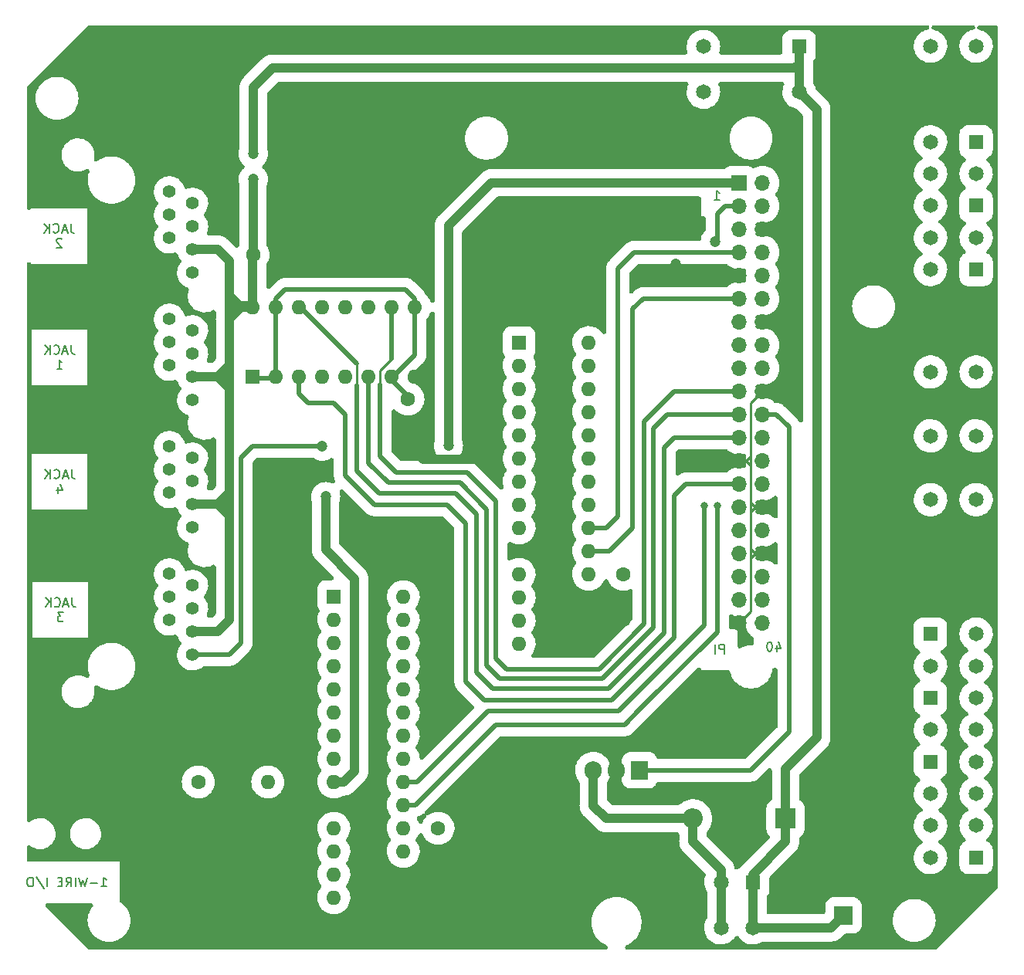
<source format=gbr>
%TF.GenerationSoftware,KiCad,Pcbnew,(6.0.0-0)*%
%TF.CreationDate,2023-04-18T12:24:45-04:00*%
%TF.ProjectId,SATS,53415453-2e6b-4696-9361-645f70636258,rev?*%
%TF.SameCoordinates,Original*%
%TF.FileFunction,Copper,L2,Bot*%
%TF.FilePolarity,Positive*%
%FSLAX46Y46*%
G04 Gerber Fmt 4.6, Leading zero omitted, Abs format (unit mm)*
G04 Created by KiCad (PCBNEW (6.0.0-0)) date 2023-04-18 12:24:45*
%MOMM*%
%LPD*%
G01*
G04 APERTURE LIST*
%ADD10C,0.200000*%
%TA.AperFunction,NonConductor*%
%ADD11C,0.200000*%
%TD*%
%TA.AperFunction,ComponentPad*%
%ADD12R,1.650000X1.650000*%
%TD*%
%TA.AperFunction,ComponentPad*%
%ADD13C,1.650000*%
%TD*%
%TA.AperFunction,ComponentPad*%
%ADD14R,1.600000X1.600000*%
%TD*%
%TA.AperFunction,ComponentPad*%
%ADD15O,1.600000X1.600000*%
%TD*%
%TA.AperFunction,ComponentPad*%
%ADD16C,1.397000*%
%TD*%
%TA.AperFunction,ComponentPad*%
%ADD17C,1.600000*%
%TD*%
%TA.AperFunction,ComponentPad*%
%ADD18R,2.000000X2.000000*%
%TD*%
%TA.AperFunction,ComponentPad*%
%ADD19C,2.000000*%
%TD*%
%TA.AperFunction,ComponentPad*%
%ADD20R,2.200000X2.200000*%
%TD*%
%TA.AperFunction,ComponentPad*%
%ADD21O,2.200000X2.200000*%
%TD*%
%TA.AperFunction,ComponentPad*%
%ADD22R,1.905000X2.000000*%
%TD*%
%TA.AperFunction,ComponentPad*%
%ADD23O,1.905000X2.000000*%
%TD*%
%TA.AperFunction,ComponentPad*%
%ADD24R,1.700000X1.700000*%
%TD*%
%TA.AperFunction,ComponentPad*%
%ADD25O,1.700000X1.700000*%
%TD*%
%TA.AperFunction,ViaPad*%
%ADD26C,1.200000*%
%TD*%
%TA.AperFunction,ViaPad*%
%ADD27C,0.800000*%
%TD*%
%TA.AperFunction,Conductor*%
%ADD28C,0.500000*%
%TD*%
%TA.AperFunction,Conductor*%
%ADD29C,1.000000*%
%TD*%
%TA.AperFunction,Conductor*%
%ADD30C,0.250000*%
%TD*%
G04 APERTURE END LIST*
D10*
D11*
X55540114Y-81044980D02*
X55540114Y-81759266D01*
X55587733Y-81902123D01*
X55682971Y-81997361D01*
X55825828Y-82044980D01*
X55921066Y-82044980D01*
X55111542Y-81759266D02*
X54635352Y-81759266D01*
X55206780Y-82044980D02*
X54873447Y-81044980D01*
X54540114Y-82044980D01*
X53635352Y-81949742D02*
X53682971Y-81997361D01*
X53825828Y-82044980D01*
X53921066Y-82044980D01*
X54063923Y-81997361D01*
X54159161Y-81902123D01*
X54206780Y-81806885D01*
X54254400Y-81616409D01*
X54254400Y-81473552D01*
X54206780Y-81283076D01*
X54159161Y-81187838D01*
X54063923Y-81092600D01*
X53921066Y-81044980D01*
X53825828Y-81044980D01*
X53682971Y-81092600D01*
X53635352Y-81140219D01*
X53206780Y-82044980D02*
X53206780Y-81044980D01*
X52635352Y-82044980D02*
X53063923Y-81473552D01*
X52635352Y-81044980D02*
X53206780Y-81616409D01*
X53968685Y-83654980D02*
X54540114Y-83654980D01*
X54254400Y-83654980D02*
X54254400Y-82654980D01*
X54349638Y-82797838D01*
X54444876Y-82893076D01*
X54540114Y-82940695D01*
D10*
D11*
X132873714Y-113958714D02*
X132873714Y-114625380D01*
X133111809Y-113577761D02*
X133349904Y-114292047D01*
X132730857Y-114292047D01*
X132159428Y-113625380D02*
X132064190Y-113625380D01*
X131968952Y-113673000D01*
X131921333Y-113720619D01*
X131873714Y-113815857D01*
X131826095Y-114006333D01*
X131826095Y-114244428D01*
X131873714Y-114434904D01*
X131921333Y-114530142D01*
X131968952Y-114577761D01*
X132064190Y-114625380D01*
X132159428Y-114625380D01*
X132254666Y-114577761D01*
X132302285Y-114530142D01*
X132349904Y-114434904D01*
X132397523Y-114244428D01*
X132397523Y-114006333D01*
X132349904Y-113815857D01*
X132302285Y-113720619D01*
X132254666Y-113673000D01*
X132159428Y-113625380D01*
D10*
D11*
X55616314Y-108756380D02*
X55616314Y-109470666D01*
X55663933Y-109613523D01*
X55759171Y-109708761D01*
X55902028Y-109756380D01*
X55997266Y-109756380D01*
X55187742Y-109470666D02*
X54711552Y-109470666D01*
X55282980Y-109756380D02*
X54949647Y-108756380D01*
X54616314Y-109756380D01*
X53711552Y-109661142D02*
X53759171Y-109708761D01*
X53902028Y-109756380D01*
X53997266Y-109756380D01*
X54140123Y-109708761D01*
X54235361Y-109613523D01*
X54282980Y-109518285D01*
X54330600Y-109327809D01*
X54330600Y-109184952D01*
X54282980Y-108994476D01*
X54235361Y-108899238D01*
X54140123Y-108804000D01*
X53997266Y-108756380D01*
X53902028Y-108756380D01*
X53759171Y-108804000D01*
X53711552Y-108851619D01*
X53282980Y-109756380D02*
X53282980Y-108756380D01*
X52711552Y-109756380D02*
X53140123Y-109184952D01*
X52711552Y-108756380D02*
X53282980Y-109327809D01*
X54663933Y-110366380D02*
X54044885Y-110366380D01*
X54378219Y-110747333D01*
X54235361Y-110747333D01*
X54140123Y-110794952D01*
X54092504Y-110842571D01*
X54044885Y-110937809D01*
X54044885Y-111175904D01*
X54092504Y-111271142D01*
X54140123Y-111318761D01*
X54235361Y-111366380D01*
X54521076Y-111366380D01*
X54616314Y-111318761D01*
X54663933Y-111271142D01*
D10*
D11*
X55565514Y-94684780D02*
X55565514Y-95399066D01*
X55613133Y-95541923D01*
X55708371Y-95637161D01*
X55851228Y-95684780D01*
X55946466Y-95684780D01*
X55136942Y-95399066D02*
X54660752Y-95399066D01*
X55232180Y-95684780D02*
X54898847Y-94684780D01*
X54565514Y-95684780D01*
X53660752Y-95589542D02*
X53708371Y-95637161D01*
X53851228Y-95684780D01*
X53946466Y-95684780D01*
X54089323Y-95637161D01*
X54184561Y-95541923D01*
X54232180Y-95446685D01*
X54279800Y-95256209D01*
X54279800Y-95113352D01*
X54232180Y-94922876D01*
X54184561Y-94827638D01*
X54089323Y-94732400D01*
X53946466Y-94684780D01*
X53851228Y-94684780D01*
X53708371Y-94732400D01*
X53660752Y-94780019D01*
X53232180Y-95684780D02*
X53232180Y-94684780D01*
X52660752Y-95684780D02*
X53089323Y-95113352D01*
X52660752Y-94684780D02*
X53232180Y-95256209D01*
X54089323Y-96628114D02*
X54089323Y-97294780D01*
X54327419Y-96247161D02*
X54565514Y-96961447D01*
X53946466Y-96961447D01*
D10*
D11*
X58829104Y-140431780D02*
X59400533Y-140431780D01*
X59114819Y-140431780D02*
X59114819Y-139431780D01*
X59210057Y-139574638D01*
X59305295Y-139669876D01*
X59400533Y-139717495D01*
X58400533Y-140050828D02*
X57638628Y-140050828D01*
X57257676Y-139431780D02*
X57019580Y-140431780D01*
X56829104Y-139717495D01*
X56638628Y-140431780D01*
X56400533Y-139431780D01*
X56019580Y-140431780D02*
X56019580Y-139431780D01*
X54971961Y-140431780D02*
X55305295Y-139955590D01*
X55543390Y-140431780D02*
X55543390Y-139431780D01*
X55162438Y-139431780D01*
X55067200Y-139479400D01*
X55019580Y-139527019D01*
X54971961Y-139622257D01*
X54971961Y-139765114D01*
X55019580Y-139860352D01*
X55067200Y-139907971D01*
X55162438Y-139955590D01*
X55543390Y-139955590D01*
X54543390Y-139907971D02*
X54210057Y-139907971D01*
X54067200Y-140431780D02*
X54543390Y-140431780D01*
X54543390Y-139431780D01*
X54067200Y-139431780D01*
X52876723Y-140431780D02*
X52876723Y-139431780D01*
X51686247Y-139384161D02*
X52543390Y-140669876D01*
X51162438Y-139431780D02*
X50971961Y-139431780D01*
X50876723Y-139479400D01*
X50781485Y-139574638D01*
X50733866Y-139765114D01*
X50733866Y-140098447D01*
X50781485Y-140288923D01*
X50876723Y-140384161D01*
X50971961Y-140431780D01*
X51162438Y-140431780D01*
X51257676Y-140384161D01*
X51352914Y-140288923D01*
X51400533Y-140098447D01*
X51400533Y-139765114D01*
X51352914Y-139574638D01*
X51257676Y-139479400D01*
X51162438Y-139431780D01*
D10*
D11*
X127119000Y-114879380D02*
X127119000Y-113879380D01*
X126738047Y-113879380D01*
X126642809Y-113927000D01*
X126595190Y-113974619D01*
X126547571Y-114069857D01*
X126547571Y-114212714D01*
X126595190Y-114307952D01*
X126642809Y-114355571D01*
X126738047Y-114403190D01*
X127119000Y-114403190D01*
X126119000Y-114879380D02*
X126119000Y-113879380D01*
D10*
D11*
X126053885Y-65095380D02*
X126625314Y-65095380D01*
X126339600Y-65095380D02*
X126339600Y-64095380D01*
X126434838Y-64238238D01*
X126530076Y-64333476D01*
X126625314Y-64381095D01*
D10*
D11*
X55489314Y-67735380D02*
X55489314Y-68449666D01*
X55536933Y-68592523D01*
X55632171Y-68687761D01*
X55775028Y-68735380D01*
X55870266Y-68735380D01*
X55060742Y-68449666D02*
X54584552Y-68449666D01*
X55155980Y-68735380D02*
X54822647Y-67735380D01*
X54489314Y-68735380D01*
X53584552Y-68640142D02*
X53632171Y-68687761D01*
X53775028Y-68735380D01*
X53870266Y-68735380D01*
X54013123Y-68687761D01*
X54108361Y-68592523D01*
X54155980Y-68497285D01*
X54203600Y-68306809D01*
X54203600Y-68163952D01*
X54155980Y-67973476D01*
X54108361Y-67878238D01*
X54013123Y-67783000D01*
X53870266Y-67735380D01*
X53775028Y-67735380D01*
X53632171Y-67783000D01*
X53584552Y-67830619D01*
X53155980Y-68735380D02*
X53155980Y-67735380D01*
X52584552Y-68735380D02*
X53013123Y-68163952D01*
X52584552Y-67735380D02*
X53155980Y-68306809D01*
X54489314Y-69440619D02*
X54441695Y-69393000D01*
X54346457Y-69345380D01*
X54108361Y-69345380D01*
X54013123Y-69393000D01*
X53965504Y-69440619D01*
X53917885Y-69535857D01*
X53917885Y-69631095D01*
X53965504Y-69773952D01*
X54536933Y-70345380D01*
X53917885Y-70345380D01*
D12*
%TO.P,SW2,1,1*%
%TO.N,Earth*%
X154750000Y-94500000D03*
D13*
%TO.P,SW2,2,1*%
X149750000Y-94500000D03*
%TO.P,SW2,3,2*%
%TO.N,Serv Door*%
X154750000Y-91000000D03*
%TO.P,SW2,4,2*%
X149750000Y-91000000D03*
%TD*%
D14*
%TO.P,U2,1,GPB0*%
%TO.N,PD_31*%
X84328000Y-108632000D03*
D15*
%TO.P,U2,2,GPB1*%
%TO.N,PD_32*%
X84328000Y-111172000D03*
%TO.P,U2,3,GPB2*%
%TO.N,PD_33*%
X84328000Y-113712000D03*
%TO.P,U2,4,GPB3*%
%TO.N,PD_34*%
X84328000Y-116252000D03*
%TO.P,U2,5,GPB4*%
%TO.N,PD_35*%
X84328000Y-118792000D03*
%TO.P,U2,6,GPB5*%
%TO.N,unconnected-(U2-Pad6)*%
X84328000Y-121332000D03*
%TO.P,U2,7,GPB6*%
%TO.N,unconnected-(U2-Pad7)*%
X84328000Y-123872000D03*
%TO.P,U2,8,GPB7*%
%TO.N,unconnected-(U2-Pad8)*%
X84328000Y-126412000D03*
%TO.P,U2,9,VDD*%
%TO.N,+3V3*%
X84328000Y-128952000D03*
%TO.P,U2,10,VSS*%
%TO.N,Earth*%
X84328000Y-131492000D03*
%TO.P,U2,11,NC*%
%TO.N,unconnected-(U2-Pad11)*%
X84328000Y-134032000D03*
%TO.P,U2,12,SCK*%
%TO.N,SCL*%
X84328000Y-136572000D03*
%TO.P,U2,13,SDA*%
%TO.N,SDA*%
X84328000Y-139112000D03*
%TO.P,U2,14,NC*%
%TO.N,unconnected-(U2-Pad14)*%
X84328000Y-141652000D03*
%TO.P,U2,15,A0*%
%TO.N,Earth*%
X91948000Y-141652000D03*
%TO.P,U2,16,A1*%
X91948000Y-139112000D03*
%TO.P,U2,17,A2*%
%TO.N,+3V3*%
X91948000Y-136572000D03*
%TO.P,U2,18,~{RESET}*%
X91948000Y-134032000D03*
%TO.P,U2,19,INTB*%
%TO.N,Int 2B*%
X91948000Y-131492000D03*
%TO.P,U2,20,INTA*%
%TO.N,Int 2A*%
X91948000Y-128952000D03*
%TO.P,U2,21,GPA0*%
%TO.N,PD_41*%
X91948000Y-126412000D03*
%TO.P,U2,22,GPA1*%
%TO.N,PD_42*%
X91948000Y-123872000D03*
%TO.P,U2,23,GPA2*%
%TO.N,PD_43*%
X91948000Y-121332000D03*
%TO.P,U2,24,GPA3*%
%TO.N,PD_44*%
X91948000Y-118792000D03*
%TO.P,U2,25,GPA4*%
%TO.N,PD_45*%
X91948000Y-116252000D03*
%TO.P,U2,26,GPA5*%
%TO.N,unconnected-(U2-Pad26)*%
X91948000Y-113712000D03*
%TO.P,U2,27,GPA6*%
%TO.N,unconnected-(U2-Pad27)*%
X91948000Y-111172000D03*
%TO.P,U2,28,GPA7*%
%TO.N,unconnected-(U2-Pad28)*%
X91948000Y-108632000D03*
%TD*%
D16*
%TO.P,J2,A1,A1*%
%TO.N,PD_21*%
X66310406Y-64220000D03*
%TO.P,J2,A2,A2*%
%TO.N,PD_22*%
X68850406Y-65490000D03*
%TO.P,J2,A3,A3*%
%TO.N,PD_23*%
X66310406Y-66760000D03*
%TO.P,J2,A4,A4*%
%TO.N,PD_24*%
X68850406Y-68030000D03*
%TO.P,J2,A5,A5*%
%TO.N,PD_25*%
X66310406Y-69300000D03*
%TO.P,J2,A6,A6*%
%TO.N,+5V*%
X68850406Y-70570000D03*
%TO.P,J2,A7,A7*%
%TO.N,Earth*%
X66310406Y-71840000D03*
%TO.P,J2,A8,A8*%
%TO.N,LED2 Out*%
X68850406Y-73110000D03*
%TO.P,J2,B1,B1*%
%TO.N,PD_11*%
X66310406Y-78190000D03*
%TO.P,J2,B2,B2*%
%TO.N,PD_12*%
X68850406Y-79460000D03*
%TO.P,J2,B3,B3*%
%TO.N,PD_13*%
X66310406Y-80730000D03*
%TO.P,J2,B4,B4*%
%TO.N,PD_14*%
X68850406Y-82000000D03*
%TO.P,J2,B5,B5*%
%TO.N,PD_15*%
X66310406Y-83270000D03*
%TO.P,J2,B6,B6*%
%TO.N,+5V*%
X68850406Y-84540000D03*
%TO.P,J2,B7,B7*%
%TO.N,Earth*%
X66310406Y-85810000D03*
%TO.P,J2,B8,B8*%
%TO.N,LED1 Out*%
X68850406Y-87080000D03*
%TO.P,J2,C1,C1*%
%TO.N,PD_41*%
X66310406Y-92160000D03*
%TO.P,J2,C2,C2*%
%TO.N,PD_42*%
X68850406Y-93430000D03*
%TO.P,J2,C3,C3*%
%TO.N,PD_43*%
X66310406Y-94700000D03*
%TO.P,J2,C4,C4*%
%TO.N,PD_44*%
X68850406Y-95970000D03*
%TO.P,J2,C5,C5*%
%TO.N,PD_45*%
X66310406Y-97240000D03*
%TO.P,J2,C6,C6*%
%TO.N,+5V*%
X68850406Y-98510000D03*
%TO.P,J2,C7,C7*%
%TO.N,Earth*%
X66310406Y-99780000D03*
%TO.P,J2,C8,C8*%
%TO.N,LED3 Out*%
X68850406Y-101050000D03*
%TO.P,J2,D1,D1*%
%TO.N,PD_31*%
X66310406Y-106130000D03*
%TO.P,J2,D2,D2*%
%TO.N,PD_32*%
X68850406Y-107400000D03*
%TO.P,J2,D3,D3*%
%TO.N,PD_33*%
X66310406Y-108670000D03*
%TO.P,J2,D4,D4*%
%TO.N,PD_34*%
X68850406Y-109940000D03*
%TO.P,J2,D5,D5*%
%TO.N,PD_35*%
X66310406Y-111210000D03*
%TO.P,J2,D6,D6*%
%TO.N,+5V*%
X68850406Y-112480000D03*
%TO.P,J2,D7,D7*%
%TO.N,Earth*%
X66310406Y-113750000D03*
%TO.P,J2,D8,D8*%
%TO.N,LED4 Out*%
X68850406Y-115020000D03*
%TD*%
D12*
%TO.P,J11,1,1*%
%TO.N,EXT_GPIO12*%
X149750000Y-119750000D03*
D13*
%TO.P,J11,2,1*%
X154750000Y-119750000D03*
%TO.P,J11,3,2*%
%TO.N,EXT_GPIO13*%
X149750000Y-123250000D03*
%TO.P,J11,4,2*%
X154750000Y-123250000D03*
%TD*%
D12*
%TO.P,SW1,1,1*%
%TO.N,Earth*%
X154750000Y-87500000D03*
D13*
%TO.P,SW1,2,1*%
X149750000Y-87500000D03*
%TO.P,SW1,3,2*%
%TO.N,Main Door*%
X154750000Y-84000000D03*
%TO.P,SW1,4,2*%
X149750000Y-84000000D03*
%TD*%
D17*
%TO.P,C4,1*%
%TO.N,+3V3*%
X92456000Y-86948000D03*
%TO.P,C4,2*%
%TO.N,Earth*%
X92456000Y-91948000D03*
%TD*%
D12*
%TO.P,L1,1,1*%
%TO.N,+5V*%
X130274000Y-139953000D03*
D13*
%TO.P,L1,2,1*%
X130274000Y-144953000D03*
%TO.P,L1,3,2*%
%TO.N,Net-(D1-Pad2)*%
X126774000Y-139953000D03*
%TO.P,L1,4,2*%
X126774000Y-144953000D03*
%TD*%
D14*
%TO.P,U3,1,VCC*%
%TO.N,+3V3*%
X75453000Y-84495800D03*
D15*
%TO.P,U3,2,EN_A*%
X77993000Y-84495800D03*
%TO.P,U3,3,A*%
%TO.N,LED Sig3*%
X80533000Y-84495800D03*
%TO.P,U3,4,E*%
%TO.N,LED3 Out*%
X83073000Y-84495800D03*
%TO.P,U3,5,F*%
%TO.N,LED4 Out*%
X85613000Y-84495800D03*
%TO.P,U3,6,B*%
%TO.N,LED Sig4*%
X88153000Y-84495800D03*
%TO.P,U3,7,EN_B*%
%TO.N,+3V3*%
X90693000Y-84495800D03*
%TO.P,U3,8,VSS*%
%TO.N,Earth*%
X93233000Y-84495800D03*
%TO.P,U3,9,EN_C*%
%TO.N,+3V3*%
X93233000Y-76875800D03*
%TO.P,U3,10,C*%
%TO.N,LED Sig2*%
X90693000Y-76875800D03*
%TO.P,U3,11,G*%
%TO.N,LED2 Out*%
X88153000Y-76875800D03*
%TO.P,U3,12*%
%TO.N,N/C*%
X85613000Y-76875800D03*
%TO.P,U3,13,H*%
%TO.N,LED1 Out*%
X83073000Y-76875800D03*
%TO.P,U3,14,D*%
%TO.N,LED Sig1*%
X80533000Y-76875800D03*
%TO.P,U3,15,EN_D*%
%TO.N,+3V3*%
X77993000Y-76875800D03*
%TO.P,U3,16,VDD*%
%TO.N,+5V*%
X75453000Y-76875800D03*
%TD*%
D12*
%TO.P,J4,1,1*%
%TO.N,+5V*%
X135354000Y-48300000D03*
D13*
%TO.P,J4,2,1*%
X135354000Y-53300000D03*
%TO.P,J4,3,2*%
%TO.N,Earth*%
X131854000Y-48300000D03*
%TO.P,J4,4,2*%
X131854000Y-53300000D03*
%TD*%
D18*
%TO.P,C5,1*%
%TO.N,+5V*%
X140208000Y-143591677D03*
D19*
%TO.P,C5,2*%
%TO.N,Earth*%
X140208000Y-138591677D03*
%TD*%
D12*
%TO.P,J10,1,1*%
%TO.N,EXT_GPIO5*%
X149750000Y-112750000D03*
D13*
%TO.P,J10,2,1*%
X154750000Y-112750000D03*
%TO.P,J10,3,2*%
%TO.N,EXT_GPIO6*%
X149750000Y-116250000D03*
%TO.P,J10,4,2*%
X154750000Y-116250000D03*
%TD*%
D12*
%TO.P,SW3,1,1*%
%TO.N,Earth*%
X154750000Y-101500000D03*
D13*
%TO.P,SW3,2,1*%
X149750000Y-101500000D03*
%TO.P,SW3,3,2*%
%TO.N,Third Reed*%
X154750000Y-98000000D03*
%TO.P,SW3,4,2*%
X149750000Y-98000000D03*
%TD*%
D17*
%TO.P,C2,1*%
%TO.N,+3V3*%
X95758000Y-134032000D03*
%TO.P,C2,2*%
%TO.N,Earth*%
X95758000Y-139032000D03*
%TD*%
D12*
%TO.P,J12,1,1*%
%TO.N,EXT_GPIO16*%
X149750000Y-126750000D03*
D13*
%TO.P,J12,2,1*%
X154750000Y-126750000D03*
%TO.P,J12,3,2*%
%TO.N,EXT_GPIO19*%
X149750000Y-130250000D03*
%TO.P,J12,4,2*%
X154750000Y-130250000D03*
%TD*%
D12*
%TO.P,J6,1,1*%
%TO.N,Card GRN*%
X154750000Y-72750000D03*
D13*
%TO.P,J6,2,1*%
X149750000Y-72750000D03*
%TO.P,J6,3,2*%
%TO.N,Card RED*%
X154750000Y-69250000D03*
%TO.P,J6,4,2*%
X149750000Y-69250000D03*
%TD*%
D17*
%TO.P,C1,1*%
%TO.N,+3V3*%
X116078000Y-106172000D03*
%TO.P,C1,2*%
%TO.N,Earth*%
X116078000Y-111172000D03*
%TD*%
D12*
%TO.P,J9,1,1*%
%TO.N,Earth*%
X154750000Y-51750000D03*
D13*
%TO.P,J9,2,1*%
X149750000Y-51750000D03*
%TO.P,J9,3,2*%
%TO.N,+5V*%
X154750000Y-48250000D03*
%TO.P,J9,4,2*%
X149750000Y-48250000D03*
%TD*%
D12*
%TO.P,J8,1,1*%
%TO.N,Card Beeper*%
X154750000Y-58750000D03*
D13*
%TO.P,J8,2,1*%
X149750000Y-58750000D03*
%TO.P,J8,3,2*%
%TO.N,Earth*%
X154750000Y-55250000D03*
%TO.P,J8,4,2*%
X149750000Y-55250000D03*
%TD*%
D20*
%TO.P,D1,1,K*%
%TO.N,+5V*%
X133858000Y-132969000D03*
D21*
%TO.P,D1,2,A*%
%TO.N,Net-(D1-Pad2)*%
X123698000Y-132969000D03*
%TD*%
D17*
%TO.P,C3,1*%
%TO.N,+5V*%
X75478000Y-71120000D03*
%TO.P,C3,2*%
%TO.N,Earth*%
X80478000Y-71120000D03*
%TD*%
D14*
%TO.P,U1,1,GPB0*%
%TO.N,PD_11*%
X104648000Y-80772000D03*
D15*
%TO.P,U1,2,GPB1*%
%TO.N,PD_12*%
X104648000Y-83312000D03*
%TO.P,U1,3,GPB2*%
%TO.N,PD_13*%
X104648000Y-85852000D03*
%TO.P,U1,4,GPB3*%
%TO.N,PD_14*%
X104648000Y-88392000D03*
%TO.P,U1,5,GPB4*%
%TO.N,PD_15*%
X104648000Y-90932000D03*
%TO.P,U1,6,GPB5*%
%TO.N,unconnected-(U1-Pad6)*%
X104648000Y-93472000D03*
%TO.P,U1,7,GPB6*%
%TO.N,unconnected-(U1-Pad7)*%
X104648000Y-96012000D03*
%TO.P,U1,8,GPB7*%
%TO.N,unconnected-(U1-Pad8)*%
X104648000Y-98552000D03*
%TO.P,U1,9,VDD*%
%TO.N,+3V3*%
X104648000Y-101092000D03*
%TO.P,U1,10,VSS*%
%TO.N,Earth*%
X104648000Y-103632000D03*
%TO.P,U1,11,NC*%
%TO.N,unconnected-(U1-Pad11)*%
X104648000Y-106172000D03*
%TO.P,U1,12,SCK*%
%TO.N,SCL*%
X104648000Y-108712000D03*
%TO.P,U1,13,SDA*%
%TO.N,SDA*%
X104648000Y-111252000D03*
%TO.P,U1,14,NC*%
%TO.N,unconnected-(U1-Pad14)*%
X104648000Y-113792000D03*
%TO.P,U1,15,A0*%
%TO.N,Earth*%
X112268000Y-113792000D03*
%TO.P,U1,16,A1*%
X112268000Y-111252000D03*
%TO.P,U1,17,A2*%
X112268000Y-108712000D03*
%TO.P,U1,18,~{RESET}*%
%TO.N,+3V3*%
X112268000Y-106172000D03*
%TO.P,U1,19,INTB*%
%TO.N,Int 1B*%
X112268000Y-103632000D03*
%TO.P,U1,20,INTA*%
%TO.N,Int 1A*%
X112268000Y-101092000D03*
%TO.P,U1,21,GPA0*%
%TO.N,PD_21*%
X112268000Y-98552000D03*
%TO.P,U1,22,GPA1*%
%TO.N,PD_22*%
X112268000Y-96012000D03*
%TO.P,U1,23,GPA2*%
%TO.N,PD_23*%
X112268000Y-93472000D03*
%TO.P,U1,24,GPA3*%
%TO.N,PD_24*%
X112268000Y-90932000D03*
%TO.P,U1,25,GPA4*%
%TO.N,PD_25*%
X112268000Y-88392000D03*
%TO.P,U1,26,GPA5*%
%TO.N,unconnected-(U1-Pad26)*%
X112268000Y-85852000D03*
%TO.P,U1,27,GPA6*%
%TO.N,unconnected-(U1-Pad27)*%
X112268000Y-83312000D03*
%TO.P,U1,28,GPA7*%
%TO.N,unconnected-(U1-Pad28)*%
X112268000Y-80772000D03*
%TD*%
D22*
%TO.P,U4,1,G*%
%TO.N,Latch*%
X117856000Y-127676000D03*
D23*
%TO.P,U4,2,D*%
%TO.N,Earth*%
X115316000Y-127676000D03*
%TO.P,U4,3,S*%
%TO.N,Net-(D1-Pad2)*%
X112776000Y-127676000D03*
%TD*%
D12*
%TO.P,J7,1,1*%
%TO.N,Wiegand 1*%
X154749998Y-65750000D03*
D13*
%TO.P,J7,2,1*%
X149749998Y-65750000D03*
%TO.P,J7,3,2*%
%TO.N,Wiegand 0*%
X154749998Y-62250000D03*
%TO.P,J7,4,2*%
X149749998Y-62250000D03*
%TD*%
D12*
%TO.P,J13,1,1*%
%TO.N,EXT_GPIO21*%
X154750000Y-137250000D03*
D13*
%TO.P,J13,2,1*%
X149750000Y-137250000D03*
%TO.P,J13,3,2*%
%TO.N,EXT_GPIO20*%
X154750000Y-133750000D03*
%TO.P,J13,4,2*%
X149750000Y-133750000D03*
%TD*%
D12*
%TO.P,J5,1,1*%
%TO.N,Earth*%
X128354000Y-48300000D03*
D13*
%TO.P,J5,2,1*%
X128354000Y-53300000D03*
%TO.P,J5,3,2*%
%TO.N,+3V3*%
X124854000Y-48300000D03*
%TO.P,J5,4,2*%
X124854000Y-53300000D03*
%TD*%
D17*
%TO.P,R4,1*%
%TO.N,1-Wire*%
X69469000Y-128955800D03*
D15*
%TO.P,R4,2*%
%TO.N,+3V3*%
X77089000Y-128955800D03*
%TD*%
D24*
%TO.P,J1,1,3V3*%
%TO.N,+3V3*%
X128778000Y-63246000D03*
D25*
%TO.P,J1,2,5V*%
%TO.N,+5V*%
X131318000Y-63246000D03*
%TO.P,J1,3,SDA/GPIO2*%
%TO.N,SDA*%
X128778000Y-65786000D03*
%TO.P,J1,4,5V*%
%TO.N,+5V*%
X131318000Y-65786000D03*
%TO.P,J1,5,SCL/GPIO3*%
%TO.N,SCL*%
X128778000Y-68326000D03*
%TO.P,J1,6,GND*%
%TO.N,Earth*%
X131318000Y-68326000D03*
%TO.P,J1,7,GCLK0/GPIO4*%
%TO.N,Int 1A*%
X128778000Y-70866000D03*
%TO.P,J1,8,GPIO14/TXD*%
%TO.N,Card Beeper*%
X131318000Y-70866000D03*
%TO.P,J1,9,GND*%
%TO.N,Earth*%
X128778000Y-73406000D03*
%TO.P,J1,10,GPIO15/RXD*%
%TO.N,Wiegand 0*%
X131318000Y-73406000D03*
%TO.P,J1,11,GPIO17*%
%TO.N,Int 1B*%
X128778000Y-75946000D03*
%TO.P,J1,12,GPIO18/PWM0*%
%TO.N,Wiegand 1*%
X131318000Y-75946000D03*
%TO.P,J1,13,GPIO27*%
%TO.N,Int 2A*%
X128778000Y-78486000D03*
%TO.P,J1,14,GND*%
%TO.N,Earth*%
X131318000Y-78486000D03*
%TO.P,J1,15,GPIO22*%
%TO.N,Int 2B*%
X128778000Y-81026000D03*
%TO.P,J1,16,GPIO23*%
%TO.N,Card RED*%
X131318000Y-81026000D03*
%TO.P,J1,17,3V3*%
%TO.N,unconnected-(J1-Pad17)*%
X128778000Y-83566000D03*
%TO.P,J1,18,GPIO24*%
%TO.N,Card GRN*%
X131318000Y-83566000D03*
%TO.P,J1,19,MOSI0/GPIO10*%
%TO.N,LED Sig2*%
X128778000Y-86106000D03*
%TO.P,J1,20,GND*%
%TO.N,Earth*%
X131318000Y-86106000D03*
%TO.P,J1,21,MISO0/GPIO9*%
%TO.N,LED Sig4*%
X128778000Y-88646000D03*
%TO.P,J1,22,GPIO25*%
%TO.N,Latch*%
X131318000Y-88646000D03*
%TO.P,J1,23,SCLK0/GPIO11*%
%TO.N,LED Sig1*%
X128778000Y-91186000D03*
%TO.P,J1,24,~{CE0}/GPIO8*%
%TO.N,Main Door*%
X131318000Y-91186000D03*
%TO.P,J1,25,GND*%
%TO.N,Earth*%
X128778000Y-93726000D03*
%TO.P,J1,26,~{CE1}/GPIO7*%
%TO.N,Serv Door*%
X131318000Y-93726000D03*
%TO.P,J1,27,ID_SD/GPIO0*%
%TO.N,LED Sig3*%
X128778000Y-96266000D03*
%TO.P,J1,28,ID_SC/GPIO1*%
%TO.N,Third Reed*%
X131318000Y-96266000D03*
%TO.P,J1,29,GCLK1/GPIO5*%
%TO.N,EXT_GPIO5*%
X128778000Y-98806000D03*
%TO.P,J1,30,GND*%
%TO.N,Earth*%
X131318000Y-98806000D03*
%TO.P,J1,31,GCLK2/GPIO6*%
%TO.N,EXT_GPIO6*%
X128778000Y-101346000D03*
%TO.P,J1,32,PWM0/GPIO12*%
%TO.N,EXT_GPIO12*%
X131318000Y-101346000D03*
%TO.P,J1,33,PWM1/GPIO13*%
%TO.N,EXT_GPIO13*%
X128778000Y-103886000D03*
%TO.P,J1,34,GND*%
%TO.N,Earth*%
X131318000Y-103886000D03*
%TO.P,J1,35,GPIO19/MISO1*%
%TO.N,EXT_GPIO19*%
X128778000Y-106426000D03*
%TO.P,J1,36,GPIO16*%
%TO.N,EXT_GPIO16*%
X131318000Y-106426000D03*
%TO.P,J1,37,GPIO26*%
%TO.N,1-Wire*%
X128778000Y-108966000D03*
%TO.P,J1,38,GPIO20/MOSI1*%
%TO.N,EXT_GPIO20*%
X131318000Y-108966000D03*
%TO.P,J1,39,GND*%
%TO.N,Earth*%
X128778000Y-111506000D03*
%TO.P,J1,40,GPIO21/SCLK1*%
%TO.N,EXT_GPIO21*%
X131318000Y-111506000D03*
%TD*%
D26*
%TO.N,Earth*%
X72644000Y-138684000D03*
%TO.N,+3V3*%
X83439000Y-97663000D03*
X96901000Y-92075000D03*
%TO.N,Earth*%
X121793000Y-72136000D03*
X100457000Y-93599000D03*
X120396000Y-67945000D03*
%TO.N,+5V*%
X75500000Y-62865000D03*
X75500000Y-60075000D03*
%TO.N,SDA*%
X126174500Y-69659500D03*
D27*
%TO.N,Int 2A*%
X124968000Y-98679000D03*
%TO.N,Int 2B*%
X126365000Y-98679000D03*
D26*
%TO.N,LED4 Out*%
X83058000Y-92122000D03*
%TD*%
D28*
%TO.N,+3V3*%
X93218000Y-76722000D02*
X93218000Y-82122000D01*
X78994000Y-74930000D02*
X77978000Y-75946000D01*
X92202000Y-74930000D02*
X78994000Y-74930000D01*
D29*
X101600000Y-63246000D02*
X100584000Y-64262000D01*
X86614000Y-106680000D02*
X86614000Y-127762000D01*
D28*
X77978000Y-75946000D02*
X77978000Y-76722000D01*
X75438000Y-84662000D02*
X77978000Y-84662000D01*
X93218000Y-82122000D02*
X90678000Y-84662000D01*
D29*
X128778000Y-63246000D02*
X101600000Y-63246000D01*
D28*
X93218000Y-76722000D02*
X93218000Y-75946000D01*
X92456000Y-86614000D02*
X90678000Y-84836000D01*
D29*
X85424000Y-128952000D02*
X84328000Y-128952000D01*
X83439000Y-103505000D02*
X86614000Y-106680000D01*
X83439000Y-97663000D02*
X83439000Y-103505000D01*
X100584000Y-64262000D02*
X96901000Y-67945000D01*
D28*
X92456000Y-86948000D02*
X92456000Y-86614000D01*
D29*
X96901000Y-67945000D02*
X96901000Y-92075000D01*
X86614000Y-127762000D02*
X85424000Y-128952000D01*
D28*
X93218000Y-75946000D02*
X92202000Y-74930000D01*
X77978000Y-84662000D02*
X77978000Y-76722000D01*
X90678000Y-84836000D02*
X90678000Y-84662000D01*
D30*
%TO.N,Earth*%
X130048000Y-99314000D02*
X130048000Y-103251000D01*
D29*
X92456000Y-91948000D02*
X94107000Y-93599000D01*
D30*
X130048000Y-110236000D02*
X128778000Y-111506000D01*
X130048000Y-103251000D02*
X130048000Y-104394000D01*
X130048000Y-87376000D02*
X130048000Y-98298000D01*
X131318000Y-103886000D02*
X130556000Y-103886000D01*
X130556000Y-98806000D02*
X130048000Y-98298000D01*
X129540000Y-93726000D02*
X130048000Y-93218000D01*
X130556000Y-103886000D02*
X130048000Y-103378000D01*
X130556000Y-103886000D02*
X130048000Y-104394000D01*
D29*
X94107000Y-93599000D02*
X100330000Y-93599000D01*
D30*
X131318000Y-86106000D02*
X130048000Y-87376000D01*
X130556000Y-98806000D02*
X130048000Y-99314000D01*
D28*
X128778000Y-73406000D02*
X123063000Y-73406000D01*
D30*
X131318000Y-103886000D02*
X130683000Y-103886000D01*
X128778000Y-93726000D02*
X129540000Y-93726000D01*
X130048000Y-98298000D02*
X130048000Y-99314000D01*
X129540000Y-93726000D02*
X130048000Y-94234000D01*
X130048000Y-104394000D02*
X130048000Y-110236000D01*
X131318000Y-98806000D02*
X130556000Y-98806000D01*
D28*
X123063000Y-73406000D02*
X121793000Y-72136000D01*
D30*
X131318000Y-103886000D02*
X130556000Y-103886000D01*
D29*
%TO.N,+5V*%
X70913000Y-98472000D02*
X72818000Y-98472000D01*
X135354000Y-53300000D02*
X135354000Y-48300000D01*
X133858000Y-127508000D02*
X137287000Y-124079000D01*
X72898000Y-84709000D02*
X72898000Y-83232000D01*
X71835000Y-84709000D02*
X72898000Y-84709000D01*
X72898000Y-99742000D02*
X72898000Y-111172000D01*
X75500000Y-60075000D02*
X75500000Y-52770000D01*
X130274000Y-144953000D02*
X138846677Y-144953000D01*
X73319800Y-76875800D02*
X75453000Y-76875800D01*
X69168406Y-84502000D02*
X71628000Y-84502000D01*
X74328000Y-76722000D02*
X72898000Y-78152000D01*
X75438000Y-71160000D02*
X75478000Y-71120000D01*
X71628000Y-70532000D02*
X69168406Y-70532000D01*
X72898000Y-71802000D02*
X71628000Y-70532000D01*
X72898000Y-78152000D02*
X72898000Y-76454000D01*
X75500000Y-52770000D02*
X77597000Y-50673000D01*
X72898000Y-75612000D02*
X72898000Y-71802000D01*
X72898000Y-111172000D02*
X71628000Y-112442000D01*
X130274000Y-144953000D02*
X130274000Y-139953000D01*
X138846677Y-144953000D02*
X140208000Y-143591677D01*
X74008000Y-76722000D02*
X72898000Y-75612000D01*
X72898000Y-76454000D02*
X72898000Y-75612000D01*
X75438000Y-76722000D02*
X74328000Y-76722000D01*
X70913000Y-98472000D02*
X71628000Y-98472000D01*
X72898000Y-98552000D02*
X72898000Y-99742000D01*
X72898000Y-83232000D02*
X72898000Y-78152000D01*
X71628000Y-112442000D02*
X69168406Y-112442000D01*
X69168406Y-98472000D02*
X70913000Y-98472000D01*
X135354000Y-50193000D02*
X135354000Y-48300000D01*
X75478000Y-62822000D02*
X75478000Y-71120000D01*
X77597000Y-50673000D02*
X134874000Y-50673000D01*
X72898000Y-85772000D02*
X72898000Y-84709000D01*
X72898000Y-97202000D02*
X72898000Y-98552000D01*
X71628000Y-84502000D02*
X71835000Y-84709000D01*
X133858000Y-135509000D02*
X133858000Y-132969000D01*
X71628000Y-84502000D02*
X72898000Y-85772000D01*
X75438000Y-76722000D02*
X74008000Y-76722000D01*
X130274000Y-139093000D02*
X133858000Y-135509000D01*
X71628000Y-98472000D02*
X72898000Y-99742000D01*
X133858000Y-132969000D02*
X133858000Y-127508000D01*
X130274000Y-139953000D02*
X130274000Y-139093000D01*
X71628000Y-84502000D02*
X72898000Y-83232000D01*
X134874000Y-50673000D02*
X135354000Y-50193000D01*
X71628000Y-98472000D02*
X72898000Y-97202000D01*
X72898000Y-76454000D02*
X73319800Y-76875800D01*
X72898000Y-97202000D02*
X72898000Y-85772000D01*
X75438000Y-76722000D02*
X75438000Y-71160000D01*
X137287000Y-124079000D02*
X137287000Y-55233000D01*
X137287000Y-55233000D02*
X135354000Y-53300000D01*
X72818000Y-98472000D02*
X72898000Y-98552000D01*
%TO.N,Net-(D1-Pad2)*%
X112776000Y-131572000D02*
X112776000Y-127676000D01*
X123698000Y-135509000D02*
X123698000Y-132969000D01*
X126774000Y-138585000D02*
X123698000Y-135509000D01*
X114173000Y-132969000D02*
X112776000Y-131572000D01*
X126774000Y-144953000D02*
X126774000Y-139953000D01*
X123698000Y-132969000D02*
X114173000Y-132969000D01*
X126774000Y-139953000D02*
X126774000Y-138585000D01*
D28*
%TO.N,SDA*%
X128778000Y-65786000D02*
X127254000Y-65786000D01*
X126365000Y-66675000D02*
X126365000Y-69469000D01*
X126365000Y-69469000D02*
X126174500Y-69659500D01*
X127254000Y-65786000D02*
X126365000Y-66675000D01*
%TO.N,Int 1A*%
X114173000Y-101092000D02*
X115443000Y-99822000D01*
X117221000Y-70866000D02*
X128778000Y-70866000D01*
X115443000Y-72644000D02*
X117221000Y-70866000D01*
X115443000Y-99822000D02*
X115443000Y-72644000D01*
X112268000Y-101092000D02*
X114173000Y-101092000D01*
%TO.N,Int 1B*%
X114554000Y-103632000D02*
X117094000Y-101092000D01*
X112268000Y-103632000D02*
X114554000Y-103632000D01*
X117094000Y-77089000D02*
X118237000Y-75946000D01*
X117094000Y-101092000D02*
X117094000Y-77089000D01*
X118237000Y-75946000D02*
X128778000Y-75946000D01*
%TO.N,Int 2A*%
X93425000Y-128952000D02*
X97155000Y-125222000D01*
X124968000Y-111760000D02*
X124968000Y-103632000D01*
X97155000Y-125222000D02*
X101219000Y-121158000D01*
X91948000Y-128952000D02*
X93425000Y-128952000D01*
X124968000Y-103632000D02*
X124968000Y-98679000D01*
X122174000Y-114554000D02*
X124968000Y-111760000D01*
X101219000Y-121158000D02*
X103251000Y-121158000D01*
X115570000Y-121158000D02*
X122174000Y-114554000D01*
X103251000Y-121158000D02*
X115570000Y-121158000D01*
%TO.N,Int 2B*%
X126365000Y-108331000D02*
X126365000Y-98679000D01*
X126365000Y-112522000D02*
X126365000Y-108331000D01*
X116205000Y-122682000D02*
X117856000Y-121031000D01*
X95250000Y-129540000D02*
X102108000Y-122682000D01*
X93298000Y-131492000D02*
X95250000Y-129540000D01*
X103759000Y-122682000D02*
X116205000Y-122682000D01*
X91948000Y-131492000D02*
X93298000Y-131492000D01*
X117856000Y-121031000D02*
X126365000Y-112522000D01*
X102108000Y-122682000D02*
X103759000Y-122682000D01*
%TO.N,LED Sig1*%
X99949000Y-116967000D02*
X101727000Y-118745000D01*
X120523000Y-112649000D02*
X120523000Y-92329000D01*
X121666000Y-91186000D02*
X128778000Y-91186000D01*
D30*
X86868000Y-83072000D02*
X86868000Y-85471000D01*
D28*
X89281000Y-97282000D02*
X97663000Y-97282000D01*
X97663000Y-97282000D02*
X99949000Y-99568000D01*
X101727000Y-118745000D02*
X114427000Y-118745000D01*
X114427000Y-118745000D02*
X120523000Y-112649000D01*
X80518000Y-76722000D02*
X86868000Y-83072000D01*
X86868000Y-94869000D02*
X86868000Y-85471000D01*
X99949000Y-99568000D02*
X99949000Y-116967000D01*
X89281000Y-97282000D02*
X86868000Y-94869000D01*
X120523000Y-92329000D02*
X121666000Y-91186000D01*
D30*
%TO.N,LED Sig2*%
X89408000Y-83820000D02*
X89408000Y-85344000D01*
D28*
X103251000Y-116586000D02*
X113411000Y-116586000D01*
X102108000Y-115443000D02*
X103251000Y-116586000D01*
X118364000Y-111633000D02*
X118364000Y-89408000D01*
X98933000Y-94996000D02*
X102108000Y-98171000D01*
X91186000Y-94996000D02*
X98933000Y-94996000D01*
X102108000Y-98171000D02*
X102108000Y-115443000D01*
X89408000Y-93218000D02*
X91186000Y-94996000D01*
X118364000Y-89408000D02*
X121666000Y-86106000D01*
X121666000Y-86106000D02*
X128778000Y-86106000D01*
X90678000Y-76722000D02*
X90678000Y-82550000D01*
X89408000Y-85344000D02*
X89408000Y-93218000D01*
D30*
X90678000Y-82550000D02*
X89408000Y-83820000D01*
D28*
X113411000Y-116586000D02*
X118364000Y-111633000D01*
%TO.N,Latch*%
X134239000Y-90043000D02*
X134239000Y-123444000D01*
X131318000Y-88646000D02*
X132842000Y-88646000D01*
X134239000Y-123444000D02*
X130007000Y-127676000D01*
X130007000Y-127676000D02*
X117856000Y-127676000D01*
X132842000Y-88646000D02*
X134239000Y-90043000D01*
%TO.N,LED Sig3*%
X96774000Y-98552000D02*
X98806000Y-100584000D01*
X114808000Y-120015000D02*
X121666000Y-113157000D01*
X88773000Y-98552000D02*
X96774000Y-98552000D01*
X121666000Y-97536000D02*
X122936000Y-96266000D01*
X81534000Y-87376000D02*
X84328000Y-87376000D01*
X100838000Y-120015000D02*
X114808000Y-120015000D01*
X84328000Y-87376000D02*
X85598000Y-88646000D01*
X80518000Y-86360000D02*
X81534000Y-87376000D01*
X98806000Y-117983000D02*
X100838000Y-120015000D01*
X98806000Y-100584000D02*
X98806000Y-117983000D01*
X122936000Y-96266000D02*
X128778000Y-96266000D01*
X85598000Y-95377000D02*
X88773000Y-98552000D01*
X80518000Y-84662000D02*
X80518000Y-86360000D01*
X121666000Y-113157000D02*
X121666000Y-97536000D01*
X85598000Y-88646000D02*
X85598000Y-95377000D01*
%TO.N,LED Sig4*%
X119380000Y-112014000D02*
X119380000Y-90170000D01*
X120904000Y-88646000D02*
X128778000Y-88646000D01*
X88138000Y-84662000D02*
X88138000Y-93980000D01*
X90297000Y-96139000D02*
X98171000Y-96139000D01*
X113792000Y-117602000D02*
X119380000Y-112014000D01*
X98171000Y-96139000D02*
X101092000Y-99060000D01*
X101092000Y-116205000D02*
X102489000Y-117602000D01*
X88138000Y-93980000D02*
X90297000Y-96139000D01*
X119380000Y-90170000D02*
X120904000Y-88646000D01*
X102489000Y-117602000D02*
X113792000Y-117602000D01*
X101092000Y-99060000D02*
X101092000Y-116205000D01*
%TO.N,LED4 Out*%
X72898000Y-114982000D02*
X69168406Y-114982000D01*
X74168000Y-113712000D02*
X72898000Y-114982000D01*
X74168000Y-93392000D02*
X74168000Y-113712000D01*
X83058000Y-92122000D02*
X75438000Y-92122000D01*
X75438000Y-92122000D02*
X74168000Y-93392000D01*
%TD*%
%TA.AperFunction,Conductor*%
%TO.N,Earth*%
G36*
X149472677Y-45976954D02*
G01*
X149553459Y-46030930D01*
X149607435Y-46111712D01*
X149626389Y-46207000D01*
X149607435Y-46302288D01*
X149553459Y-46383070D01*
X149472677Y-46437046D01*
X149410967Y-46453726D01*
X149369393Y-46459384D01*
X149108904Y-46535310D01*
X149100525Y-46539173D01*
X149100519Y-46539175D01*
X148870888Y-46645037D01*
X148862498Y-46648905D01*
X148818189Y-46677955D01*
X148643316Y-46792606D01*
X148643310Y-46792610D01*
X148635590Y-46797672D01*
X148433163Y-46978345D01*
X148259665Y-47186954D01*
X148233633Y-47229853D01*
X148123696Y-47411023D01*
X148123693Y-47411029D01*
X148118907Y-47418916D01*
X148115338Y-47427427D01*
X148115336Y-47427431D01*
X148083284Y-47503867D01*
X148013981Y-47669136D01*
X147947192Y-47932116D01*
X147920008Y-48202080D01*
X147925011Y-48306240D01*
X147929014Y-48389564D01*
X147933026Y-48473096D01*
X147985960Y-48739212D01*
X148021916Y-48839357D01*
X148053063Y-48926109D01*
X148077646Y-48994580D01*
X148082018Y-49002717D01*
X148082020Y-49002721D01*
X148201418Y-49224929D01*
X148206072Y-49233591D01*
X148211600Y-49240993D01*
X148211600Y-49240994D01*
X148355817Y-49434124D01*
X148368414Y-49450994D01*
X148374973Y-49457496D01*
X148554545Y-49635509D01*
X148554552Y-49635515D01*
X148561108Y-49642014D01*
X148779920Y-49802453D01*
X148788090Y-49806751D01*
X148788094Y-49806754D01*
X148843889Y-49836109D01*
X149020042Y-49928788D01*
X149276201Y-50018242D01*
X149421968Y-50045917D01*
X149533696Y-50067130D01*
X149533701Y-50067131D01*
X149542768Y-50068852D01*
X149551989Y-50069214D01*
X149551995Y-50069215D01*
X149683700Y-50074389D01*
X149813888Y-50079504D01*
X149823063Y-50078499D01*
X149823068Y-50078499D01*
X150074419Y-50050971D01*
X150074420Y-50050971D01*
X150083604Y-50049965D01*
X150092540Y-50047612D01*
X150092542Y-50047612D01*
X150337048Y-49983239D01*
X150337054Y-49983237D01*
X150345991Y-49980884D01*
X150595286Y-49873779D01*
X150826011Y-49731002D01*
X151033098Y-49555690D01*
X151039186Y-49548748D01*
X151039192Y-49548742D01*
X151205905Y-49358641D01*
X151205907Y-49358638D01*
X151211997Y-49351694D01*
X151358779Y-49123496D01*
X151470219Y-48876109D01*
X151475916Y-48855911D01*
X151541361Y-48623858D01*
X151543869Y-48614967D01*
X151578110Y-48345807D01*
X151580619Y-48250000D01*
X151560511Y-47979417D01*
X151500630Y-47714779D01*
X151418611Y-47503867D01*
X151405642Y-47470517D01*
X151405641Y-47470514D01*
X151402290Y-47461898D01*
X151397700Y-47453867D01*
X151272239Y-47234356D01*
X151272237Y-47234353D01*
X151267652Y-47226331D01*
X151099674Y-47013252D01*
X150902046Y-46827342D01*
X150894458Y-46822078D01*
X150894453Y-46822074D01*
X150758780Y-46727955D01*
X150679109Y-46672685D01*
X150501929Y-46585310D01*
X150444054Y-46556769D01*
X150444052Y-46556768D01*
X150435762Y-46552680D01*
X150426963Y-46549863D01*
X150426957Y-46549861D01*
X150186158Y-46472780D01*
X150186152Y-46472779D01*
X150177350Y-46469961D01*
X150071744Y-46452762D01*
X149980742Y-46418738D01*
X149909687Y-46352478D01*
X149869398Y-46264071D01*
X149866007Y-46166975D01*
X149900031Y-46075973D01*
X149966291Y-46004918D01*
X150054698Y-45964629D01*
X150111769Y-45958000D01*
X154377389Y-45958000D01*
X154472677Y-45976954D01*
X154553459Y-46030930D01*
X154607435Y-46111712D01*
X154626389Y-46207000D01*
X154607435Y-46302288D01*
X154553459Y-46383070D01*
X154472677Y-46437046D01*
X154410967Y-46453726D01*
X154369393Y-46459384D01*
X154108904Y-46535310D01*
X154100525Y-46539173D01*
X154100519Y-46539175D01*
X153870888Y-46645037D01*
X153862498Y-46648905D01*
X153818189Y-46677955D01*
X153643316Y-46792606D01*
X153643310Y-46792610D01*
X153635590Y-46797672D01*
X153433163Y-46978345D01*
X153259665Y-47186954D01*
X153233633Y-47229853D01*
X153123696Y-47411023D01*
X153123693Y-47411029D01*
X153118907Y-47418916D01*
X153115338Y-47427427D01*
X153115336Y-47427431D01*
X153083284Y-47503867D01*
X153013981Y-47669136D01*
X152947192Y-47932116D01*
X152920008Y-48202080D01*
X152925011Y-48306240D01*
X152929014Y-48389564D01*
X152933026Y-48473096D01*
X152985960Y-48739212D01*
X153021916Y-48839357D01*
X153053063Y-48926109D01*
X153077646Y-48994580D01*
X153082018Y-49002717D01*
X153082020Y-49002721D01*
X153201418Y-49224929D01*
X153206072Y-49233591D01*
X153211600Y-49240993D01*
X153211600Y-49240994D01*
X153355817Y-49434124D01*
X153368414Y-49450994D01*
X153374973Y-49457496D01*
X153554545Y-49635509D01*
X153554552Y-49635515D01*
X153561108Y-49642014D01*
X153779920Y-49802453D01*
X153788090Y-49806751D01*
X153788094Y-49806754D01*
X153843889Y-49836109D01*
X154020042Y-49928788D01*
X154276201Y-50018242D01*
X154421968Y-50045917D01*
X154533696Y-50067130D01*
X154533701Y-50067131D01*
X154542768Y-50068852D01*
X154551989Y-50069214D01*
X154551995Y-50069215D01*
X154683700Y-50074389D01*
X154813888Y-50079504D01*
X154823063Y-50078499D01*
X154823068Y-50078499D01*
X155074419Y-50050971D01*
X155074420Y-50050971D01*
X155083604Y-50049965D01*
X155092540Y-50047612D01*
X155092542Y-50047612D01*
X155337048Y-49983239D01*
X155337054Y-49983237D01*
X155345991Y-49980884D01*
X155595286Y-49873779D01*
X155826011Y-49731002D01*
X156033098Y-49555690D01*
X156039186Y-49548748D01*
X156039192Y-49548742D01*
X156205905Y-49358641D01*
X156205907Y-49358638D01*
X156211997Y-49351694D01*
X156358779Y-49123496D01*
X156470219Y-48876109D01*
X156475916Y-48855911D01*
X156541361Y-48623858D01*
X156543869Y-48614967D01*
X156578110Y-48345807D01*
X156580619Y-48250000D01*
X156560511Y-47979417D01*
X156500630Y-47714779D01*
X156418611Y-47503867D01*
X156405642Y-47470517D01*
X156405641Y-47470514D01*
X156402290Y-47461898D01*
X156397700Y-47453867D01*
X156272239Y-47234356D01*
X156272237Y-47234353D01*
X156267652Y-47226331D01*
X156099674Y-47013252D01*
X155902046Y-46827342D01*
X155894458Y-46822078D01*
X155894453Y-46822074D01*
X155758780Y-46727955D01*
X155679109Y-46672685D01*
X155501929Y-46585310D01*
X155444054Y-46556769D01*
X155444052Y-46556768D01*
X155435762Y-46552680D01*
X155426963Y-46549863D01*
X155426957Y-46549861D01*
X155186158Y-46472780D01*
X155186152Y-46472779D01*
X155177350Y-46469961D01*
X155071744Y-46452762D01*
X154980742Y-46418738D01*
X154909687Y-46352478D01*
X154869398Y-46264071D01*
X154866007Y-46166975D01*
X154900031Y-46075973D01*
X154966291Y-46004918D01*
X155054698Y-45964629D01*
X155111769Y-45958000D01*
X156866000Y-45958000D01*
X156961288Y-45976954D01*
X157042070Y-46030930D01*
X157096046Y-46111712D01*
X157115000Y-46207000D01*
X157115000Y-140452646D01*
X157096046Y-140547934D01*
X157042070Y-140628716D01*
X150407716Y-147263070D01*
X150326934Y-147317046D01*
X150231646Y-147336000D01*
X116511556Y-147336000D01*
X116416268Y-147317046D01*
X116335486Y-147263070D01*
X116281510Y-147182288D01*
X116262556Y-147087000D01*
X116281510Y-146991712D01*
X116335486Y-146910930D01*
X116413265Y-146858221D01*
X116547217Y-146800671D01*
X116547219Y-146800670D01*
X116554111Y-146797709D01*
X116560592Y-146793944D01*
X116560597Y-146793942D01*
X116750075Y-146683884D01*
X116840885Y-146631137D01*
X116908062Y-146580424D01*
X117073195Y-146455761D01*
X117105572Y-146431319D01*
X117302874Y-146241119D01*
X117338937Y-146206354D01*
X117338939Y-146206351D01*
X117344335Y-146201150D01*
X117553718Y-145943964D01*
X117628018Y-145826206D01*
X117726689Y-145669822D01*
X117726691Y-145669818D01*
X117730687Y-145663485D01*
X117770188Y-145580108D01*
X117869470Y-145370550D01*
X117869472Y-145370545D01*
X117872678Y-145363778D01*
X117884100Y-145329544D01*
X117975259Y-145056305D01*
X117975259Y-145056304D01*
X117977635Y-145049183D01*
X117992524Y-144976329D01*
X118042537Y-144731596D01*
X118044037Y-144724257D01*
X118044645Y-144716786D01*
X118070565Y-144398113D01*
X118070565Y-144398103D01*
X118070923Y-144393707D01*
X118071527Y-144336000D01*
X118069788Y-144307145D01*
X118052021Y-144012444D01*
X118051570Y-144004960D01*
X118038310Y-143932355D01*
X117993335Y-143686093D01*
X117993333Y-143686084D01*
X117991987Y-143678715D01*
X117985582Y-143658086D01*
X117919174Y-143444221D01*
X117893641Y-143361991D01*
X117757958Y-143059375D01*
X117689568Y-142945779D01*
X117590764Y-142781666D01*
X117590760Y-142781661D01*
X117586902Y-142775252D01*
X117582302Y-142769353D01*
X117582296Y-142769345D01*
X117398645Y-142533861D01*
X117382951Y-142513737D01*
X117354871Y-142485509D01*
X117154342Y-142283928D01*
X117149060Y-142278618D01*
X117143181Y-142273983D01*
X116894506Y-142077943D01*
X116894500Y-142077939D01*
X116888617Y-142073301D01*
X116605393Y-141900760D01*
X116584424Y-141891226D01*
X116310323Y-141766599D01*
X116310317Y-141766597D01*
X116303493Y-141763494D01*
X116292683Y-141760075D01*
X115994440Y-141665753D01*
X115994442Y-141665753D01*
X115987288Y-141663491D01*
X115661359Y-141602201D01*
X115653873Y-141601710D01*
X115653870Y-141601710D01*
X115543220Y-141594458D01*
X115330428Y-141580511D01*
X115322941Y-141580923D01*
X115322937Y-141580923D01*
X115006769Y-141598323D01*
X115006764Y-141598324D01*
X114999288Y-141598735D01*
X114991912Y-141600042D01*
X114991905Y-141600043D01*
X114680119Y-141655299D01*
X114680113Y-141655300D01*
X114672735Y-141656608D01*
X114665565Y-141658793D01*
X114665562Y-141658794D01*
X114459310Y-141721655D01*
X114355500Y-141753294D01*
X114348638Y-141756327D01*
X114348637Y-141756328D01*
X114325405Y-141766599D01*
X114052179Y-141887391D01*
X113767164Y-142056957D01*
X113761231Y-142061535D01*
X113761230Y-142061535D01*
X113510521Y-142254956D01*
X113510517Y-142254959D01*
X113504585Y-142259536D01*
X113268244Y-142492193D01*
X113061566Y-142751558D01*
X113057632Y-142757940D01*
X113057630Y-142757943D01*
X112893046Y-143024950D01*
X112887545Y-143033874D01*
X112818708Y-143183192D01*
X112765418Y-143298788D01*
X112748700Y-143335051D01*
X112716982Y-143433546D01*
X112681629Y-143543329D01*
X112647043Y-143650728D01*
X112645621Y-143658079D01*
X112645619Y-143658086D01*
X112605667Y-143864585D01*
X112584047Y-143976332D01*
X112583518Y-143983806D01*
X112572105Y-144145000D01*
X112560624Y-144307145D01*
X112577114Y-144638376D01*
X112578384Y-144645769D01*
X112578385Y-144645775D01*
X112598420Y-144762370D01*
X112633277Y-144965227D01*
X112728300Y-145282964D01*
X112860807Y-145586983D01*
X113028879Y-145872882D01*
X113033428Y-145878843D01*
X113033433Y-145878850D01*
X113180141Y-146071083D01*
X113230080Y-146136518D01*
X113461496Y-146374073D01*
X113541937Y-146438865D01*
X113713933Y-146577402D01*
X113713938Y-146577406D01*
X113719775Y-146582107D01*
X113726145Y-146586079D01*
X113726144Y-146586079D01*
X113994811Y-146753635D01*
X113994818Y-146753639D01*
X114001176Y-146757604D01*
X114007966Y-146760777D01*
X114007967Y-146760778D01*
X114223306Y-146861421D01*
X114301606Y-146918938D01*
X114351935Y-147002041D01*
X114366630Y-147098078D01*
X114343456Y-147192429D01*
X114285939Y-147270729D01*
X114202836Y-147321058D01*
X114117877Y-147336000D01*
X57540354Y-147336000D01*
X57445066Y-147317046D01*
X57364284Y-147263070D01*
X52760684Y-142659470D01*
X52706708Y-142578688D01*
X52687754Y-142483400D01*
X52706708Y-142388112D01*
X52760684Y-142307330D01*
X52841466Y-142253354D01*
X52936754Y-142234400D01*
X57689665Y-142234400D01*
X57784953Y-142253354D01*
X57865735Y-142307330D01*
X57919711Y-142388112D01*
X57938665Y-142483400D01*
X57919711Y-142578688D01*
X57876873Y-142647577D01*
X57826599Y-142704903D01*
X57826588Y-142704917D01*
X57821222Y-142711036D01*
X57816697Y-142717808D01*
X57816694Y-142717812D01*
X57742307Y-142829140D01*
X57650040Y-142967228D01*
X57624784Y-143018443D01*
X57541419Y-143187491D01*
X57513762Y-143243573D01*
X57414720Y-143535341D01*
X57413131Y-143543328D01*
X57413131Y-143543329D01*
X57384734Y-143686093D01*
X57354609Y-143837540D01*
X57334457Y-144145000D01*
X57354609Y-144452460D01*
X57356197Y-144460445D01*
X57356198Y-144460450D01*
X57408673Y-144724257D01*
X57414720Y-144754659D01*
X57513762Y-145046427D01*
X57650040Y-145322771D01*
X57654561Y-145329538D01*
X57654565Y-145329544D01*
X57717197Y-145423279D01*
X57821222Y-145578964D01*
X58024380Y-145810620D01*
X58256036Y-146013778D01*
X58367438Y-146088214D01*
X58505456Y-146180435D01*
X58505462Y-146180439D01*
X58512229Y-146184960D01*
X58788573Y-146321238D01*
X59080341Y-146420280D01*
X59088328Y-146421869D01*
X59088329Y-146421869D01*
X59374550Y-146478802D01*
X59374555Y-146478803D01*
X59382540Y-146480391D01*
X59390670Y-146480924D01*
X59390671Y-146480924D01*
X59451392Y-146484904D01*
X59613059Y-146495500D01*
X59766941Y-146495500D01*
X59928608Y-146484904D01*
X59989329Y-146480924D01*
X59989330Y-146480924D01*
X59997460Y-146480391D01*
X60005445Y-146478803D01*
X60005450Y-146478802D01*
X60291671Y-146421869D01*
X60291672Y-146421869D01*
X60299659Y-146420280D01*
X60591427Y-146321238D01*
X60867771Y-146184960D01*
X60874538Y-146180439D01*
X60874544Y-146180435D01*
X61012562Y-146088214D01*
X61123964Y-146013778D01*
X61355620Y-145810620D01*
X61558778Y-145578964D01*
X61594557Y-145525418D01*
X61725435Y-145329544D01*
X61729960Y-145322772D01*
X61866238Y-145046427D01*
X61965280Y-144754659D01*
X61971327Y-144724257D01*
X62023802Y-144460450D01*
X62023803Y-144460445D01*
X62025391Y-144452460D01*
X62045543Y-144145000D01*
X62025391Y-143837540D01*
X61995267Y-143686093D01*
X61966869Y-143543329D01*
X61966869Y-143543328D01*
X61965280Y-143535341D01*
X61866238Y-143243573D01*
X61729960Y-142967229D01*
X61725439Y-142960462D01*
X61725435Y-142960456D01*
X61605971Y-142781666D01*
X61558778Y-142711036D01*
X61355620Y-142479380D01*
X61123964Y-142276222D01*
X60951673Y-142161101D01*
X60882974Y-142092402D01*
X60845794Y-142002643D01*
X60841010Y-141954065D01*
X60841010Y-141604736D01*
X82523070Y-141604736D01*
X82525826Y-141662105D01*
X82532987Y-141811198D01*
X82535909Y-141872041D01*
X82537713Y-141881109D01*
X82537713Y-141881111D01*
X82542398Y-141904664D01*
X82588118Y-142134512D01*
X82678549Y-142386383D01*
X82805215Y-142622121D01*
X82965335Y-142836547D01*
X83155390Y-143024950D01*
X83371205Y-143183192D01*
X83379370Y-143187488D01*
X83379375Y-143187491D01*
X83599856Y-143303492D01*
X83599859Y-143303493D01*
X83608039Y-143307797D01*
X83616768Y-143310845D01*
X83616772Y-143310847D01*
X83686083Y-143335051D01*
X83860690Y-143396026D01*
X84004285Y-143423289D01*
X84114534Y-143444221D01*
X84114539Y-143444222D01*
X84123606Y-143445943D01*
X84132826Y-143446305D01*
X84132833Y-143446306D01*
X84262556Y-143451402D01*
X84391013Y-143456449D01*
X84400188Y-143455444D01*
X84400193Y-143455444D01*
X84647850Y-143428321D01*
X84647851Y-143428321D01*
X84657035Y-143427315D01*
X84665971Y-143424962D01*
X84665973Y-143424962D01*
X84906886Y-143361535D01*
X84906892Y-143361533D01*
X84915829Y-143359180D01*
X85161710Y-143253542D01*
X85389275Y-143112720D01*
X85593526Y-142939809D01*
X85769976Y-142738607D01*
X85791655Y-142704903D01*
X85909747Y-142521308D01*
X85909749Y-142521304D01*
X85914747Y-142513534D01*
X85921716Y-142498064D01*
X86020865Y-142277962D01*
X86020867Y-142277956D01*
X86024661Y-142269534D01*
X86028773Y-142254956D01*
X86094793Y-142020865D01*
X86097302Y-142011969D01*
X86113536Y-141884359D01*
X86130287Y-141752693D01*
X86130288Y-141752683D01*
X86131075Y-141746495D01*
X86133248Y-141663491D01*
X86133386Y-141658240D01*
X86133386Y-141658233D01*
X86133549Y-141652000D01*
X86131278Y-141621434D01*
X86114402Y-141394340D01*
X86114402Y-141394339D01*
X86113717Y-141385123D01*
X86054655Y-141124109D01*
X85989137Y-140955628D01*
X85961014Y-140883310D01*
X85961013Y-140883307D01*
X85957662Y-140874691D01*
X85824868Y-140642350D01*
X85819156Y-140635104D01*
X85819151Y-140635097D01*
X85742872Y-140538339D01*
X85698765Y-140451773D01*
X85691142Y-140354918D01*
X85721164Y-140262518D01*
X85751205Y-140220011D01*
X85769976Y-140198607D01*
X85914747Y-139973534D01*
X85941423Y-139914316D01*
X86020865Y-139737962D01*
X86020867Y-139737956D01*
X86024661Y-139729534D01*
X86097302Y-139471969D01*
X86111238Y-139362426D01*
X86130287Y-139212693D01*
X86130288Y-139212683D01*
X86131075Y-139206495D01*
X86132623Y-139147387D01*
X86133386Y-139118240D01*
X86133386Y-139118233D01*
X86133549Y-139112000D01*
X86131107Y-139079141D01*
X86114402Y-138854340D01*
X86114402Y-138854339D01*
X86113717Y-138845123D01*
X86054655Y-138584109D01*
X85973510Y-138375444D01*
X85961014Y-138343310D01*
X85961013Y-138343307D01*
X85957662Y-138334691D01*
X85824868Y-138102350D01*
X85819156Y-138095104D01*
X85819151Y-138095097D01*
X85742872Y-137998339D01*
X85698765Y-137911773D01*
X85691142Y-137814918D01*
X85721164Y-137722518D01*
X85751205Y-137680011D01*
X85769976Y-137658607D01*
X85883467Y-137482165D01*
X85909747Y-137441308D01*
X85909749Y-137441304D01*
X85914747Y-137433534D01*
X85918543Y-137425108D01*
X86020865Y-137197962D01*
X86020867Y-137197956D01*
X86024661Y-137189534D01*
X86097302Y-136931969D01*
X86111238Y-136822426D01*
X86130287Y-136672693D01*
X86130288Y-136672683D01*
X86131075Y-136666495D01*
X86133549Y-136572000D01*
X86130382Y-136529385D01*
X86114402Y-136314340D01*
X86114402Y-136314339D01*
X86113717Y-136305123D01*
X86054655Y-136044109D01*
X85983693Y-135861630D01*
X85961014Y-135803310D01*
X85961013Y-135803307D01*
X85957662Y-135794691D01*
X85824868Y-135562350D01*
X85819156Y-135555104D01*
X85819151Y-135555097D01*
X85753183Y-135471418D01*
X85742872Y-135458339D01*
X85698765Y-135371773D01*
X85691142Y-135274918D01*
X85721164Y-135182518D01*
X85751205Y-135140011D01*
X85769976Y-135118607D01*
X85850139Y-134993979D01*
X85909747Y-134901308D01*
X85909749Y-134901304D01*
X85914747Y-134893534D01*
X85918543Y-134885108D01*
X86020865Y-134657962D01*
X86020867Y-134657956D01*
X86024661Y-134649534D01*
X86032005Y-134623496D01*
X86094793Y-134400865D01*
X86097302Y-134391969D01*
X86113448Y-134265055D01*
X86130287Y-134132693D01*
X86130288Y-134132683D01*
X86131075Y-134126495D01*
X86133549Y-134032000D01*
X86128840Y-133968636D01*
X86114402Y-133774340D01*
X86114402Y-133774339D01*
X86113717Y-133765123D01*
X86054655Y-133504109D01*
X85971360Y-133289915D01*
X85961014Y-133263310D01*
X85961012Y-133263306D01*
X85957662Y-133254691D01*
X85824868Y-133022350D01*
X85747208Y-132923839D01*
X85664906Y-132819439D01*
X85664902Y-132819435D01*
X85659190Y-132812189D01*
X85464269Y-132628825D01*
X85456681Y-132623561D01*
X85456676Y-132623557D01*
X85315903Y-132525900D01*
X85244385Y-132476286D01*
X85026521Y-132368847D01*
X85012657Y-132362010D01*
X85012655Y-132362009D01*
X85004371Y-132357924D01*
X84749497Y-132276338D01*
X84740383Y-132274854D01*
X84740380Y-132274853D01*
X84494482Y-132234807D01*
X84494483Y-132234807D01*
X84485364Y-132233322D01*
X84476133Y-132233201D01*
X84476131Y-132233201D01*
X84298538Y-132230876D01*
X84217774Y-132229819D01*
X83952605Y-132265907D01*
X83695683Y-132340792D01*
X83687298Y-132344657D01*
X83687294Y-132344659D01*
X83470875Y-132444430D01*
X83452652Y-132452831D01*
X83228851Y-132599562D01*
X83029197Y-132777760D01*
X82858075Y-132983512D01*
X82814837Y-133054766D01*
X82724033Y-133204405D01*
X82724030Y-133204411D01*
X82719244Y-133212298D01*
X82715675Y-133220809D01*
X82715673Y-133220813D01*
X82623210Y-133441313D01*
X82615755Y-133459091D01*
X82613478Y-133468057D01*
X82554044Y-133702080D01*
X82549881Y-133718470D01*
X82538433Y-133832166D01*
X82526116Y-133954490D01*
X82523070Y-133984736D01*
X82525640Y-134038240D01*
X82535293Y-134239212D01*
X82535909Y-134252041D01*
X82588118Y-134514512D01*
X82678549Y-134766383D01*
X82682925Y-134774527D01*
X82783387Y-134961496D01*
X82805215Y-135002121D01*
X82810745Y-135009526D01*
X82917922Y-135153054D01*
X82959749Y-135240745D01*
X82964833Y-135337767D01*
X82932402Y-135429349D01*
X82909853Y-135461256D01*
X82858075Y-135523512D01*
X82825832Y-135576647D01*
X82724033Y-135744405D01*
X82724030Y-135744411D01*
X82719244Y-135752298D01*
X82715675Y-135760809D01*
X82715673Y-135760813D01*
X82621959Y-135984297D01*
X82615755Y-135999091D01*
X82606509Y-136035498D01*
X82564491Y-136200945D01*
X82549881Y-136258470D01*
X82545107Y-136305880D01*
X82524776Y-136507795D01*
X82523070Y-136524736D01*
X82535909Y-136792041D01*
X82588118Y-137054512D01*
X82678549Y-137306383D01*
X82682925Y-137314527D01*
X82766692Y-137470425D01*
X82805215Y-137542121D01*
X82850132Y-137602272D01*
X82917922Y-137693054D01*
X82959749Y-137780745D01*
X82964833Y-137877767D01*
X82932402Y-137969349D01*
X82909853Y-138001256D01*
X82858075Y-138063512D01*
X82816965Y-138131259D01*
X82724033Y-138284405D01*
X82724030Y-138284411D01*
X82719244Y-138292298D01*
X82715675Y-138300809D01*
X82715673Y-138300813D01*
X82646851Y-138464936D01*
X82615755Y-138539091D01*
X82613478Y-138548057D01*
X82555505Y-138776327D01*
X82549881Y-138798470D01*
X82544255Y-138854340D01*
X82527752Y-139018242D01*
X82523070Y-139064736D01*
X82535909Y-139332041D01*
X82588118Y-139594512D01*
X82678549Y-139846383D01*
X82805215Y-140082121D01*
X82810745Y-140089526D01*
X82917922Y-140233054D01*
X82959749Y-140320745D01*
X82964833Y-140417767D01*
X82932402Y-140509349D01*
X82909853Y-140541256D01*
X82858075Y-140603512D01*
X82829639Y-140650373D01*
X82724033Y-140824405D01*
X82724030Y-140824411D01*
X82719244Y-140832298D01*
X82715675Y-140840809D01*
X82715673Y-140840813D01*
X82651123Y-140994748D01*
X82615755Y-141079091D01*
X82613478Y-141088057D01*
X82554466Y-141320418D01*
X82549881Y-141338470D01*
X82543605Y-141400796D01*
X82524386Y-141591669D01*
X82523070Y-141604736D01*
X60841010Y-141604736D01*
X60841010Y-137724400D01*
X50906000Y-137724400D01*
X50810712Y-137705446D01*
X50729930Y-137651470D01*
X50675954Y-137570688D01*
X50657000Y-137475400D01*
X50657000Y-136148534D01*
X50675954Y-136053246D01*
X50729930Y-135972464D01*
X50810712Y-135918488D01*
X50906000Y-135899534D01*
X51001288Y-135918488D01*
X51053936Y-135948245D01*
X51204087Y-136059149D01*
X51204092Y-136059152D01*
X51211698Y-136064770D01*
X51220065Y-136069172D01*
X51220068Y-136069174D01*
X51430435Y-136179853D01*
X51440663Y-136185234D01*
X51449600Y-136188320D01*
X51449607Y-136188323D01*
X51676271Y-136266591D01*
X51676276Y-136266592D01*
X51685215Y-136269679D01*
X51694522Y-136271379D01*
X51694523Y-136271379D01*
X51813560Y-136293119D01*
X51939726Y-136316161D01*
X52022519Y-136320500D01*
X52183782Y-136320500D01*
X52301820Y-136311521D01*
X52366554Y-136306597D01*
X52366558Y-136306596D01*
X52375976Y-136305880D01*
X52628015Y-136247461D01*
X52779677Y-136186954D01*
X52859543Y-136155091D01*
X52859544Y-136155090D01*
X52868318Y-136151590D01*
X53091354Y-136020473D01*
X53291991Y-135857129D01*
X53311620Y-135835444D01*
X53449160Y-135683492D01*
X53465613Y-135665315D01*
X53576424Y-135497580D01*
X53603010Y-135457337D01*
X53603012Y-135457333D01*
X53608222Y-135449447D01*
X53667986Y-135319809D01*
X53712577Y-135223084D01*
X53712579Y-135223079D01*
X53716538Y-135214491D01*
X53788068Y-134965855D01*
X53813290Y-134770327D01*
X53819957Y-134718641D01*
X53819957Y-134718638D01*
X53821167Y-134709259D01*
X53819139Y-134623212D01*
X53816960Y-134530741D01*
X55414833Y-134530741D01*
X55415136Y-134543609D01*
X55420579Y-134774527D01*
X55420929Y-134789390D01*
X55466078Y-135044142D01*
X55494428Y-135127658D01*
X55532816Y-135240745D01*
X55549241Y-135289133D01*
X55668505Y-135518725D01*
X55717234Y-135585427D01*
X55811084Y-135713891D01*
X55821125Y-135727636D01*
X56003589Y-135911058D01*
X56011198Y-135916678D01*
X56011199Y-135916679D01*
X56204087Y-136059149D01*
X56204092Y-136059152D01*
X56211698Y-136064770D01*
X56220065Y-136069172D01*
X56220068Y-136069174D01*
X56430435Y-136179853D01*
X56440663Y-136185234D01*
X56449600Y-136188320D01*
X56449607Y-136188323D01*
X56676271Y-136266591D01*
X56676276Y-136266592D01*
X56685215Y-136269679D01*
X56694522Y-136271379D01*
X56694523Y-136271379D01*
X56813560Y-136293119D01*
X56939726Y-136316161D01*
X57022519Y-136320500D01*
X57183782Y-136320500D01*
X57301820Y-136311521D01*
X57366554Y-136306597D01*
X57366558Y-136306596D01*
X57375976Y-136305880D01*
X57628015Y-136247461D01*
X57779677Y-136186954D01*
X57859543Y-136155091D01*
X57859544Y-136155090D01*
X57868318Y-136151590D01*
X58091354Y-136020473D01*
X58291991Y-135857129D01*
X58311620Y-135835444D01*
X58449160Y-135683492D01*
X58465613Y-135665315D01*
X58576424Y-135497580D01*
X58603010Y-135457337D01*
X58603012Y-135457333D01*
X58608222Y-135449447D01*
X58667986Y-135319809D01*
X58712577Y-135223084D01*
X58712579Y-135223079D01*
X58716538Y-135214491D01*
X58788068Y-134965855D01*
X58813290Y-134770327D01*
X58819957Y-134718641D01*
X58819957Y-134718638D01*
X58821167Y-134709259D01*
X58819139Y-134623212D01*
X58815294Y-134460057D01*
X58815294Y-134460052D01*
X58815071Y-134450610D01*
X58769922Y-134195858D01*
X58686759Y-133950867D01*
X58567495Y-133721275D01*
X58414875Y-133512364D01*
X58232411Y-133328942D01*
X58179573Y-133289915D01*
X58031913Y-133180851D01*
X58031908Y-133180848D01*
X58024302Y-133175230D01*
X58015935Y-133170828D01*
X58015932Y-133170826D01*
X57803710Y-133059171D01*
X57803707Y-133059170D01*
X57795337Y-133054766D01*
X57786400Y-133051680D01*
X57786393Y-133051677D01*
X57559729Y-132973409D01*
X57559724Y-132973408D01*
X57550785Y-132970321D01*
X57296274Y-132923839D01*
X57213481Y-132919500D01*
X57052218Y-132919500D01*
X56934180Y-132928479D01*
X56869446Y-132933403D01*
X56869442Y-132933404D01*
X56860024Y-132934120D01*
X56607985Y-132992539D01*
X56551443Y-133015097D01*
X56452012Y-133054766D01*
X56367682Y-133088410D01*
X56144646Y-133219527D01*
X55944009Y-133382871D01*
X55937671Y-133389873D01*
X55937669Y-133389875D01*
X55816021Y-133524270D01*
X55770387Y-133574685D01*
X55692303Y-133692881D01*
X55638489Y-133774340D01*
X55627778Y-133790553D01*
X55599040Y-133852891D01*
X55534001Y-133993972D01*
X55519462Y-134025509D01*
X55447932Y-134274145D01*
X55446722Y-134283522D01*
X55446722Y-134283524D01*
X55419498Y-134494580D01*
X55414833Y-134530741D01*
X53816960Y-134530741D01*
X53815294Y-134460057D01*
X53815294Y-134460052D01*
X53815071Y-134450610D01*
X53769922Y-134195858D01*
X53686759Y-133950867D01*
X53567495Y-133721275D01*
X53414875Y-133512364D01*
X53232411Y-133328942D01*
X53179573Y-133289915D01*
X53031913Y-133180851D01*
X53031908Y-133180848D01*
X53024302Y-133175230D01*
X53015935Y-133170828D01*
X53015932Y-133170826D01*
X52803710Y-133059171D01*
X52803707Y-133059170D01*
X52795337Y-133054766D01*
X52786400Y-133051680D01*
X52786393Y-133051677D01*
X52559729Y-132973409D01*
X52559724Y-132973408D01*
X52550785Y-132970321D01*
X52296274Y-132923839D01*
X52213481Y-132919500D01*
X52052218Y-132919500D01*
X51934180Y-132928479D01*
X51869446Y-132933403D01*
X51869442Y-132933404D01*
X51860024Y-132934120D01*
X51607985Y-132992539D01*
X51551443Y-133015097D01*
X51452012Y-133054766D01*
X51367682Y-133088410D01*
X51144646Y-133219527D01*
X51137319Y-133225492D01*
X51137312Y-133225497D01*
X51063207Y-133285828D01*
X50977345Y-133331290D01*
X50880621Y-133340433D01*
X50787761Y-133311866D01*
X50712902Y-133249937D01*
X50667440Y-133164075D01*
X50657000Y-133092730D01*
X50657000Y-128908536D01*
X67664070Y-128908536D01*
X67668527Y-129001322D01*
X67676283Y-129162805D01*
X67676909Y-129175841D01*
X67678713Y-129184909D01*
X67678713Y-129184911D01*
X67680690Y-129194850D01*
X67729118Y-129438312D01*
X67819549Y-129690183D01*
X67946215Y-129925921D01*
X68106335Y-130140347D01*
X68296390Y-130328750D01*
X68441207Y-130434934D01*
X68499579Y-130477734D01*
X68512205Y-130486992D01*
X68520370Y-130491288D01*
X68520375Y-130491291D01*
X68740856Y-130607292D01*
X68740859Y-130607293D01*
X68749039Y-130611597D01*
X68757768Y-130614645D01*
X68757772Y-130614647D01*
X68784149Y-130623858D01*
X69001690Y-130699826D01*
X69134083Y-130724962D01*
X69255534Y-130748021D01*
X69255539Y-130748022D01*
X69264606Y-130749743D01*
X69273826Y-130750105D01*
X69273833Y-130750106D01*
X69403556Y-130755202D01*
X69532013Y-130760249D01*
X69541188Y-130759244D01*
X69541193Y-130759244D01*
X69788850Y-130732121D01*
X69788851Y-130732121D01*
X69798035Y-130731115D01*
X69806971Y-130728762D01*
X69806973Y-130728762D01*
X70047886Y-130665335D01*
X70047892Y-130665333D01*
X70056829Y-130662980D01*
X70302710Y-130557342D01*
X70530275Y-130416520D01*
X70734526Y-130243609D01*
X70910976Y-130042407D01*
X70945562Y-129988637D01*
X71050747Y-129825108D01*
X71050749Y-129825104D01*
X71055747Y-129817334D01*
X71059543Y-129808908D01*
X71161865Y-129581762D01*
X71161867Y-129581756D01*
X71165661Y-129573334D01*
X71184200Y-129507602D01*
X71235793Y-129324665D01*
X71238302Y-129315769D01*
X71254690Y-129186954D01*
X71271287Y-129056493D01*
X71271288Y-129056483D01*
X71272075Y-129050295D01*
X71274120Y-128972191D01*
X71274386Y-128962040D01*
X71274386Y-128962033D01*
X71274549Y-128955800D01*
X71271037Y-128908536D01*
X75284070Y-128908536D01*
X75288527Y-129001322D01*
X75296283Y-129162805D01*
X75296909Y-129175841D01*
X75298713Y-129184909D01*
X75298713Y-129184911D01*
X75300690Y-129194850D01*
X75349118Y-129438312D01*
X75439549Y-129690183D01*
X75566215Y-129925921D01*
X75726335Y-130140347D01*
X75916390Y-130328750D01*
X76061207Y-130434934D01*
X76119579Y-130477734D01*
X76132205Y-130486992D01*
X76140370Y-130491288D01*
X76140375Y-130491291D01*
X76360856Y-130607292D01*
X76360859Y-130607293D01*
X76369039Y-130611597D01*
X76377768Y-130614645D01*
X76377772Y-130614647D01*
X76404149Y-130623858D01*
X76621690Y-130699826D01*
X76754083Y-130724962D01*
X76875534Y-130748021D01*
X76875539Y-130748022D01*
X76884606Y-130749743D01*
X76893826Y-130750105D01*
X76893833Y-130750106D01*
X77023556Y-130755202D01*
X77152013Y-130760249D01*
X77161188Y-130759244D01*
X77161193Y-130759244D01*
X77408850Y-130732121D01*
X77408851Y-130732121D01*
X77418035Y-130731115D01*
X77426971Y-130728762D01*
X77426973Y-130728762D01*
X77667886Y-130665335D01*
X77667892Y-130665333D01*
X77676829Y-130662980D01*
X77922710Y-130557342D01*
X78150275Y-130416520D01*
X78354526Y-130243609D01*
X78530976Y-130042407D01*
X78565562Y-129988637D01*
X78670747Y-129825108D01*
X78670749Y-129825104D01*
X78675747Y-129817334D01*
X78679543Y-129808908D01*
X78781865Y-129581762D01*
X78781867Y-129581756D01*
X78785661Y-129573334D01*
X78804200Y-129507602D01*
X78855793Y-129324665D01*
X78858302Y-129315769D01*
X78874690Y-129186954D01*
X78891287Y-129056493D01*
X78891288Y-129056483D01*
X78892075Y-129050295D01*
X78894120Y-128972191D01*
X78894386Y-128962040D01*
X78894386Y-128962033D01*
X78894549Y-128955800D01*
X78883601Y-128808470D01*
X78875402Y-128698140D01*
X78875402Y-128698139D01*
X78874717Y-128688923D01*
X78815655Y-128427909D01*
X78742112Y-128238793D01*
X78722014Y-128187110D01*
X78722013Y-128187107D01*
X78718662Y-128178491D01*
X78585868Y-127946150D01*
X78469916Y-127799066D01*
X78425906Y-127743239D01*
X78425902Y-127743235D01*
X78420190Y-127735989D01*
X78225269Y-127552625D01*
X78217681Y-127547361D01*
X78217676Y-127547357D01*
X78044602Y-127427292D01*
X78005385Y-127400086D01*
X77891652Y-127343999D01*
X77773657Y-127285810D01*
X77773655Y-127285809D01*
X77765371Y-127281724D01*
X77510497Y-127200138D01*
X77501383Y-127198654D01*
X77501380Y-127198653D01*
X77255482Y-127158607D01*
X77255483Y-127158607D01*
X77246364Y-127157122D01*
X77237133Y-127157001D01*
X77237131Y-127157001D01*
X77059538Y-127154676D01*
X76978774Y-127153619D01*
X76713605Y-127189707D01*
X76456683Y-127264592D01*
X76448298Y-127268457D01*
X76448294Y-127268459D01*
X76222042Y-127372763D01*
X76213652Y-127376631D01*
X75989851Y-127523362D01*
X75790197Y-127701560D01*
X75619075Y-127907312D01*
X75594100Y-127948470D01*
X75485033Y-128128205D01*
X75485030Y-128128211D01*
X75480244Y-128136098D01*
X75476675Y-128144609D01*
X75476673Y-128144613D01*
X75380764Y-128373331D01*
X75376755Y-128382891D01*
X75374478Y-128391857D01*
X75323520Y-128592505D01*
X75310881Y-128642270D01*
X75301663Y-128733816D01*
X75287145Y-128878001D01*
X75284070Y-128908536D01*
X71271037Y-128908536D01*
X71263601Y-128808470D01*
X71255402Y-128698140D01*
X71255402Y-128698139D01*
X71254717Y-128688923D01*
X71195655Y-128427909D01*
X71122112Y-128238793D01*
X71102014Y-128187110D01*
X71102013Y-128187107D01*
X71098662Y-128178491D01*
X70965868Y-127946150D01*
X70849916Y-127799066D01*
X70805906Y-127743239D01*
X70805902Y-127743235D01*
X70800190Y-127735989D01*
X70605269Y-127552625D01*
X70597681Y-127547361D01*
X70597676Y-127547357D01*
X70424602Y-127427292D01*
X70385385Y-127400086D01*
X70271652Y-127343999D01*
X70153657Y-127285810D01*
X70153655Y-127285809D01*
X70145371Y-127281724D01*
X69890497Y-127200138D01*
X69881383Y-127198654D01*
X69881380Y-127198653D01*
X69635482Y-127158607D01*
X69635483Y-127158607D01*
X69626364Y-127157122D01*
X69617133Y-127157001D01*
X69617131Y-127157001D01*
X69439538Y-127154676D01*
X69358774Y-127153619D01*
X69093605Y-127189707D01*
X68836683Y-127264592D01*
X68828298Y-127268457D01*
X68828294Y-127268459D01*
X68602042Y-127372763D01*
X68593652Y-127376631D01*
X68369851Y-127523362D01*
X68170197Y-127701560D01*
X67999075Y-127907312D01*
X67974100Y-127948470D01*
X67865033Y-128128205D01*
X67865030Y-128128211D01*
X67860244Y-128136098D01*
X67856675Y-128144609D01*
X67856673Y-128144613D01*
X67760764Y-128373331D01*
X67756755Y-128382891D01*
X67754478Y-128391857D01*
X67703520Y-128592505D01*
X67690881Y-128642270D01*
X67681663Y-128733816D01*
X67667145Y-128878001D01*
X67664070Y-128908536D01*
X50657000Y-128908536D01*
X50657000Y-119168832D01*
X54475125Y-119168832D01*
X54511215Y-119434016D01*
X54586105Y-119690952D01*
X54589970Y-119699337D01*
X54589972Y-119699341D01*
X54694282Y-119925606D01*
X54698150Y-119933996D01*
X54748652Y-120011025D01*
X54839822Y-120150083D01*
X54839826Y-120150089D01*
X54844888Y-120157809D01*
X54957082Y-120283512D01*
X54998908Y-120330373D01*
X55023097Y-120357475D01*
X55228860Y-120528607D01*
X55457659Y-120667445D01*
X55466170Y-120671014D01*
X55466172Y-120671015D01*
X55695951Y-120767370D01*
X55695954Y-120767371D01*
X55704465Y-120770940D01*
X55963858Y-120836817D01*
X55973049Y-120837742D01*
X55973052Y-120837743D01*
X56179916Y-120858573D01*
X56179920Y-120858573D01*
X56186145Y-120859200D01*
X56345350Y-120859200D01*
X56349960Y-120858857D01*
X56349972Y-120858857D01*
X56535081Y-120845101D01*
X56535082Y-120845101D01*
X56544298Y-120844416D01*
X56805327Y-120785351D01*
X56826802Y-120777000D01*
X57046151Y-120691699D01*
X57054758Y-120688352D01*
X57099722Y-120662653D01*
X57279098Y-120560132D01*
X57279104Y-120560128D01*
X57287112Y-120555551D01*
X57294358Y-120549839D01*
X57294365Y-120549834D01*
X57395882Y-120469803D01*
X57497285Y-120389864D01*
X57680659Y-120194932D01*
X57685923Y-120187344D01*
X57685927Y-120187339D01*
X57771695Y-120063704D01*
X57833206Y-119975036D01*
X57951575Y-119735008D01*
X58018356Y-119526383D01*
X58030349Y-119488918D01*
X58030350Y-119488915D01*
X58033165Y-119480120D01*
X58065234Y-119283209D01*
X58074700Y-119225088D01*
X58074701Y-119225082D01*
X58076184Y-119215973D01*
X58076313Y-119206163D01*
X58078735Y-119021111D01*
X58079687Y-118948368D01*
X58061009Y-118811123D01*
X58044842Y-118692330D01*
X58044841Y-118692326D01*
X58043597Y-118683184D01*
X58036222Y-118657880D01*
X58027754Y-118561098D01*
X58056968Y-118468440D01*
X58119418Y-118394015D01*
X58205595Y-118349153D01*
X58302381Y-118340685D01*
X58395039Y-118369899D01*
X58423384Y-118388044D01*
X58532035Y-118468440D01*
X58541272Y-118475275D01*
X58547902Y-118479026D01*
X58799334Y-118621280D01*
X58818168Y-118631936D01*
X58933727Y-118679802D01*
X59105066Y-118750773D01*
X59105070Y-118750774D01*
X59112092Y-118753683D01*
X59418663Y-118838702D01*
X59426175Y-118839825D01*
X59426181Y-118839826D01*
X59726858Y-118884763D01*
X59726860Y-118884763D01*
X59733309Y-118885727D01*
X59739819Y-118886011D01*
X59739827Y-118886012D01*
X59844487Y-118890581D01*
X59847213Y-118890700D01*
X60041207Y-118890700D01*
X60044978Y-118890469D01*
X60044990Y-118890469D01*
X60249783Y-118877943D01*
X60277954Y-118876220D01*
X60285427Y-118874835D01*
X60285435Y-118874834D01*
X60474317Y-118839826D01*
X60590768Y-118818243D01*
X60794610Y-118753972D01*
X60886942Y-118724860D01*
X60886946Y-118724858D01*
X60894185Y-118722576D01*
X61183681Y-118590645D01*
X61190156Y-118586677D01*
X61190160Y-118586675D01*
X61448458Y-118428390D01*
X61448461Y-118428388D01*
X61454941Y-118424417D01*
X61703921Y-118226369D01*
X61903467Y-118023310D01*
X61921574Y-118004884D01*
X61921575Y-118004883D01*
X61926909Y-117999455D01*
X62120581Y-117747057D01*
X62234748Y-117553240D01*
X62278191Y-117479489D01*
X62278194Y-117479484D01*
X62282050Y-117472937D01*
X62338146Y-117343926D01*
X62405878Y-117188154D01*
X62405881Y-117188147D01*
X62408909Y-117181182D01*
X62425997Y-117123496D01*
X62447475Y-117050986D01*
X62499266Y-116876142D01*
X62529540Y-116695234D01*
X62550518Y-116569870D01*
X62550518Y-116569869D01*
X62551774Y-116562364D01*
X62565651Y-116244525D01*
X62564902Y-116235005D01*
X62541288Y-115934958D01*
X62541287Y-115934951D01*
X62540690Y-115927365D01*
X62477263Y-115615610D01*
X62376315Y-115313909D01*
X62293964Y-115141257D01*
X62242629Y-115033629D01*
X62242624Y-115033621D01*
X62239352Y-115026760D01*
X62230747Y-115013252D01*
X62140018Y-114870837D01*
X62068415Y-114758442D01*
X61866052Y-114512956D01*
X61694267Y-114349938D01*
X61640799Y-114299199D01*
X61640796Y-114299197D01*
X61635280Y-114293962D01*
X61379540Y-114104725D01*
X61236010Y-114023519D01*
X61109269Y-113951812D01*
X61109266Y-113951810D01*
X61102644Y-113948064D01*
X60902706Y-113865247D01*
X60815746Y-113829227D01*
X60815742Y-113829226D01*
X60808720Y-113826317D01*
X60502149Y-113741298D01*
X60494637Y-113740175D01*
X60494631Y-113740174D01*
X60193954Y-113695237D01*
X60193952Y-113695237D01*
X60187503Y-113694273D01*
X60180993Y-113693989D01*
X60180985Y-113693988D01*
X60076325Y-113689419D01*
X60076324Y-113689419D01*
X60073599Y-113689300D01*
X59879605Y-113689300D01*
X59875834Y-113689531D01*
X59875822Y-113689531D01*
X59671399Y-113702034D01*
X59642858Y-113703780D01*
X59635385Y-113705165D01*
X59635377Y-113705166D01*
X59482013Y-113733591D01*
X59330044Y-113761757D01*
X59231373Y-113792868D01*
X59033870Y-113855140D01*
X59033866Y-113855142D01*
X59026627Y-113857424D01*
X58737131Y-113989355D01*
X58730656Y-113993323D01*
X58730652Y-113993325D01*
X58472354Y-114151610D01*
X58465871Y-114155583D01*
X58216891Y-114353631D01*
X57993903Y-114580545D01*
X57800231Y-114832943D01*
X57748512Y-114920745D01*
X57650875Y-115086500D01*
X57638762Y-115107063D01*
X57635730Y-115114037D01*
X57514934Y-115391846D01*
X57514931Y-115391853D01*
X57511903Y-115398818D01*
X57509745Y-115406104D01*
X57509743Y-115406109D01*
X57491807Y-115466660D01*
X57421546Y-115703858D01*
X57420292Y-115711354D01*
X57420290Y-115711361D01*
X57376846Y-115970978D01*
X57369038Y-116017636D01*
X57355161Y-116335475D01*
X57355758Y-116343060D01*
X57355758Y-116343064D01*
X57379482Y-116644501D01*
X57380122Y-116652635D01*
X57381640Y-116660095D01*
X57381640Y-116660097D01*
X57395892Y-116730146D01*
X57443549Y-116964390D01*
X57445961Y-116971598D01*
X57445964Y-116971610D01*
X57519962Y-117192766D01*
X57532223Y-117289144D01*
X57506669Y-117382878D01*
X57447189Y-117459697D01*
X57362839Y-117507907D01*
X57266461Y-117520168D01*
X57172727Y-117494614D01*
X57154657Y-117484649D01*
X57115264Y-117460745D01*
X57097153Y-117449755D01*
X57047296Y-117428848D01*
X56858861Y-117349830D01*
X56858858Y-117349829D01*
X56850347Y-117346260D01*
X56590954Y-117280383D01*
X56581763Y-117279458D01*
X56581760Y-117279457D01*
X56374896Y-117258627D01*
X56374892Y-117258627D01*
X56368667Y-117258000D01*
X56209462Y-117258000D01*
X56204852Y-117258343D01*
X56204840Y-117258343D01*
X56019731Y-117272099D01*
X56019730Y-117272099D01*
X56010514Y-117272784D01*
X55749485Y-117331849D01*
X55500054Y-117428848D01*
X55492038Y-117433430D01*
X55492037Y-117433430D01*
X55275714Y-117557068D01*
X55275708Y-117557072D01*
X55267700Y-117561649D01*
X55260454Y-117567361D01*
X55260447Y-117567366D01*
X55202404Y-117613124D01*
X55057527Y-117727336D01*
X54874153Y-117922268D01*
X54868889Y-117929856D01*
X54868885Y-117929861D01*
X54810037Y-118014691D01*
X54721606Y-118142164D01*
X54603237Y-118382192D01*
X54575629Y-118468440D01*
X54526705Y-118621280D01*
X54521647Y-118637080D01*
X54504114Y-118744736D01*
X54480362Y-118890581D01*
X54478628Y-118901227D01*
X54475125Y-119168832D01*
X50657000Y-119168832D01*
X50657000Y-113169000D01*
X51271076Y-113169000D01*
X57390124Y-113169000D01*
X57390124Y-111165401D01*
X64607226Y-111165401D01*
X64619342Y-111417637D01*
X64621141Y-111426684D01*
X64621142Y-111426688D01*
X64659766Y-111620865D01*
X64668607Y-111665311D01*
X64671728Y-111674003D01*
X64671730Y-111674011D01*
X64750816Y-111894282D01*
X64753940Y-111902983D01*
X64758316Y-111911127D01*
X64862546Y-112105108D01*
X64873466Y-112125432D01*
X65024559Y-112327770D01*
X65203900Y-112505552D01*
X65211337Y-112511005D01*
X65211344Y-112511011D01*
X65400105Y-112649416D01*
X65407549Y-112654874D01*
X65631032Y-112772454D01*
X65869439Y-112855710D01*
X66059687Y-112891829D01*
X66108458Y-112901089D01*
X66108460Y-112901089D01*
X66117534Y-112902812D01*
X66126759Y-112903174D01*
X66126764Y-112903175D01*
X66232174Y-112907316D01*
X66369867Y-112912726D01*
X66379042Y-112911721D01*
X66379047Y-112911721D01*
X66611708Y-112886240D01*
X66611710Y-112886240D01*
X66620892Y-112885234D01*
X66865097Y-112820941D01*
X66883927Y-112812851D01*
X66978959Y-112792652D01*
X67074487Y-112810358D01*
X67155968Y-112863273D01*
X67210997Y-112943341D01*
X67216570Y-112957490D01*
X67283704Y-113144473D01*
X67293940Y-113172983D01*
X67413466Y-113395432D01*
X67493583Y-113502721D01*
X67564559Y-113597770D01*
X67563487Y-113598571D01*
X67606560Y-113673937D01*
X67618818Y-113770316D01*
X67593261Y-113864049D01*
X67561866Y-113912160D01*
X67532006Y-113948064D01*
X67480431Y-114010076D01*
X67463345Y-114030619D01*
X67436478Y-114074895D01*
X67337130Y-114238614D01*
X67337127Y-114238620D01*
X67332341Y-114246507D01*
X67328772Y-114255018D01*
X67328770Y-114255022D01*
X67279159Y-114373331D01*
X67234686Y-114479388D01*
X67232412Y-114488342D01*
X67232411Y-114488345D01*
X67229206Y-114500966D01*
X67172526Y-114724144D01*
X67171601Y-114733335D01*
X67171600Y-114733338D01*
X67149289Y-114954918D01*
X67147226Y-114975401D01*
X67159342Y-115227637D01*
X67161141Y-115236684D01*
X67161142Y-115236688D01*
X67205939Y-115461898D01*
X67208607Y-115475311D01*
X67211728Y-115484003D01*
X67211730Y-115484011D01*
X67284991Y-115688057D01*
X67293940Y-115712983D01*
X67413466Y-115935432D01*
X67564559Y-116137770D01*
X67743900Y-116315552D01*
X67751337Y-116321005D01*
X67751344Y-116321011D01*
X67863477Y-116403230D01*
X67947549Y-116464874D01*
X68080647Y-116534900D01*
X68147114Y-116569870D01*
X68171032Y-116582454D01*
X68409439Y-116665710D01*
X68595076Y-116700954D01*
X68648458Y-116711089D01*
X68648460Y-116711089D01*
X68657534Y-116712812D01*
X68666759Y-116713174D01*
X68666764Y-116713175D01*
X68772174Y-116717316D01*
X68909867Y-116722726D01*
X68919042Y-116721721D01*
X68919047Y-116721721D01*
X69151708Y-116696240D01*
X69151710Y-116696240D01*
X69160892Y-116695234D01*
X69405097Y-116630941D01*
X69428550Y-116620865D01*
X69628638Y-116534900D01*
X69628639Y-116534899D01*
X69637117Y-116531257D01*
X69716449Y-116482165D01*
X69844007Y-116403230D01*
X69844014Y-116403225D01*
X69851853Y-116398374D01*
X69978150Y-116291455D01*
X70063125Y-116244353D01*
X70139036Y-116232500D01*
X72799073Y-116232500D01*
X72831574Y-116234630D01*
X72833952Y-116234943D01*
X72845422Y-116236453D01*
X72856495Y-116235931D01*
X72856500Y-116235931D01*
X72923387Y-116232776D01*
X72935117Y-116232500D01*
X72954630Y-116232500D01*
X72960151Y-116232007D01*
X72960159Y-116232007D01*
X72977909Y-116230423D01*
X72988251Y-116229717D01*
X73068398Y-116225937D01*
X73079212Y-116223460D01*
X73084725Y-116222705D01*
X73103798Y-116219685D01*
X73109288Y-116218697D01*
X73120339Y-116217711D01*
X73131040Y-116214784D01*
X73131043Y-116214783D01*
X73197700Y-116196548D01*
X73207814Y-116194008D01*
X73275173Y-116178580D01*
X73275176Y-116178579D01*
X73285987Y-116176103D01*
X73296187Y-116171752D01*
X73301484Y-116170031D01*
X73319729Y-116163678D01*
X73324960Y-116161733D01*
X73335651Y-116158808D01*
X73408039Y-116124280D01*
X73417544Y-116119989D01*
X73481111Y-116092876D01*
X73481116Y-116092873D01*
X73491313Y-116088524D01*
X73500578Y-116082438D01*
X73505481Y-116079809D01*
X73522299Y-116070333D01*
X73527120Y-116067482D01*
X73537129Y-116062708D01*
X73589273Y-116025239D01*
X73602269Y-116015900D01*
X73610864Y-116009993D01*
X73670259Y-115970978D01*
X73670262Y-115970976D01*
X73677884Y-115965969D01*
X73684703Y-115959894D01*
X73693692Y-115951886D01*
X73703235Y-115944240D01*
X73709397Y-115938921D01*
X73718405Y-115932448D01*
X73791566Y-115856952D01*
X73794308Y-115854166D01*
X74982294Y-114666180D01*
X75006773Y-114644713D01*
X75017854Y-114636210D01*
X75070366Y-114578500D01*
X75078464Y-114570010D01*
X75092280Y-114556194D01*
X75107266Y-114538271D01*
X75114091Y-114530446D01*
X75168086Y-114471107D01*
X75173978Y-114461715D01*
X75177333Y-114457295D01*
X75188722Y-114441619D01*
X75191884Y-114437069D01*
X75198997Y-114428562D01*
X75209851Y-114409534D01*
X75230500Y-114373331D01*
X75238745Y-114358876D01*
X75244056Y-114350001D01*
X75286707Y-114282010D01*
X75290844Y-114271719D01*
X75293364Y-114266773D01*
X75301794Y-114249334D01*
X75304102Y-114244294D01*
X75309595Y-114234663D01*
X75336366Y-114159064D01*
X75340052Y-114149310D01*
X75365831Y-114085182D01*
X75365832Y-114085179D01*
X75369966Y-114074895D01*
X75372213Y-114064046D01*
X75373818Y-114058730D01*
X75379025Y-114040079D01*
X75380407Y-114034695D01*
X75384108Y-114024244D01*
X75397070Y-113945089D01*
X75398970Y-113934838D01*
X75399550Y-113932041D01*
X75415233Y-113856310D01*
X75416452Y-113835171D01*
X75417795Y-113823004D01*
X75418391Y-113814894D01*
X75420182Y-113803954D01*
X75419498Y-113760372D01*
X75418531Y-113698849D01*
X75418500Y-113694938D01*
X75418500Y-94013114D01*
X75437454Y-93917826D01*
X75491430Y-93837044D01*
X75883044Y-93445430D01*
X75963826Y-93391454D01*
X76059114Y-93372500D01*
X81968213Y-93372500D01*
X82063501Y-93391454D01*
X82111241Y-93418189D01*
X82114341Y-93420836D01*
X82122686Y-93425950D01*
X82122689Y-93425952D01*
X82320790Y-93547349D01*
X82320795Y-93547352D01*
X82329141Y-93552466D01*
X82561889Y-93648873D01*
X82571396Y-93651156D01*
X82571401Y-93651157D01*
X82660595Y-93672570D01*
X82806852Y-93707683D01*
X83058000Y-93727449D01*
X83309148Y-93707683D01*
X83455405Y-93672570D01*
X83544599Y-93651157D01*
X83544604Y-93651156D01*
X83554111Y-93648873D01*
X83786859Y-93552466D01*
X83968401Y-93441216D01*
X84059547Y-93407591D01*
X84156627Y-93411405D01*
X84244858Y-93452079D01*
X84310807Y-93523422D01*
X84344434Y-93614572D01*
X84347500Y-93653525D01*
X84347500Y-95278073D01*
X84345370Y-95310574D01*
X84343547Y-95324422D01*
X84344069Y-95335495D01*
X84344069Y-95335500D01*
X84347224Y-95402387D01*
X84347500Y-95414117D01*
X84347500Y-95433630D01*
X84347993Y-95439151D01*
X84347993Y-95439159D01*
X84349577Y-95456909D01*
X84350283Y-95467251D01*
X84354063Y-95547398D01*
X84356540Y-95558212D01*
X84357295Y-95563725D01*
X84360315Y-95582798D01*
X84361303Y-95588288D01*
X84362289Y-95599339D01*
X84365216Y-95610040D01*
X84365217Y-95610043D01*
X84383452Y-95676700D01*
X84385992Y-95686814D01*
X84401420Y-95754173D01*
X84403897Y-95764987D01*
X84408248Y-95775187D01*
X84409969Y-95780484D01*
X84416322Y-95798729D01*
X84418267Y-95803960D01*
X84421192Y-95814651D01*
X84425966Y-95824659D01*
X84425966Y-95824660D01*
X84452703Y-95880714D01*
X84476619Y-95974880D01*
X84462678Y-96071029D01*
X84413004Y-96154525D01*
X84335159Y-96212656D01*
X84240993Y-96236572D01*
X84144844Y-96222631D01*
X84132672Y-96217959D01*
X84026644Y-96174041D01*
X83935111Y-96136127D01*
X83925604Y-96133844D01*
X83925599Y-96133843D01*
X83785688Y-96100254D01*
X83690148Y-96077317D01*
X83439000Y-96057551D01*
X83187852Y-96077317D01*
X83092312Y-96100254D01*
X82952401Y-96133843D01*
X82952396Y-96133844D01*
X82942889Y-96136127D01*
X82710141Y-96232534D01*
X82701795Y-96237648D01*
X82701790Y-96237651D01*
X82605863Y-96296436D01*
X82495341Y-96364164D01*
X82487911Y-96370510D01*
X82487908Y-96370512D01*
X82420651Y-96427955D01*
X82303776Y-96527776D01*
X82297420Y-96535218D01*
X82164487Y-96690863D01*
X82140164Y-96719341D01*
X82082631Y-96813226D01*
X82013651Y-96925790D01*
X82013648Y-96925795D01*
X82008534Y-96934141D01*
X81912127Y-97166889D01*
X81909844Y-97176396D01*
X81909843Y-97176401D01*
X81885246Y-97278855D01*
X81853317Y-97411852D01*
X81833551Y-97663000D01*
X81853317Y-97914148D01*
X81879716Y-98024109D01*
X81902289Y-98118131D01*
X81912127Y-98159111D01*
X81915869Y-98168145D01*
X81915870Y-98168148D01*
X81919546Y-98177022D01*
X81938500Y-98272310D01*
X81938500Y-103380559D01*
X81937448Y-103395353D01*
X81938053Y-103395389D01*
X81937447Y-103405587D01*
X81936007Y-103415706D01*
X81936239Y-103425924D01*
X81938436Y-103522740D01*
X81938500Y-103528389D01*
X81938500Y-103567554D01*
X81939211Y-103576203D01*
X81939983Y-103590932D01*
X81941605Y-103662382D01*
X81943502Y-103672420D01*
X81943502Y-103672423D01*
X81947487Y-103693515D01*
X81950978Y-103719338D01*
X81952736Y-103740715D01*
X81952737Y-103740723D01*
X81953575Y-103750911D01*
X81956066Y-103760827D01*
X81970980Y-103820204D01*
X81974151Y-103834625D01*
X81987417Y-103904833D01*
X81990932Y-103914438D01*
X81998304Y-103934585D01*
X82005965Y-103959489D01*
X82011192Y-103980297D01*
X82013684Y-103990217D01*
X82028949Y-104025324D01*
X82042173Y-104055737D01*
X82047658Y-104069450D01*
X82072211Y-104136545D01*
X82077239Y-104145433D01*
X82077241Y-104145436D01*
X82087816Y-104164127D01*
X82099440Y-104187441D01*
X82112072Y-104216493D01*
X82136006Y-104253489D01*
X82150881Y-104276483D01*
X82158533Y-104289119D01*
X82185043Y-104335974D01*
X82193712Y-104351297D01*
X82200126Y-104359246D01*
X82200132Y-104359255D01*
X82213611Y-104375960D01*
X82228888Y-104397064D01*
X82246095Y-104423661D01*
X82293839Y-104476130D01*
X82294167Y-104476491D01*
X82303772Y-104487697D01*
X82320917Y-104508945D01*
X82325602Y-104513630D01*
X82347631Y-104535658D01*
X82355735Y-104544153D01*
X82400048Y-104592853D01*
X82412154Y-104606158D01*
X82420177Y-104612494D01*
X82420179Y-104612496D01*
X82429135Y-104619569D01*
X82450880Y-104638908D01*
X83520482Y-105708509D01*
X84218403Y-106406430D01*
X84272379Y-106487212D01*
X84291333Y-106582500D01*
X84272379Y-106677788D01*
X84218403Y-106758570D01*
X84137621Y-106812546D01*
X84042333Y-106831500D01*
X83470184Y-106831500D01*
X83464675Y-106831992D01*
X83464668Y-106831992D01*
X83361721Y-106841180D01*
X83361719Y-106841180D01*
X83349913Y-106842234D01*
X83154530Y-106898259D01*
X82974404Y-106992427D01*
X82964633Y-107000396D01*
X82964630Y-107000398D01*
X82826673Y-107112913D01*
X82816891Y-107120891D01*
X82808913Y-107130673D01*
X82698915Y-107265545D01*
X82688427Y-107278404D01*
X82682584Y-107289580D01*
X82682583Y-107289582D01*
X82664623Y-107323937D01*
X82594259Y-107458530D01*
X82538234Y-107653913D01*
X82537180Y-107665719D01*
X82537180Y-107665721D01*
X82535851Y-107680619D01*
X82527500Y-107774184D01*
X82527500Y-109489816D01*
X82527992Y-109495325D01*
X82527992Y-109495332D01*
X82536694Y-109592837D01*
X82538234Y-109610087D01*
X82594259Y-109805470D01*
X82624083Y-109862518D01*
X82679791Y-109969076D01*
X82688427Y-109985596D01*
X82718873Y-110022926D01*
X82722568Y-110027457D01*
X82768105Y-110113279D01*
X82777332Y-110209995D01*
X82748846Y-110302880D01*
X82742479Y-110314008D01*
X82724035Y-110344402D01*
X82724033Y-110344406D01*
X82719244Y-110352298D01*
X82715675Y-110360809D01*
X82715673Y-110360813D01*
X82624805Y-110577509D01*
X82615755Y-110599091D01*
X82613478Y-110608057D01*
X82559863Y-110819167D01*
X82549881Y-110858470D01*
X82539845Y-110958138D01*
X82524048Y-111115026D01*
X82523070Y-111124736D01*
X82528704Y-111242026D01*
X82535455Y-111382582D01*
X82535909Y-111392041D01*
X82588118Y-111654512D01*
X82678549Y-111906383D01*
X82704063Y-111953867D01*
X82800227Y-112132837D01*
X82805215Y-112142121D01*
X82860357Y-112215965D01*
X82917922Y-112293054D01*
X82959749Y-112380745D01*
X82964833Y-112477767D01*
X82932402Y-112569349D01*
X82909853Y-112601256D01*
X82858075Y-112663512D01*
X82809374Y-112743769D01*
X82724033Y-112884405D01*
X82724030Y-112884411D01*
X82719244Y-112892298D01*
X82715675Y-112900809D01*
X82715673Y-112900813D01*
X82629714Y-113105802D01*
X82615755Y-113139091D01*
X82608159Y-113169000D01*
X82553420Y-113384536D01*
X82549881Y-113398470D01*
X82540203Y-113494580D01*
X82525729Y-113638332D01*
X82523070Y-113664736D01*
X82526845Y-113743330D01*
X82533422Y-113880254D01*
X82535909Y-113932041D01*
X82537713Y-113941109D01*
X82537713Y-113941111D01*
X82548099Y-113993325D01*
X82588118Y-114194512D01*
X82678549Y-114446383D01*
X82707877Y-114500966D01*
X82796650Y-114666180D01*
X82805215Y-114682121D01*
X82832918Y-114719220D01*
X82917922Y-114833054D01*
X82959749Y-114920745D01*
X82964833Y-115017767D01*
X82932402Y-115109349D01*
X82909853Y-115141256D01*
X82858075Y-115203512D01*
X82829639Y-115250373D01*
X82724033Y-115424405D01*
X82724030Y-115424411D01*
X82719244Y-115432298D01*
X82715675Y-115440809D01*
X82715673Y-115440813D01*
X82703217Y-115470517D01*
X82615755Y-115679091D01*
X82613478Y-115688057D01*
X82571292Y-115854166D01*
X82549881Y-115938470D01*
X82541144Y-116025239D01*
X82524264Y-116192881D01*
X82523070Y-116204736D01*
X82528393Y-116315552D01*
X82535303Y-116459416D01*
X82535909Y-116472041D01*
X82588118Y-116734512D01*
X82678549Y-116986383D01*
X82805215Y-117222121D01*
X82850420Y-117282657D01*
X82917922Y-117373054D01*
X82959749Y-117460745D01*
X82964833Y-117557767D01*
X82932402Y-117649349D01*
X82909853Y-117681256D01*
X82858075Y-117743512D01*
X82800063Y-117839112D01*
X82724033Y-117964405D01*
X82724030Y-117964411D01*
X82719244Y-117972298D01*
X82715675Y-117980809D01*
X82715673Y-117980813D01*
X82651488Y-118133877D01*
X82615755Y-118219091D01*
X82613478Y-118228057D01*
X82562600Y-118428390D01*
X82549881Y-118478470D01*
X82541561Y-118561098D01*
X82525619Y-118719424D01*
X82523070Y-118744736D01*
X82525169Y-118788431D01*
X82533915Y-118970517D01*
X82535909Y-119012041D01*
X82588118Y-119274512D01*
X82678549Y-119526383D01*
X82805215Y-119762121D01*
X82810745Y-119769526D01*
X82917922Y-119913054D01*
X82959749Y-120000745D01*
X82964833Y-120097767D01*
X82932402Y-120189349D01*
X82909853Y-120221256D01*
X82858075Y-120283512D01*
X82807286Y-120367210D01*
X82724033Y-120504405D01*
X82724030Y-120504411D01*
X82719244Y-120512298D01*
X82715675Y-120520809D01*
X82715673Y-120520813D01*
X82656195Y-120662653D01*
X82615755Y-120759091D01*
X82613478Y-120768057D01*
X82566491Y-120953070D01*
X82549881Y-121018470D01*
X82544255Y-121074340D01*
X82528481Y-121231002D01*
X82523070Y-121284736D01*
X82523885Y-121301701D01*
X82533425Y-121500317D01*
X82535909Y-121552041D01*
X82588118Y-121814512D01*
X82678549Y-122066383D01*
X82805215Y-122302121D01*
X82810745Y-122309526D01*
X82917922Y-122453054D01*
X82959749Y-122540745D01*
X82964833Y-122637767D01*
X82932402Y-122729349D01*
X82909853Y-122761256D01*
X82858075Y-122823512D01*
X82829639Y-122870373D01*
X82724033Y-123044405D01*
X82724030Y-123044411D01*
X82719244Y-123052298D01*
X82715675Y-123060809D01*
X82715673Y-123060813D01*
X82633724Y-123256240D01*
X82615755Y-123299091D01*
X82613478Y-123308057D01*
X82573909Y-123463861D01*
X82549881Y-123558470D01*
X82545115Y-123605802D01*
X82527465Y-123781091D01*
X82523070Y-123824736D01*
X82535909Y-124092041D01*
X82537713Y-124101109D01*
X82537713Y-124101111D01*
X82541856Y-124121937D01*
X82588118Y-124354512D01*
X82678549Y-124606383D01*
X82805215Y-124842121D01*
X82828521Y-124873331D01*
X82917922Y-124993054D01*
X82959749Y-125080745D01*
X82964833Y-125177767D01*
X82932402Y-125269349D01*
X82909853Y-125301256D01*
X82858075Y-125363512D01*
X82853286Y-125371404D01*
X82724033Y-125584405D01*
X82724030Y-125584411D01*
X82719244Y-125592298D01*
X82715675Y-125600809D01*
X82715673Y-125600813D01*
X82619331Y-125830563D01*
X82615755Y-125839091D01*
X82610149Y-125861164D01*
X82575566Y-125997337D01*
X82549881Y-126098470D01*
X82541863Y-126178095D01*
X82528113Y-126314657D01*
X82523070Y-126364736D01*
X82526695Y-126440209D01*
X82533751Y-126587106D01*
X82535909Y-126632041D01*
X82588118Y-126894512D01*
X82678549Y-127146383D01*
X82708945Y-127202953D01*
X82794086Y-127361408D01*
X82805215Y-127382121D01*
X82838946Y-127427292D01*
X82917922Y-127533054D01*
X82959749Y-127620745D01*
X82964833Y-127717767D01*
X82932402Y-127809349D01*
X82909853Y-127841256D01*
X82858075Y-127903512D01*
X82800063Y-127999112D01*
X82724033Y-128124405D01*
X82724030Y-128124411D01*
X82719244Y-128132298D01*
X82715675Y-128140809D01*
X82715673Y-128140813D01*
X82636948Y-128328552D01*
X82615755Y-128379091D01*
X82613478Y-128388057D01*
X82561555Y-128592505D01*
X82549881Y-128638470D01*
X82545362Y-128683352D01*
X82524499Y-128890548D01*
X82523070Y-128904736D01*
X82535909Y-129172041D01*
X82588118Y-129434512D01*
X82678549Y-129686383D01*
X82805215Y-129922121D01*
X82965335Y-130136547D01*
X83155390Y-130324950D01*
X83371205Y-130483192D01*
X83379370Y-130487488D01*
X83379375Y-130487491D01*
X83599856Y-130603492D01*
X83599859Y-130603493D01*
X83608039Y-130607797D01*
X83616768Y-130610845D01*
X83616772Y-130610847D01*
X83726298Y-130649094D01*
X83860690Y-130696026D01*
X84004285Y-130723289D01*
X84114534Y-130744221D01*
X84114539Y-130744222D01*
X84123606Y-130745943D01*
X84132826Y-130746305D01*
X84132833Y-130746306D01*
X84262556Y-130751402D01*
X84391013Y-130756449D01*
X84400188Y-130755444D01*
X84400193Y-130755444D01*
X84647850Y-130728321D01*
X84647851Y-130728321D01*
X84657035Y-130727315D01*
X84665971Y-130724962D01*
X84665973Y-130724962D01*
X84906886Y-130661535D01*
X84906892Y-130661533D01*
X84915829Y-130659180D01*
X85161710Y-130553542D01*
X85262814Y-130490977D01*
X85353816Y-130456953D01*
X85388190Y-130453779D01*
X85434882Y-130452720D01*
X85441741Y-130452564D01*
X85447389Y-130452500D01*
X85486554Y-130452500D01*
X85495203Y-130451789D01*
X85509932Y-130451017D01*
X85551683Y-130450069D01*
X85571170Y-130449627D01*
X85571173Y-130449627D01*
X85581382Y-130449395D01*
X85591420Y-130447498D01*
X85591423Y-130447498D01*
X85612515Y-130443513D01*
X85638338Y-130440022D01*
X85659715Y-130438264D01*
X85659723Y-130438263D01*
X85669911Y-130437425D01*
X85739210Y-130420019D01*
X85753625Y-130416849D01*
X85823833Y-130403583D01*
X85836792Y-130398841D01*
X85853585Y-130392696D01*
X85878489Y-130385035D01*
X85899297Y-130379808D01*
X85899300Y-130379807D01*
X85909217Y-130377316D01*
X85974745Y-130348824D01*
X85988451Y-130343342D01*
X85998775Y-130339564D01*
X86055545Y-130318789D01*
X86064433Y-130313761D01*
X86064436Y-130313759D01*
X86083127Y-130303184D01*
X86106441Y-130291560D01*
X86135493Y-130278928D01*
X86195483Y-130240119D01*
X86208119Y-130232467D01*
X86261402Y-130202321D01*
X86261406Y-130202319D01*
X86270297Y-130197288D01*
X86278246Y-130190874D01*
X86278255Y-130190868D01*
X86294960Y-130177389D01*
X86316065Y-130162111D01*
X86342661Y-130144905D01*
X86351847Y-130136547D01*
X86395491Y-130096833D01*
X86406697Y-130087228D01*
X86427945Y-130070083D01*
X86454673Y-130043355D01*
X86463163Y-130035257D01*
X86517603Y-129985721D01*
X86517606Y-129985718D01*
X86525158Y-129978846D01*
X86538568Y-129961866D01*
X86557907Y-129940121D01*
X87070597Y-129427431D01*
X87587022Y-128911005D01*
X87598222Y-128901291D01*
X87597821Y-128900839D01*
X87605467Y-128894050D01*
X87613636Y-128887917D01*
X87687576Y-128810543D01*
X87691525Y-128806502D01*
X87719246Y-128778781D01*
X87722541Y-128774896D01*
X87722550Y-128774886D01*
X87724860Y-128772162D01*
X87734726Y-128761203D01*
X87784104Y-128709532D01*
X87801963Y-128683351D01*
X87817748Y-128662631D01*
X87838239Y-128638469D01*
X87874938Y-128577151D01*
X87882874Y-128564742D01*
X87923149Y-128505700D01*
X87936490Y-128476959D01*
X87948683Y-128453933D01*
X87959701Y-128435522D01*
X87964951Y-128426750D01*
X87991141Y-128360262D01*
X87996954Y-128346700D01*
X88022730Y-128291170D01*
X88027035Y-128281896D01*
X88029765Y-128272052D01*
X88029768Y-128272044D01*
X88035502Y-128251367D01*
X88043767Y-128226663D01*
X88055381Y-128197178D01*
X88057522Y-128187189D01*
X88057525Y-128187181D01*
X88070361Y-128127310D01*
X88073884Y-128112967D01*
X88089516Y-128056598D01*
X88092974Y-128044129D01*
X88096340Y-128012633D01*
X88100462Y-127986897D01*
X88104961Y-127965911D01*
X88107103Y-127955920D01*
X88107584Y-127945716D01*
X88107586Y-127945703D01*
X88110471Y-127884536D01*
X88111602Y-127869833D01*
X88114500Y-127842708D01*
X88114500Y-127804943D01*
X88114776Y-127793213D01*
X88118245Y-127719657D01*
X88118245Y-127719655D01*
X88118726Y-127709454D01*
X88117534Y-127699309D01*
X88117534Y-127699303D01*
X88116201Y-127687959D01*
X88114500Y-127658908D01*
X88114500Y-106804441D01*
X88115552Y-106789647D01*
X88114947Y-106789611D01*
X88115553Y-106779413D01*
X88116993Y-106769294D01*
X88114564Y-106662260D01*
X88114500Y-106656611D01*
X88114500Y-106617446D01*
X88113789Y-106608797D01*
X88113016Y-106594053D01*
X88111627Y-106532830D01*
X88111627Y-106532827D01*
X88111395Y-106522618D01*
X88109498Y-106512577D01*
X88105513Y-106491485D01*
X88102022Y-106465662D01*
X88100264Y-106444285D01*
X88100263Y-106444277D01*
X88099425Y-106434089D01*
X88082019Y-106364790D01*
X88078848Y-106350369D01*
X88078153Y-106346688D01*
X88065583Y-106280167D01*
X88056817Y-106256212D01*
X88054696Y-106250415D01*
X88047035Y-106225511D01*
X88041808Y-106204703D01*
X88041807Y-106204700D01*
X88039316Y-106194783D01*
X88010824Y-106129255D01*
X88005342Y-106115549D01*
X87990842Y-106075927D01*
X87980789Y-106048455D01*
X87965184Y-106020873D01*
X87953560Y-105997559D01*
X87940928Y-105968507D01*
X87902119Y-105908517D01*
X87894467Y-105895881D01*
X87864321Y-105842598D01*
X87864319Y-105842594D01*
X87859288Y-105833703D01*
X87852874Y-105825754D01*
X87852868Y-105825745D01*
X87839389Y-105809040D01*
X87824111Y-105787935D01*
X87812454Y-105769917D01*
X87806905Y-105761339D01*
X87783897Y-105736053D01*
X87758833Y-105708509D01*
X87749228Y-105697303D01*
X87732083Y-105676055D01*
X87705366Y-105649339D01*
X87697265Y-105640847D01*
X87647726Y-105586403D01*
X87647725Y-105586402D01*
X87640846Y-105578842D01*
X87623865Y-105565431D01*
X87602120Y-105546092D01*
X86309517Y-104253489D01*
X85012430Y-102956403D01*
X84958454Y-102875621D01*
X84939500Y-102780333D01*
X84939500Y-98272310D01*
X84958454Y-98177022D01*
X84962130Y-98168148D01*
X84962131Y-98168145D01*
X84965873Y-98159111D01*
X84975712Y-98118131D01*
X84998284Y-98024109D01*
X85024683Y-97914148D01*
X85044449Y-97663000D01*
X85024683Y-97411852D01*
X84965873Y-97166889D01*
X84968520Y-97166254D01*
X84959209Y-97087478D01*
X84985595Y-96993975D01*
X85045754Y-96917686D01*
X85130529Y-96870227D01*
X85227012Y-96858823D01*
X85320515Y-96885209D01*
X85383508Y-96930982D01*
X87818820Y-99366294D01*
X87840287Y-99390773D01*
X87848790Y-99401854D01*
X87856993Y-99409318D01*
X87906500Y-99454366D01*
X87914990Y-99462464D01*
X87928806Y-99476280D01*
X87946720Y-99491258D01*
X87954554Y-99498091D01*
X88013893Y-99552086D01*
X88023285Y-99557978D01*
X88027705Y-99561333D01*
X88043381Y-99572722D01*
X88047931Y-99575884D01*
X88056438Y-99582997D01*
X88126124Y-99622745D01*
X88134999Y-99628056D01*
X88202990Y-99670707D01*
X88213281Y-99674844D01*
X88218227Y-99677364D01*
X88235666Y-99685794D01*
X88240706Y-99688102D01*
X88250337Y-99693595D01*
X88260787Y-99697296D01*
X88260788Y-99697296D01*
X88325933Y-99720365D01*
X88335690Y-99724052D01*
X88399818Y-99749831D01*
X88399821Y-99749832D01*
X88410105Y-99753966D01*
X88420954Y-99756213D01*
X88426270Y-99757818D01*
X88444921Y-99763025D01*
X88450305Y-99764407D01*
X88460756Y-99768108D01*
X88539911Y-99781070D01*
X88550140Y-99782966D01*
X88628690Y-99799233D01*
X88647472Y-99800316D01*
X88649829Y-99800452D01*
X88661996Y-99801795D01*
X88670106Y-99802391D01*
X88681046Y-99804182D01*
X88692130Y-99804008D01*
X88692132Y-99804008D01*
X88786151Y-99802531D01*
X88790062Y-99802500D01*
X96152886Y-99802500D01*
X96248174Y-99821454D01*
X96328956Y-99875430D01*
X97482570Y-101029045D01*
X97536546Y-101109827D01*
X97555500Y-101205115D01*
X97555500Y-117884073D01*
X97553370Y-117916574D01*
X97551547Y-117930422D01*
X97552069Y-117941495D01*
X97552069Y-117941500D01*
X97555224Y-118008387D01*
X97555500Y-118020117D01*
X97555500Y-118039630D01*
X97555993Y-118045151D01*
X97555993Y-118045159D01*
X97557577Y-118062909D01*
X97558283Y-118073251D01*
X97562063Y-118153398D01*
X97564540Y-118164212D01*
X97565295Y-118169725D01*
X97568315Y-118188798D01*
X97569303Y-118194288D01*
X97570289Y-118205339D01*
X97573216Y-118216040D01*
X97573217Y-118216043D01*
X97591452Y-118282700D01*
X97593992Y-118292814D01*
X97606896Y-118349153D01*
X97611897Y-118370987D01*
X97616248Y-118381187D01*
X97617969Y-118386484D01*
X97624322Y-118404729D01*
X97626267Y-118409960D01*
X97629192Y-118420651D01*
X97660101Y-118485451D01*
X97663718Y-118493035D01*
X97668011Y-118502544D01*
X97695124Y-118566111D01*
X97695127Y-118566116D01*
X97699476Y-118576313D01*
X97705562Y-118585578D01*
X97708191Y-118590481D01*
X97717667Y-118607299D01*
X97720518Y-118612120D01*
X97725292Y-118622129D01*
X97731763Y-118631134D01*
X97731764Y-118631136D01*
X97772100Y-118687269D01*
X97778007Y-118695864D01*
X97814076Y-118750773D01*
X97822031Y-118762884D01*
X97828104Y-118769700D01*
X97828106Y-118769703D01*
X97836114Y-118778692D01*
X97843760Y-118788235D01*
X97849079Y-118794397D01*
X97855552Y-118803405D01*
X97915675Y-118861668D01*
X97931046Y-118876564D01*
X97933833Y-118879307D01*
X99655456Y-120600930D01*
X99709432Y-120681712D01*
X99728386Y-120777000D01*
X99709432Y-120872288D01*
X99655456Y-120953070D01*
X94168317Y-126440209D01*
X94087535Y-126494185D01*
X93992247Y-126513139D01*
X93896959Y-126494185D01*
X93816177Y-126440209D01*
X93762201Y-126359427D01*
X93743932Y-126282591D01*
X93739564Y-126223799D01*
X93733717Y-126145123D01*
X93674655Y-125884109D01*
X93601739Y-125696606D01*
X93581014Y-125643310D01*
X93581013Y-125643307D01*
X93577662Y-125634691D01*
X93444868Y-125402350D01*
X93439156Y-125395104D01*
X93439151Y-125395097D01*
X93362872Y-125298339D01*
X93318765Y-125211773D01*
X93311142Y-125114918D01*
X93341164Y-125022518D01*
X93371205Y-124980011D01*
X93389976Y-124958607D01*
X93522531Y-124752526D01*
X93529747Y-124741308D01*
X93529749Y-124741304D01*
X93534747Y-124733534D01*
X93538543Y-124725108D01*
X93640865Y-124497962D01*
X93640867Y-124497956D01*
X93644661Y-124489534D01*
X93655531Y-124450994D01*
X93714793Y-124240865D01*
X93717302Y-124231969D01*
X93732792Y-124110207D01*
X93750287Y-123972693D01*
X93750288Y-123972683D01*
X93751075Y-123966495D01*
X93752429Y-123914783D01*
X93753386Y-123878240D01*
X93753386Y-123878233D01*
X93753549Y-123872000D01*
X93746698Y-123779809D01*
X93734402Y-123614340D01*
X93734402Y-123614339D01*
X93733717Y-123605123D01*
X93674655Y-123344109D01*
X93577662Y-123094691D01*
X93444868Y-122862350D01*
X93439156Y-122855104D01*
X93439151Y-122855097D01*
X93362872Y-122758339D01*
X93318765Y-122671773D01*
X93311142Y-122574918D01*
X93341164Y-122482518D01*
X93371205Y-122440011D01*
X93389976Y-122418607D01*
X93508490Y-122234356D01*
X93529747Y-122201308D01*
X93529749Y-122201304D01*
X93534747Y-122193534D01*
X93588356Y-122074527D01*
X93640865Y-121957962D01*
X93640867Y-121957956D01*
X93644661Y-121949534D01*
X93664836Y-121878001D01*
X93714793Y-121700865D01*
X93717302Y-121691969D01*
X93732119Y-121575500D01*
X93750287Y-121432693D01*
X93750288Y-121432683D01*
X93751075Y-121426495D01*
X93753549Y-121332000D01*
X93750723Y-121293972D01*
X93734402Y-121074340D01*
X93734402Y-121074339D01*
X93733717Y-121065123D01*
X93674655Y-120804109D01*
X93577662Y-120554691D01*
X93444868Y-120322350D01*
X93439156Y-120315104D01*
X93439151Y-120315097D01*
X93362872Y-120218339D01*
X93318765Y-120131773D01*
X93311142Y-120034918D01*
X93341164Y-119942518D01*
X93371205Y-119900011D01*
X93389976Y-119878607D01*
X93476706Y-119743769D01*
X93529747Y-119661308D01*
X93529749Y-119661304D01*
X93534747Y-119653534D01*
X93588356Y-119534527D01*
X93640865Y-119417962D01*
X93640867Y-119417956D01*
X93644661Y-119409534D01*
X93717302Y-119151969D01*
X93731238Y-119042426D01*
X93750287Y-118892693D01*
X93750288Y-118892683D01*
X93751075Y-118886495D01*
X93752922Y-118815959D01*
X93753386Y-118798240D01*
X93753386Y-118798233D01*
X93753549Y-118792000D01*
X93745369Y-118681924D01*
X93734402Y-118534340D01*
X93734402Y-118534339D01*
X93733717Y-118525123D01*
X93674655Y-118264109D01*
X93592435Y-118052680D01*
X93581014Y-118023310D01*
X93581013Y-118023307D01*
X93577662Y-118014691D01*
X93564270Y-117991259D01*
X93535830Y-117941500D01*
X93444868Y-117782350D01*
X93439156Y-117775104D01*
X93439151Y-117775097D01*
X93362872Y-117678339D01*
X93318765Y-117591773D01*
X93311142Y-117494918D01*
X93341164Y-117402518D01*
X93371205Y-117360011D01*
X93389976Y-117338607D01*
X93448625Y-117247427D01*
X93529747Y-117121308D01*
X93529749Y-117121304D01*
X93534747Y-117113534D01*
X93588356Y-116994527D01*
X93640865Y-116877962D01*
X93640867Y-116877956D01*
X93644661Y-116869534D01*
X93717302Y-116611969D01*
X93733815Y-116482165D01*
X93750287Y-116352693D01*
X93750288Y-116352683D01*
X93751075Y-116346495D01*
X93753549Y-116252000D01*
X93740049Y-116070333D01*
X93734402Y-115994340D01*
X93734402Y-115994339D01*
X93733717Y-115985123D01*
X93674655Y-115724109D01*
X93618377Y-115579391D01*
X93581014Y-115483310D01*
X93581013Y-115483307D01*
X93577662Y-115474691D01*
X93444868Y-115242350D01*
X93439156Y-115235104D01*
X93439151Y-115235097D01*
X93362872Y-115138339D01*
X93318765Y-115051773D01*
X93311142Y-114954918D01*
X93341164Y-114862518D01*
X93371205Y-114820011D01*
X93389976Y-114798607D01*
X93470971Y-114672685D01*
X93529747Y-114581308D01*
X93529749Y-114581304D01*
X93534747Y-114573534D01*
X93538697Y-114564766D01*
X93640865Y-114337962D01*
X93640867Y-114337956D01*
X93644661Y-114329534D01*
X93653217Y-114299199D01*
X93709122Y-114100974D01*
X93717302Y-114071969D01*
X93733634Y-113943594D01*
X93750287Y-113812693D01*
X93750288Y-113812683D01*
X93751075Y-113806495D01*
X93752782Y-113741298D01*
X93753386Y-113718240D01*
X93753386Y-113718233D01*
X93753549Y-113712000D01*
X93750723Y-113673972D01*
X93734402Y-113454340D01*
X93734402Y-113454339D01*
X93733717Y-113445123D01*
X93674655Y-113184109D01*
X93612124Y-113023310D01*
X93581014Y-112943310D01*
X93581013Y-112943307D01*
X93577662Y-112934691D01*
X93564901Y-112912363D01*
X93533506Y-112857434D01*
X93444868Y-112702350D01*
X93439156Y-112695104D01*
X93439151Y-112695097D01*
X93362872Y-112598339D01*
X93318765Y-112511773D01*
X93311142Y-112414918D01*
X93341164Y-112322518D01*
X93371205Y-112280011D01*
X93389976Y-112258607D01*
X93483290Y-112113534D01*
X93529747Y-112041308D01*
X93529749Y-112041304D01*
X93534747Y-112033534D01*
X93541615Y-112018288D01*
X93640865Y-111797962D01*
X93640867Y-111797956D01*
X93644661Y-111789534D01*
X93656682Y-111746913D01*
X93714793Y-111540865D01*
X93717302Y-111531969D01*
X93733020Y-111408415D01*
X93750287Y-111272693D01*
X93750288Y-111272683D01*
X93751075Y-111266495D01*
X93752926Y-111195791D01*
X93753386Y-111178240D01*
X93753386Y-111178233D01*
X93753549Y-111172000D01*
X93738425Y-110968475D01*
X93734402Y-110914340D01*
X93734402Y-110914339D01*
X93733717Y-110905123D01*
X93674655Y-110644109D01*
X93577662Y-110394691D01*
X93444868Y-110162350D01*
X93439156Y-110155104D01*
X93439151Y-110155097D01*
X93362872Y-110058339D01*
X93318765Y-109971773D01*
X93311142Y-109874918D01*
X93341164Y-109782518D01*
X93371205Y-109740011D01*
X93389976Y-109718607D01*
X93483290Y-109573534D01*
X93529747Y-109501308D01*
X93529749Y-109501304D01*
X93534747Y-109493534D01*
X93538916Y-109484280D01*
X93640865Y-109257962D01*
X93640867Y-109257956D01*
X93644661Y-109249534D01*
X93654368Y-109215118D01*
X93714793Y-109000865D01*
X93717302Y-108991969D01*
X93733020Y-108868415D01*
X93750287Y-108732693D01*
X93750288Y-108732683D01*
X93751075Y-108726495D01*
X93753549Y-108632000D01*
X93733717Y-108365123D01*
X93674655Y-108104109D01*
X93577662Y-107854691D01*
X93567010Y-107836053D01*
X93488024Y-107697857D01*
X93444868Y-107622350D01*
X93357696Y-107511773D01*
X93284906Y-107419439D01*
X93284902Y-107419435D01*
X93279190Y-107412189D01*
X93084269Y-107228825D01*
X93076681Y-107223561D01*
X93076676Y-107223557D01*
X92947549Y-107133979D01*
X92864385Y-107076286D01*
X92624371Y-106957924D01*
X92369497Y-106876338D01*
X92360383Y-106874854D01*
X92360380Y-106874853D01*
X92114482Y-106834807D01*
X92114483Y-106834807D01*
X92105364Y-106833322D01*
X92096133Y-106833201D01*
X92096131Y-106833201D01*
X91918538Y-106830876D01*
X91837774Y-106829819D01*
X91572605Y-106865907D01*
X91315683Y-106940792D01*
X91307298Y-106944657D01*
X91307294Y-106944659D01*
X91081042Y-107048963D01*
X91072652Y-107052831D01*
X90848851Y-107199562D01*
X90649197Y-107377760D01*
X90478075Y-107583512D01*
X90451836Y-107626753D01*
X90344033Y-107804405D01*
X90344030Y-107804411D01*
X90339244Y-107812298D01*
X90335675Y-107820809D01*
X90335673Y-107820813D01*
X90272309Y-107971920D01*
X90235755Y-108059091D01*
X90233478Y-108068057D01*
X90196676Y-108212966D01*
X90169881Y-108318470D01*
X90164275Y-108374144D01*
X90146864Y-108547061D01*
X90143070Y-108584736D01*
X90148883Y-108705769D01*
X90153422Y-108800254D01*
X90155909Y-108852041D01*
X90208118Y-109114512D01*
X90298549Y-109366383D01*
X90302925Y-109374527D01*
X90420227Y-109592837D01*
X90425215Y-109602121D01*
X90430745Y-109609526D01*
X90537922Y-109753054D01*
X90579749Y-109840745D01*
X90584833Y-109937767D01*
X90552402Y-110029349D01*
X90529853Y-110061256D01*
X90478075Y-110123512D01*
X90449639Y-110170373D01*
X90344033Y-110344405D01*
X90344030Y-110344411D01*
X90339244Y-110352298D01*
X90335675Y-110360809D01*
X90335673Y-110360813D01*
X90244805Y-110577509D01*
X90235755Y-110599091D01*
X90233478Y-110608057D01*
X90179863Y-110819167D01*
X90169881Y-110858470D01*
X90159845Y-110958138D01*
X90144048Y-111115026D01*
X90143070Y-111124736D01*
X90148704Y-111242026D01*
X90155455Y-111382582D01*
X90155909Y-111392041D01*
X90208118Y-111654512D01*
X90298549Y-111906383D01*
X90324063Y-111953867D01*
X90420227Y-112132837D01*
X90425215Y-112142121D01*
X90480357Y-112215965D01*
X90537922Y-112293054D01*
X90579749Y-112380745D01*
X90584833Y-112477767D01*
X90552402Y-112569349D01*
X90529853Y-112601256D01*
X90478075Y-112663512D01*
X90429374Y-112743769D01*
X90344033Y-112884405D01*
X90344030Y-112884411D01*
X90339244Y-112892298D01*
X90335675Y-112900809D01*
X90335673Y-112900813D01*
X90249714Y-113105802D01*
X90235755Y-113139091D01*
X90228159Y-113169000D01*
X90173420Y-113384536D01*
X90169881Y-113398470D01*
X90160203Y-113494580D01*
X90145729Y-113638332D01*
X90143070Y-113664736D01*
X90146845Y-113743330D01*
X90153422Y-113880254D01*
X90155909Y-113932041D01*
X90157713Y-113941109D01*
X90157713Y-113941111D01*
X90168099Y-113993325D01*
X90208118Y-114194512D01*
X90298549Y-114446383D01*
X90327877Y-114500966D01*
X90416650Y-114666180D01*
X90425215Y-114682121D01*
X90452918Y-114719220D01*
X90537922Y-114833054D01*
X90579749Y-114920745D01*
X90584833Y-115017767D01*
X90552402Y-115109349D01*
X90529853Y-115141256D01*
X90478075Y-115203512D01*
X90449639Y-115250373D01*
X90344033Y-115424405D01*
X90344030Y-115424411D01*
X90339244Y-115432298D01*
X90335675Y-115440809D01*
X90335673Y-115440813D01*
X90323217Y-115470517D01*
X90235755Y-115679091D01*
X90233478Y-115688057D01*
X90191292Y-115854166D01*
X90169881Y-115938470D01*
X90161144Y-116025239D01*
X90144264Y-116192881D01*
X90143070Y-116204736D01*
X90148393Y-116315552D01*
X90155303Y-116459416D01*
X90155909Y-116472041D01*
X90208118Y-116734512D01*
X90298549Y-116986383D01*
X90425215Y-117222121D01*
X90470420Y-117282657D01*
X90537922Y-117373054D01*
X90579749Y-117460745D01*
X90584833Y-117557767D01*
X90552402Y-117649349D01*
X90529853Y-117681256D01*
X90478075Y-117743512D01*
X90420063Y-117839112D01*
X90344033Y-117964405D01*
X90344030Y-117964411D01*
X90339244Y-117972298D01*
X90335675Y-117980809D01*
X90335673Y-117980813D01*
X90271488Y-118133877D01*
X90235755Y-118219091D01*
X90233478Y-118228057D01*
X90182600Y-118428390D01*
X90169881Y-118478470D01*
X90161561Y-118561098D01*
X90145619Y-118719424D01*
X90143070Y-118744736D01*
X90145169Y-118788431D01*
X90153915Y-118970517D01*
X90155909Y-119012041D01*
X90208118Y-119274512D01*
X90298549Y-119526383D01*
X90425215Y-119762121D01*
X90430745Y-119769526D01*
X90537922Y-119913054D01*
X90579749Y-120000745D01*
X90584833Y-120097767D01*
X90552402Y-120189349D01*
X90529853Y-120221256D01*
X90478075Y-120283512D01*
X90427286Y-120367210D01*
X90344033Y-120504405D01*
X90344030Y-120504411D01*
X90339244Y-120512298D01*
X90335675Y-120520809D01*
X90335673Y-120520813D01*
X90276195Y-120662653D01*
X90235755Y-120759091D01*
X90233478Y-120768057D01*
X90186491Y-120953070D01*
X90169881Y-121018470D01*
X90164255Y-121074340D01*
X90148481Y-121231002D01*
X90143070Y-121284736D01*
X90143885Y-121301701D01*
X90153425Y-121500317D01*
X90155909Y-121552041D01*
X90208118Y-121814512D01*
X90298549Y-122066383D01*
X90425215Y-122302121D01*
X90430745Y-122309526D01*
X90537922Y-122453054D01*
X90579749Y-122540745D01*
X90584833Y-122637767D01*
X90552402Y-122729349D01*
X90529853Y-122761256D01*
X90478075Y-122823512D01*
X90449639Y-122870373D01*
X90344033Y-123044405D01*
X90344030Y-123044411D01*
X90339244Y-123052298D01*
X90335675Y-123060809D01*
X90335673Y-123060813D01*
X90253724Y-123256240D01*
X90235755Y-123299091D01*
X90233478Y-123308057D01*
X90193909Y-123463861D01*
X90169881Y-123558470D01*
X90165115Y-123605802D01*
X90147465Y-123781091D01*
X90143070Y-123824736D01*
X90155909Y-124092041D01*
X90157713Y-124101109D01*
X90157713Y-124101111D01*
X90161856Y-124121937D01*
X90208118Y-124354512D01*
X90298549Y-124606383D01*
X90425215Y-124842121D01*
X90448521Y-124873331D01*
X90537922Y-124993054D01*
X90579749Y-125080745D01*
X90584833Y-125177767D01*
X90552402Y-125269349D01*
X90529853Y-125301256D01*
X90478075Y-125363512D01*
X90473286Y-125371404D01*
X90344033Y-125584405D01*
X90344030Y-125584411D01*
X90339244Y-125592298D01*
X90335675Y-125600809D01*
X90335673Y-125600813D01*
X90239331Y-125830563D01*
X90235755Y-125839091D01*
X90230149Y-125861164D01*
X90195566Y-125997337D01*
X90169881Y-126098470D01*
X90161863Y-126178095D01*
X90148113Y-126314657D01*
X90143070Y-126364736D01*
X90146695Y-126440209D01*
X90153751Y-126587106D01*
X90155909Y-126632041D01*
X90208118Y-126894512D01*
X90298549Y-127146383D01*
X90328945Y-127202953D01*
X90414086Y-127361408D01*
X90425215Y-127382121D01*
X90458946Y-127427292D01*
X90537922Y-127533054D01*
X90579749Y-127620745D01*
X90584833Y-127717767D01*
X90552402Y-127809349D01*
X90529853Y-127841256D01*
X90478075Y-127903512D01*
X90420063Y-127999112D01*
X90344033Y-128124405D01*
X90344030Y-128124411D01*
X90339244Y-128132298D01*
X90335675Y-128140809D01*
X90335673Y-128140813D01*
X90256948Y-128328552D01*
X90235755Y-128379091D01*
X90233478Y-128388057D01*
X90181555Y-128592505D01*
X90169881Y-128638470D01*
X90165362Y-128683352D01*
X90144499Y-128890548D01*
X90143070Y-128904736D01*
X90155909Y-129172041D01*
X90208118Y-129434512D01*
X90298549Y-129686383D01*
X90425215Y-129922121D01*
X90454894Y-129961866D01*
X90537922Y-130073054D01*
X90579749Y-130160745D01*
X90584833Y-130257767D01*
X90552402Y-130349349D01*
X90529853Y-130381256D01*
X90478075Y-130443512D01*
X90449082Y-130491291D01*
X90344033Y-130664405D01*
X90344030Y-130664411D01*
X90339244Y-130672298D01*
X90335675Y-130680809D01*
X90335673Y-130680813D01*
X90240235Y-130908407D01*
X90235755Y-130919091D01*
X90233478Y-130928057D01*
X90177134Y-131149913D01*
X90169881Y-131178470D01*
X90163671Y-131240146D01*
X90144670Y-131428850D01*
X90143070Y-131444736D01*
X90144894Y-131482706D01*
X90152546Y-131642014D01*
X90155909Y-131712041D01*
X90157713Y-131721109D01*
X90157713Y-131721111D01*
X90160648Y-131735865D01*
X90208118Y-131974512D01*
X90298549Y-132226383D01*
X90302925Y-132234527D01*
X90414108Y-132441449D01*
X90425215Y-132462121D01*
X90468431Y-132519994D01*
X90537922Y-132613054D01*
X90579749Y-132700745D01*
X90584833Y-132797767D01*
X90552402Y-132889349D01*
X90529853Y-132921256D01*
X90478075Y-132983512D01*
X90434837Y-133054766D01*
X90344033Y-133204405D01*
X90344030Y-133204411D01*
X90339244Y-133212298D01*
X90335675Y-133220809D01*
X90335673Y-133220813D01*
X90243210Y-133441313D01*
X90235755Y-133459091D01*
X90233478Y-133468057D01*
X90174044Y-133702080D01*
X90169881Y-133718470D01*
X90158433Y-133832166D01*
X90146116Y-133954490D01*
X90143070Y-133984736D01*
X90145640Y-134038240D01*
X90155293Y-134239212D01*
X90155909Y-134252041D01*
X90208118Y-134514512D01*
X90298549Y-134766383D01*
X90302925Y-134774527D01*
X90403387Y-134961496D01*
X90425215Y-135002121D01*
X90430745Y-135009526D01*
X90537922Y-135153054D01*
X90579749Y-135240745D01*
X90584833Y-135337767D01*
X90552402Y-135429349D01*
X90529853Y-135461256D01*
X90478075Y-135523512D01*
X90445832Y-135576647D01*
X90344033Y-135744405D01*
X90344030Y-135744411D01*
X90339244Y-135752298D01*
X90335675Y-135760809D01*
X90335673Y-135760813D01*
X90241959Y-135984297D01*
X90235755Y-135999091D01*
X90226509Y-136035498D01*
X90184491Y-136200945D01*
X90169881Y-136258470D01*
X90165107Y-136305880D01*
X90144776Y-136507795D01*
X90143070Y-136524736D01*
X90155909Y-136792041D01*
X90208118Y-137054512D01*
X90298549Y-137306383D01*
X90302925Y-137314527D01*
X90386692Y-137470425D01*
X90425215Y-137542121D01*
X90585335Y-137756547D01*
X90591901Y-137763056D01*
X90591902Y-137763057D01*
X90644218Y-137814918D01*
X90775390Y-137944950D01*
X90911101Y-138044457D01*
X90973773Y-138090410D01*
X90991205Y-138103192D01*
X90999370Y-138107488D01*
X90999375Y-138107491D01*
X91219856Y-138223492D01*
X91219859Y-138223493D01*
X91228039Y-138227797D01*
X91236768Y-138230845D01*
X91236772Y-138230847D01*
X91346298Y-138269094D01*
X91480690Y-138316026D01*
X91624285Y-138343289D01*
X91734534Y-138364221D01*
X91734539Y-138364222D01*
X91743606Y-138365943D01*
X91752826Y-138366305D01*
X91752833Y-138366306D01*
X91882556Y-138371402D01*
X92011013Y-138376449D01*
X92020188Y-138375444D01*
X92020193Y-138375444D01*
X92267850Y-138348321D01*
X92267851Y-138348321D01*
X92277035Y-138347315D01*
X92285971Y-138344962D01*
X92285973Y-138344962D01*
X92526886Y-138281535D01*
X92526892Y-138281533D01*
X92535829Y-138279180D01*
X92754652Y-138185167D01*
X92773224Y-138177188D01*
X92773226Y-138177187D01*
X92781710Y-138173542D01*
X93009275Y-138032720D01*
X93213526Y-137859809D01*
X93389976Y-137658607D01*
X93446527Y-137570688D01*
X93529747Y-137441308D01*
X93529749Y-137441304D01*
X93534747Y-137433534D01*
X93538543Y-137425108D01*
X93640865Y-137197962D01*
X93640867Y-137197956D01*
X93644661Y-137189534D01*
X93717302Y-136931969D01*
X93731238Y-136822426D01*
X93750287Y-136672693D01*
X93750288Y-136672683D01*
X93751075Y-136666495D01*
X93753549Y-136572000D01*
X93750382Y-136529385D01*
X93734402Y-136314340D01*
X93734402Y-136314339D01*
X93733717Y-136305123D01*
X93674655Y-136044109D01*
X93603693Y-135861630D01*
X93581014Y-135803310D01*
X93581013Y-135803307D01*
X93577662Y-135794691D01*
X93444868Y-135562350D01*
X93439156Y-135555104D01*
X93439151Y-135555097D01*
X93373183Y-135471418D01*
X93362872Y-135458339D01*
X93318765Y-135371773D01*
X93311142Y-135274918D01*
X93341164Y-135182518D01*
X93371205Y-135140011D01*
X93389976Y-135118607D01*
X93470139Y-134993979D01*
X93529747Y-134901308D01*
X93529749Y-134901304D01*
X93534747Y-134893534D01*
X93538543Y-134885108D01*
X93626332Y-134690224D01*
X93682751Y-134611128D01*
X93765143Y-134559644D01*
X93860966Y-134543609D01*
X93955630Y-134565464D01*
X94034726Y-134621883D01*
X94087714Y-134708353D01*
X94108549Y-134766383D01*
X94112925Y-134774527D01*
X94213387Y-134961496D01*
X94235215Y-135002121D01*
X94395335Y-135216547D01*
X94585390Y-135404950D01*
X94729112Y-135510331D01*
X94777839Y-135546059D01*
X94801205Y-135563192D01*
X94809370Y-135567488D01*
X94809375Y-135567491D01*
X95029856Y-135683492D01*
X95029859Y-135683493D01*
X95038039Y-135687797D01*
X95046768Y-135690845D01*
X95046772Y-135690847D01*
X95140773Y-135723673D01*
X95290690Y-135776026D01*
X95404701Y-135797672D01*
X95544534Y-135824221D01*
X95544539Y-135824222D01*
X95553606Y-135825943D01*
X95562826Y-135826305D01*
X95562833Y-135826306D01*
X95691764Y-135831371D01*
X95821013Y-135836449D01*
X95830188Y-135835444D01*
X95830193Y-135835444D01*
X96077850Y-135808321D01*
X96077851Y-135808321D01*
X96087035Y-135807315D01*
X96095971Y-135804962D01*
X96095973Y-135804962D01*
X96336886Y-135741535D01*
X96336892Y-135741533D01*
X96345829Y-135739180D01*
X96536132Y-135657420D01*
X96583224Y-135637188D01*
X96583226Y-135637187D01*
X96591710Y-135633542D01*
X96819275Y-135492720D01*
X97023526Y-135319809D01*
X97199976Y-135118607D01*
X97204974Y-135110837D01*
X97339747Y-134901308D01*
X97339749Y-134901304D01*
X97344747Y-134893534D01*
X97348543Y-134885108D01*
X97450865Y-134657962D01*
X97450867Y-134657956D01*
X97454661Y-134649534D01*
X97462005Y-134623496D01*
X97524793Y-134400865D01*
X97527302Y-134391969D01*
X97543448Y-134265055D01*
X97560287Y-134132693D01*
X97560288Y-134132683D01*
X97561075Y-134126495D01*
X97563549Y-134032000D01*
X97558840Y-133968636D01*
X97544402Y-133774340D01*
X97544402Y-133774339D01*
X97543717Y-133765123D01*
X97484655Y-133504109D01*
X97401360Y-133289915D01*
X97391014Y-133263310D01*
X97391012Y-133263306D01*
X97387662Y-133254691D01*
X97254868Y-133022350D01*
X97177208Y-132923839D01*
X97094906Y-132819439D01*
X97094902Y-132819435D01*
X97089190Y-132812189D01*
X96894269Y-132628825D01*
X96886681Y-132623561D01*
X96886676Y-132623557D01*
X96745903Y-132525900D01*
X96674385Y-132476286D01*
X96456521Y-132368847D01*
X96442657Y-132362010D01*
X96442655Y-132362009D01*
X96434371Y-132357924D01*
X96179497Y-132276338D01*
X96170383Y-132274854D01*
X96170380Y-132274853D01*
X95924482Y-132234807D01*
X95924483Y-132234807D01*
X95915364Y-132233322D01*
X95906133Y-132233201D01*
X95906131Y-132233201D01*
X95728538Y-132230876D01*
X95647774Y-132229819D01*
X95382605Y-132265907D01*
X95125683Y-132340792D01*
X95117298Y-132344657D01*
X95117294Y-132344659D01*
X94900875Y-132444430D01*
X94882652Y-132452831D01*
X94790495Y-132513252D01*
X94673727Y-132589809D01*
X94658851Y-132599562D01*
X94658060Y-132600268D01*
X94573710Y-132641865D01*
X94476763Y-132648219D01*
X94456191Y-132641236D01*
X94455444Y-132736530D01*
X94417561Y-132825995D01*
X94403059Y-132845258D01*
X94293981Y-132976410D01*
X94293977Y-132976416D01*
X94288075Y-132983512D01*
X94244837Y-133054766D01*
X94154033Y-133204405D01*
X94154030Y-133204411D01*
X94149244Y-133212298D01*
X94145675Y-133220809D01*
X94145673Y-133220813D01*
X94127853Y-133263310D01*
X94095513Y-133340433D01*
X94082459Y-133371563D01*
X94028131Y-133452108D01*
X93947115Y-133505731D01*
X93851745Y-133524270D01*
X93756540Y-133504900D01*
X93675995Y-133450572D01*
X93620761Y-133365520D01*
X93581012Y-133263306D01*
X93577662Y-133254691D01*
X93469363Y-133065208D01*
X93438536Y-132973076D01*
X93445313Y-132876158D01*
X93488663Y-132789210D01*
X93561987Y-132725471D01*
X93629955Y-132698937D01*
X93675173Y-132688580D01*
X93675176Y-132688579D01*
X93685987Y-132686103D01*
X93696187Y-132681752D01*
X93701484Y-132680031D01*
X93719729Y-132673678D01*
X93724960Y-132671733D01*
X93735651Y-132668808D01*
X93808039Y-132634280D01*
X93817544Y-132629989D01*
X93881111Y-132602876D01*
X93881116Y-132602873D01*
X93891313Y-132598524D01*
X93900578Y-132592438D01*
X93905481Y-132589809D01*
X93922299Y-132580333D01*
X93927120Y-132577482D01*
X93937129Y-132572708D01*
X94002269Y-132525900D01*
X94010863Y-132519994D01*
X94068576Y-132482083D01*
X94074910Y-132477923D01*
X94164957Y-132441449D01*
X94262109Y-132442211D01*
X94267349Y-132444430D01*
X94262395Y-132368847D01*
X94293625Y-132276848D01*
X94333195Y-132225279D01*
X102553044Y-124005430D01*
X102633826Y-123951454D01*
X102729114Y-123932500D01*
X116106073Y-123932500D01*
X116138574Y-123934630D01*
X116140952Y-123934943D01*
X116152422Y-123936453D01*
X116163495Y-123935931D01*
X116163500Y-123935931D01*
X116230387Y-123932776D01*
X116242117Y-123932500D01*
X116261630Y-123932500D01*
X116267151Y-123932007D01*
X116267159Y-123932007D01*
X116284909Y-123930423D01*
X116295251Y-123929717D01*
X116375398Y-123925937D01*
X116386212Y-123923460D01*
X116391725Y-123922705D01*
X116410798Y-123919685D01*
X116416288Y-123918697D01*
X116427339Y-123917711D01*
X116438040Y-123914784D01*
X116438043Y-123914783D01*
X116504700Y-123896548D01*
X116514814Y-123894008D01*
X116582173Y-123878580D01*
X116582176Y-123878579D01*
X116592987Y-123876103D01*
X116603187Y-123871752D01*
X116608484Y-123870031D01*
X116626729Y-123863678D01*
X116631960Y-123861733D01*
X116642651Y-123858808D01*
X116715039Y-123824280D01*
X116724544Y-123819989D01*
X116788111Y-123792876D01*
X116788116Y-123792873D01*
X116798313Y-123788524D01*
X116807578Y-123782438D01*
X116812481Y-123779809D01*
X116829299Y-123770333D01*
X116834120Y-123767482D01*
X116844129Y-123762708D01*
X116909269Y-123715900D01*
X116917864Y-123709993D01*
X116977259Y-123670978D01*
X116977262Y-123670976D01*
X116984884Y-123665969D01*
X116991703Y-123659894D01*
X117000692Y-123651886D01*
X117010235Y-123644240D01*
X117016397Y-123638921D01*
X117025405Y-123632448D01*
X117098566Y-123556952D01*
X117101308Y-123554166D01*
X124205835Y-116449639D01*
X124286617Y-116395663D01*
X124381905Y-116376709D01*
X124477193Y-116395663D01*
X124557975Y-116449639D01*
X124611951Y-116530421D01*
X124630905Y-116625709D01*
X124630905Y-116682000D01*
X127533936Y-116682000D01*
X127629224Y-116700954D01*
X127710006Y-116754930D01*
X127763982Y-116835712D01*
X127778151Y-116882421D01*
X127791128Y-116947661D01*
X127791131Y-116947671D01*
X127792720Y-116955659D01*
X127891762Y-117247427D01*
X128028040Y-117523771D01*
X128032561Y-117530538D01*
X128032565Y-117530544D01*
X128097455Y-117627658D01*
X128199222Y-117779964D01*
X128402380Y-118011620D01*
X128634036Y-118214778D01*
X128721353Y-118273121D01*
X128883456Y-118381435D01*
X128883462Y-118381439D01*
X128890229Y-118385960D01*
X129166573Y-118522238D01*
X129458341Y-118621280D01*
X129466328Y-118622869D01*
X129466329Y-118622869D01*
X129752550Y-118679802D01*
X129752555Y-118679803D01*
X129760540Y-118681391D01*
X129768670Y-118681924D01*
X129768671Y-118681924D01*
X129829392Y-118685904D01*
X129991059Y-118696500D01*
X130144941Y-118696500D01*
X130306608Y-118685904D01*
X130367329Y-118681924D01*
X130367330Y-118681924D01*
X130375460Y-118681391D01*
X130383445Y-118679803D01*
X130383450Y-118679802D01*
X130669671Y-118622869D01*
X130669672Y-118622869D01*
X130677659Y-118621280D01*
X130969427Y-118522238D01*
X131245771Y-118385960D01*
X131252538Y-118381439D01*
X131252544Y-118381435D01*
X131414647Y-118273121D01*
X131501964Y-118214778D01*
X131733620Y-118011620D01*
X131936778Y-117779964D01*
X131950302Y-117759725D01*
X132091276Y-117548742D01*
X132107960Y-117523772D01*
X132195852Y-117345545D01*
X132240630Y-117254744D01*
X132240632Y-117254740D01*
X132244238Y-117247427D01*
X132343280Y-116955659D01*
X132359097Y-116876142D01*
X132401802Y-116661449D01*
X132401802Y-116661447D01*
X132403391Y-116653460D01*
X132403924Y-116645330D01*
X132404033Y-116644501D01*
X132435262Y-116552502D01*
X132499320Y-116479456D01*
X132586455Y-116436485D01*
X132650903Y-116428000D01*
X132739500Y-116428000D01*
X132834788Y-116446954D01*
X132915570Y-116500930D01*
X132969546Y-116581712D01*
X132988500Y-116677000D01*
X132988500Y-122822886D01*
X132969546Y-122918174D01*
X132915570Y-122998956D01*
X129561956Y-126352570D01*
X129481174Y-126406546D01*
X129385886Y-126425500D01*
X119957327Y-126425500D01*
X119862039Y-126406546D01*
X119781257Y-126352570D01*
X119736667Y-126291867D01*
X119648073Y-126122404D01*
X119636056Y-126107669D01*
X119527587Y-125974673D01*
X119519609Y-125964891D01*
X119506092Y-125953867D01*
X119371870Y-125844398D01*
X119371867Y-125844396D01*
X119362096Y-125836427D01*
X119350880Y-125830563D01*
X119193152Y-125748105D01*
X119181970Y-125742259D01*
X118986587Y-125686234D01*
X118974781Y-125685180D01*
X118974779Y-125685180D01*
X118871832Y-125675992D01*
X118871825Y-125675992D01*
X118866316Y-125675500D01*
X116845684Y-125675500D01*
X116840175Y-125675992D01*
X116840168Y-125675992D01*
X116737221Y-125685180D01*
X116737219Y-125685180D01*
X116725413Y-125686234D01*
X116530030Y-125742259D01*
X116518848Y-125748105D01*
X116361121Y-125830563D01*
X116349904Y-125836427D01*
X116340133Y-125844396D01*
X116340130Y-125844398D01*
X116205908Y-125953867D01*
X116192391Y-125964891D01*
X116184413Y-125974673D01*
X116075945Y-126107669D01*
X116063927Y-126122404D01*
X116058084Y-126133580D01*
X116058083Y-126133582D01*
X116039496Y-126169136D01*
X115969759Y-126302530D01*
X115913734Y-126497913D01*
X115912680Y-126509719D01*
X115912680Y-126509721D01*
X115905774Y-126587106D01*
X115903000Y-126618184D01*
X115903000Y-128733816D01*
X115903492Y-128739325D01*
X115903492Y-128739332D01*
X115911347Y-128827342D01*
X115913734Y-128854087D01*
X115969759Y-129049470D01*
X115975605Y-129060652D01*
X116038580Y-129181111D01*
X116063927Y-129229596D01*
X116071896Y-129239367D01*
X116071898Y-129239370D01*
X116134208Y-129315769D01*
X116192391Y-129387109D01*
X116202173Y-129395087D01*
X116340130Y-129507602D01*
X116340133Y-129507604D01*
X116349904Y-129515573D01*
X116530030Y-129609741D01*
X116725413Y-129665766D01*
X116737219Y-129666820D01*
X116737221Y-129666820D01*
X116840168Y-129676008D01*
X116840175Y-129676008D01*
X116845684Y-129676500D01*
X118866316Y-129676500D01*
X118871825Y-129676008D01*
X118871832Y-129676008D01*
X118974779Y-129666820D01*
X118974781Y-129666820D01*
X118986587Y-129665766D01*
X119181970Y-129609741D01*
X119362096Y-129515573D01*
X119371867Y-129507604D01*
X119371870Y-129507602D01*
X119509827Y-129395087D01*
X119519609Y-129387109D01*
X119577792Y-129315769D01*
X119640102Y-129239370D01*
X119640104Y-129239367D01*
X119648073Y-129229596D01*
X119736666Y-129060134D01*
X119797606Y-128984476D01*
X119882866Y-128937894D01*
X119957327Y-128926500D01*
X129908073Y-128926500D01*
X129940574Y-128928630D01*
X129942952Y-128928943D01*
X129954422Y-128930453D01*
X129965495Y-128929931D01*
X129965500Y-128929931D01*
X130032387Y-128926776D01*
X130044117Y-128926500D01*
X130063630Y-128926500D01*
X130069151Y-128926007D01*
X130069159Y-128926007D01*
X130086909Y-128924423D01*
X130097251Y-128923717D01*
X130177398Y-128919937D01*
X130188212Y-128917460D01*
X130193725Y-128916705D01*
X130212798Y-128913685D01*
X130218288Y-128912697D01*
X130229339Y-128911711D01*
X130240040Y-128908784D01*
X130240043Y-128908783D01*
X130306700Y-128890548D01*
X130316814Y-128888008D01*
X130384173Y-128872580D01*
X130384176Y-128872579D01*
X130394987Y-128870103D01*
X130405187Y-128865752D01*
X130410484Y-128864031D01*
X130428729Y-128857678D01*
X130433960Y-128855733D01*
X130444651Y-128852808D01*
X130517039Y-128818280D01*
X130526544Y-128813989D01*
X130590111Y-128786876D01*
X130590116Y-128786873D01*
X130600313Y-128782524D01*
X130609578Y-128776438D01*
X130614481Y-128773809D01*
X130631299Y-128764333D01*
X130636120Y-128761482D01*
X130646129Y-128756708D01*
X130677987Y-128733816D01*
X130711269Y-128709900D01*
X130719864Y-128703993D01*
X130779259Y-128664978D01*
X130779262Y-128664976D01*
X130786884Y-128659969D01*
X130793703Y-128653894D01*
X130802692Y-128645886D01*
X130812235Y-128638240D01*
X130818397Y-128632921D01*
X130827405Y-128626448D01*
X130900566Y-128550952D01*
X130903308Y-128548166D01*
X131932430Y-127519044D01*
X132013212Y-127465068D01*
X132108500Y-127446114D01*
X132203788Y-127465068D01*
X132284570Y-127519044D01*
X132338546Y-127599826D01*
X132357500Y-127695114D01*
X132357500Y-130798591D01*
X132338546Y-130893879D01*
X132284570Y-130974661D01*
X132223864Y-131019253D01*
X132204404Y-131029427D01*
X132194633Y-131037396D01*
X132194630Y-131037398D01*
X132079545Y-131131259D01*
X132046891Y-131157891D01*
X132038913Y-131167673D01*
X131969467Y-131252823D01*
X131918427Y-131315404D01*
X131824259Y-131495530D01*
X131768234Y-131690913D01*
X131767180Y-131702719D01*
X131767180Y-131702721D01*
X131763905Y-131739423D01*
X131757500Y-131811184D01*
X131757500Y-134126816D01*
X131757992Y-134132325D01*
X131757992Y-134132332D01*
X131760846Y-134164311D01*
X131768234Y-134247087D01*
X131824259Y-134442470D01*
X131838022Y-134468796D01*
X131912432Y-134611128D01*
X131918427Y-134622596D01*
X131926396Y-134632367D01*
X131926398Y-134632370D01*
X131973583Y-134690224D01*
X132046891Y-134780109D01*
X132058271Y-134789390D01*
X132063552Y-134793697D01*
X132125415Y-134868611D01*
X132153901Y-134961496D01*
X132144672Y-135058212D01*
X132099135Y-135144034D01*
X132082245Y-135162727D01*
X129300978Y-137943995D01*
X129289778Y-137953709D01*
X129290179Y-137954161D01*
X129282533Y-137960950D01*
X129274364Y-137967083D01*
X129267305Y-137974470D01*
X129200424Y-138044457D01*
X129196475Y-138048498D01*
X129168754Y-138076219D01*
X129165459Y-138080104D01*
X129165450Y-138080114D01*
X129163140Y-138082838D01*
X129153274Y-138093797D01*
X129103896Y-138145468D01*
X129098135Y-138153913D01*
X129091705Y-138161853D01*
X129089480Y-138160051D01*
X129033606Y-138214840D01*
X129012665Y-138227123D01*
X128906588Y-138282579D01*
X128906580Y-138282584D01*
X128895404Y-138288427D01*
X128737891Y-138416891D01*
X128698707Y-138464936D01*
X128623793Y-138526799D01*
X128530908Y-138555285D01*
X128434192Y-138546058D01*
X128348370Y-138500521D01*
X128286507Y-138425607D01*
X128260204Y-138348564D01*
X128259425Y-138339089D01*
X128256937Y-138329184D01*
X128256936Y-138329178D01*
X128242023Y-138269807D01*
X128238850Y-138255378D01*
X128234215Y-138230847D01*
X128225584Y-138185167D01*
X128219551Y-138168681D01*
X128214697Y-138155416D01*
X128207034Y-138130507D01*
X128201808Y-138109703D01*
X128201807Y-138109699D01*
X128199316Y-138099783D01*
X128170821Y-138034248D01*
X128165343Y-138020551D01*
X128144301Y-137963052D01*
X128140789Y-137953455D01*
X128135437Y-137943995D01*
X128125184Y-137925873D01*
X128113560Y-137902559D01*
X128100928Y-137873507D01*
X128062119Y-137813517D01*
X128054467Y-137800881D01*
X128033067Y-137763057D01*
X128019288Y-137738703D01*
X127999389Y-137714042D01*
X127984115Y-137692941D01*
X127972451Y-137674912D01*
X127966905Y-137666339D01*
X127960040Y-137658795D01*
X127960032Y-137658784D01*
X127918814Y-137613486D01*
X127909203Y-137602272D01*
X127896253Y-137586224D01*
X127892083Y-137581056D01*
X127865364Y-137554337D01*
X127857266Y-137545847D01*
X127807724Y-137491401D01*
X127800846Y-137483842D01*
X127792828Y-137477510D01*
X127792824Y-137477506D01*
X127783858Y-137470425D01*
X127762112Y-137451085D01*
X125271430Y-134960403D01*
X125217454Y-134879621D01*
X125198500Y-134784333D01*
X125198500Y-134539844D01*
X125217454Y-134444556D01*
X125268687Y-134366561D01*
X125282836Y-134351961D01*
X125306102Y-134327952D01*
X125475655Y-134097134D01*
X125486285Y-134077557D01*
X125608268Y-133852891D01*
X125612313Y-133845441D01*
X125713548Y-133577530D01*
X125777487Y-133298358D01*
X125778606Y-133285828D01*
X125802511Y-133017968D01*
X125802511Y-133017964D01*
X125802946Y-133013092D01*
X125803256Y-132983512D01*
X125803357Y-132973905D01*
X125803357Y-132973895D01*
X125803408Y-132969000D01*
X125788215Y-132746141D01*
X125784505Y-132691722D01*
X125784504Y-132691717D01*
X125783928Y-132683263D01*
X125781836Y-132673158D01*
X125727568Y-132411110D01*
X125725850Y-132402814D01*
X125630248Y-132132842D01*
X125625033Y-132122737D01*
X125547145Y-131971833D01*
X125498891Y-131878342D01*
X125359155Y-131679518D01*
X125339084Y-131650960D01*
X125339082Y-131650957D01*
X125334209Y-131644024D01*
X125326297Y-131635509D01*
X125168025Y-131465189D01*
X125139251Y-131434224D01*
X125046907Y-131358641D01*
X124924186Y-131258194D01*
X124924179Y-131258189D01*
X124917623Y-131252823D01*
X124673427Y-131103180D01*
X124411182Y-130988062D01*
X124403039Y-130985742D01*
X124403035Y-130985741D01*
X124275423Y-130949390D01*
X124135739Y-130909600D01*
X123852196Y-130869246D01*
X123717925Y-130868543D01*
X123574279Y-130867791D01*
X123574273Y-130867791D01*
X123565800Y-130867747D01*
X123281851Y-130905129D01*
X123005602Y-130980702D01*
X122742165Y-131093068D01*
X122734890Y-131097422D01*
X122734888Y-131097423D01*
X122705389Y-131115078D01*
X122496415Y-131240146D01*
X122404242Y-131313990D01*
X122279625Y-131413827D01*
X122193408Y-131458613D01*
X122123940Y-131468500D01*
X114897667Y-131468500D01*
X114802379Y-131449546D01*
X114721598Y-131395570D01*
X114349431Y-131023404D01*
X114295454Y-130942622D01*
X114276500Y-130847334D01*
X114276500Y-129061241D01*
X114295454Y-128965953D01*
X114329953Y-128907091D01*
X114395415Y-128824053D01*
X114404467Y-128808470D01*
X114468551Y-128698140D01*
X114534328Y-128584896D01*
X114542482Y-128564766D01*
X114634852Y-128336714D01*
X114638158Y-128328552D01*
X114704833Y-128060135D01*
X114719682Y-127915208D01*
X114728353Y-127830583D01*
X114728353Y-127830578D01*
X114729000Y-127824266D01*
X114729000Y-127558039D01*
X114714455Y-127352617D01*
X114706159Y-127314080D01*
X114670054Y-127146383D01*
X114656244Y-127082238D01*
X114560518Y-126822759D01*
X114429185Y-126579357D01*
X114396839Y-126535563D01*
X114270098Y-126363970D01*
X114270097Y-126363969D01*
X114264867Y-126356888D01*
X114211356Y-126302530D01*
X114077010Y-126166057D01*
X114077005Y-126166053D01*
X114070841Y-126159791D01*
X114063699Y-126154340D01*
X113857977Y-125997337D01*
X113857975Y-125997336D01*
X113850981Y-125991998D01*
X113843305Y-125987699D01*
X113843300Y-125987696D01*
X113617358Y-125861164D01*
X113609671Y-125856859D01*
X113351728Y-125757068D01*
X113343161Y-125755082D01*
X113343157Y-125755081D01*
X113090879Y-125696606D01*
X113090876Y-125696606D01*
X113082297Y-125694617D01*
X112806755Y-125670753D01*
X112660199Y-125678818D01*
X112539387Y-125685466D01*
X112539382Y-125685467D01*
X112530599Y-125685950D01*
X112364074Y-125719074D01*
X112267965Y-125738191D01*
X112267963Y-125738192D01*
X112259339Y-125739907D01*
X112251037Y-125742822D01*
X112251035Y-125742823D01*
X112006700Y-125828628D01*
X112006696Y-125828630D01*
X111998389Y-125831547D01*
X111752954Y-125959040D01*
X111745789Y-125964160D01*
X111745786Y-125964162D01*
X111535095Y-126114724D01*
X111535090Y-126114728D01*
X111527931Y-126119844D01*
X111327810Y-126310749D01*
X111322354Y-126317670D01*
X111322353Y-126317671D01*
X111168259Y-126513139D01*
X111156585Y-126527947D01*
X111017672Y-126767104D01*
X111014369Y-126775260D01*
X111014366Y-126775265D01*
X110966066Y-126894512D01*
X110913842Y-127023448D01*
X110847167Y-127291865D01*
X110823000Y-127527734D01*
X110823000Y-127793961D01*
X110823310Y-127798336D01*
X110823310Y-127798342D01*
X110824696Y-127817918D01*
X110837545Y-127999383D01*
X110839399Y-128007995D01*
X110839400Y-128008001D01*
X110861999Y-128112967D01*
X110895756Y-128269762D01*
X110901787Y-128286109D01*
X110979379Y-128496433D01*
X110991482Y-128529241D01*
X111122815Y-128772643D01*
X111128045Y-128779724D01*
X111128047Y-128779727D01*
X111226790Y-128913414D01*
X111268156Y-129001322D01*
X111275500Y-129061350D01*
X111275500Y-131447559D01*
X111274448Y-131462353D01*
X111275053Y-131462389D01*
X111274447Y-131472587D01*
X111273007Y-131482706D01*
X111273239Y-131492924D01*
X111275436Y-131589740D01*
X111275500Y-131595389D01*
X111275500Y-131634554D01*
X111276211Y-131643203D01*
X111276983Y-131657932D01*
X111278605Y-131729382D01*
X111280502Y-131739420D01*
X111280502Y-131739423D01*
X111284487Y-131760515D01*
X111287978Y-131786338D01*
X111289736Y-131807715D01*
X111289737Y-131807723D01*
X111290575Y-131817911D01*
X111293066Y-131827827D01*
X111307980Y-131887204D01*
X111311151Y-131901625D01*
X111324417Y-131971833D01*
X111327932Y-131981438D01*
X111335304Y-132001585D01*
X111342965Y-132026489D01*
X111345181Y-132035310D01*
X111350684Y-132057217D01*
X111379173Y-132122737D01*
X111384658Y-132136450D01*
X111409211Y-132203545D01*
X111414239Y-132212433D01*
X111414241Y-132212436D01*
X111424816Y-132231127D01*
X111436440Y-132254441D01*
X111449072Y-132283493D01*
X111486140Y-132340792D01*
X111487881Y-132343483D01*
X111495533Y-132356119D01*
X111517433Y-132394826D01*
X111530712Y-132418297D01*
X111537126Y-132426246D01*
X111537132Y-132426255D01*
X111550611Y-132442960D01*
X111565888Y-132464064D01*
X111583095Y-132490661D01*
X111589971Y-132498217D01*
X111589972Y-132498219D01*
X111631167Y-132543491D01*
X111640772Y-132554697D01*
X111657917Y-132575945D01*
X111684646Y-132602674D01*
X111692744Y-132611164D01*
X111749154Y-132673158D01*
X111757177Y-132679494D01*
X111757179Y-132679496D01*
X111766135Y-132686569D01*
X111787880Y-132705908D01*
X113023998Y-133942026D01*
X113033711Y-133953226D01*
X113034164Y-133952824D01*
X113040951Y-133960468D01*
X113047083Y-133968636D01*
X113054463Y-133975688D01*
X113054467Y-133975693D01*
X113124458Y-134042577D01*
X113128498Y-134046526D01*
X113156218Y-134074246D01*
X113160109Y-134077546D01*
X113160121Y-134077557D01*
X113162841Y-134079864D01*
X113173814Y-134089744D01*
X113218071Y-134132037D01*
X113218082Y-134132046D01*
X113225468Y-134139104D01*
X113251647Y-134156962D01*
X113272368Y-134172748D01*
X113296531Y-134193239D01*
X113357856Y-134229942D01*
X113370280Y-134237888D01*
X113420857Y-134272390D01*
X113420861Y-134272392D01*
X113429300Y-134278149D01*
X113438564Y-134282449D01*
X113438569Y-134282452D01*
X113458023Y-134291482D01*
X113481055Y-134303677D01*
X113499476Y-134314701D01*
X113499482Y-134314704D01*
X113508249Y-134319951D01*
X113574739Y-134346142D01*
X113588310Y-134351959D01*
X113653104Y-134382035D01*
X113662944Y-134384764D01*
X113662955Y-134384768D01*
X113683629Y-134390501D01*
X113708347Y-134398771D01*
X113728320Y-134406639D01*
X113728325Y-134406641D01*
X113737821Y-134410381D01*
X113747802Y-134412521D01*
X113747806Y-134412522D01*
X113807673Y-134425356D01*
X113822017Y-134428879D01*
X113890871Y-134447974D01*
X113917693Y-134450841D01*
X113922384Y-134451342D01*
X113948111Y-134455463D01*
X113979080Y-134462102D01*
X114050438Y-134465467D01*
X114065163Y-134466600D01*
X114092292Y-134469500D01*
X114130063Y-134469500D01*
X114141793Y-134469776D01*
X114215343Y-134473245D01*
X114215345Y-134473245D01*
X114225546Y-134473726D01*
X114235691Y-134472534D01*
X114235697Y-134472534D01*
X114247041Y-134471201D01*
X114276092Y-134469500D01*
X121948500Y-134469500D01*
X122043788Y-134488454D01*
X122124570Y-134542430D01*
X122178546Y-134623212D01*
X122197500Y-134718500D01*
X122197500Y-135384559D01*
X122196448Y-135399353D01*
X122197053Y-135399389D01*
X122196447Y-135409587D01*
X122195007Y-135419706D01*
X122196774Y-135497580D01*
X122197436Y-135526740D01*
X122197500Y-135532389D01*
X122197500Y-135571554D01*
X122198211Y-135580203D01*
X122198983Y-135594932D01*
X122200605Y-135666382D01*
X122202502Y-135676420D01*
X122202502Y-135676423D01*
X122206487Y-135697515D01*
X122209978Y-135723338D01*
X122211736Y-135744715D01*
X122211737Y-135744723D01*
X122212575Y-135754911D01*
X122229445Y-135822074D01*
X122229980Y-135824204D01*
X122233151Y-135838625D01*
X122246417Y-135908833D01*
X122249932Y-135918438D01*
X122257304Y-135938585D01*
X122264965Y-135963489D01*
X122268697Y-135978345D01*
X122272684Y-135994217D01*
X122300917Y-136059149D01*
X122301173Y-136059737D01*
X122306658Y-136073450D01*
X122331211Y-136140545D01*
X122336239Y-136149433D01*
X122336241Y-136149436D01*
X122346816Y-136168127D01*
X122358440Y-136191441D01*
X122371072Y-136220493D01*
X122400894Y-136266591D01*
X122409881Y-136280483D01*
X122417533Y-136293119D01*
X122433025Y-136320500D01*
X122452712Y-136355297D01*
X122459126Y-136363246D01*
X122459132Y-136363255D01*
X122472611Y-136379960D01*
X122487888Y-136401064D01*
X122505095Y-136427661D01*
X122538097Y-136463929D01*
X122553167Y-136480491D01*
X122562772Y-136491697D01*
X122579917Y-136512945D01*
X122584602Y-136517630D01*
X122606631Y-136539658D01*
X122614732Y-136548149D01*
X122671154Y-136610158D01*
X122679177Y-136616494D01*
X122679179Y-136616496D01*
X122688135Y-136623569D01*
X122709880Y-136642908D01*
X123926782Y-137859809D01*
X125038290Y-138971317D01*
X125092266Y-139052099D01*
X125111220Y-139147387D01*
X125091848Y-139243678D01*
X125037981Y-139372136D01*
X124971192Y-139635116D01*
X124970266Y-139644313D01*
X124950795Y-139837682D01*
X124944008Y-139905080D01*
X124957026Y-140176096D01*
X125009960Y-140442212D01*
X125034065Y-140509349D01*
X125081817Y-140642350D01*
X125101646Y-140697580D01*
X125106018Y-140705717D01*
X125106020Y-140705721D01*
X125196812Y-140874691D01*
X125230072Y-140936591D01*
X125234708Y-140942800D01*
X125269717Y-141032821D01*
X125273500Y-141076062D01*
X125273500Y-143837067D01*
X125254546Y-143932355D01*
X125237377Y-143966233D01*
X125142907Y-144121916D01*
X125037981Y-144372136D01*
X124971192Y-144635116D01*
X124944008Y-144905080D01*
X124950135Y-145032637D01*
X124955009Y-145134095D01*
X124957026Y-145176096D01*
X125009960Y-145442212D01*
X125037735Y-145519572D01*
X125089405Y-145663485D01*
X125101646Y-145697580D01*
X125106018Y-145705717D01*
X125106020Y-145705721D01*
X125195840Y-145872882D01*
X125230072Y-145936591D01*
X125235600Y-145943993D01*
X125235600Y-145943994D01*
X125383379Y-146141894D01*
X125392414Y-146153994D01*
X125398973Y-146160496D01*
X125578545Y-146338509D01*
X125578552Y-146338515D01*
X125585108Y-146345014D01*
X125592560Y-146350478D01*
X125790346Y-146495500D01*
X125803920Y-146505453D01*
X125812090Y-146509751D01*
X125812094Y-146509754D01*
X125930252Y-146571920D01*
X126044042Y-146631788D01*
X126300201Y-146721242D01*
X126445968Y-146748917D01*
X126557696Y-146770130D01*
X126557701Y-146770131D01*
X126566768Y-146771852D01*
X126575989Y-146772214D01*
X126575995Y-146772215D01*
X126707700Y-146777389D01*
X126837888Y-146782504D01*
X126847063Y-146781499D01*
X126847068Y-146781499D01*
X127098419Y-146753971D01*
X127098420Y-146753971D01*
X127107604Y-146752965D01*
X127116540Y-146750612D01*
X127116542Y-146750612D01*
X127361048Y-146686239D01*
X127361054Y-146686237D01*
X127369991Y-146683884D01*
X127619286Y-146576779D01*
X127850011Y-146434002D01*
X128057098Y-146258690D01*
X128063186Y-146251748D01*
X128063192Y-146251742D01*
X128229905Y-146061641D01*
X128229907Y-146061638D01*
X128235997Y-146054694D01*
X128240992Y-146046928D01*
X128240996Y-146046923D01*
X128312005Y-145936528D01*
X128379495Y-145866641D01*
X128468592Y-145827901D01*
X128565732Y-145826206D01*
X128656127Y-145861814D01*
X128729478Y-145935485D01*
X128730072Y-145936591D01*
X128735600Y-145943994D01*
X128735603Y-145943998D01*
X128883379Y-146141894D01*
X128892414Y-146153994D01*
X128898973Y-146160496D01*
X129078545Y-146338509D01*
X129078552Y-146338515D01*
X129085108Y-146345014D01*
X129092560Y-146350478D01*
X129290346Y-146495500D01*
X129303920Y-146505453D01*
X129312090Y-146509751D01*
X129312094Y-146509754D01*
X129430252Y-146571920D01*
X129544042Y-146631788D01*
X129800201Y-146721242D01*
X129945968Y-146748917D01*
X130057696Y-146770130D01*
X130057701Y-146770131D01*
X130066768Y-146771852D01*
X130075989Y-146772214D01*
X130075995Y-146772215D01*
X130207700Y-146777389D01*
X130337888Y-146782504D01*
X130347063Y-146781499D01*
X130347068Y-146781499D01*
X130598419Y-146753971D01*
X130598420Y-146753971D01*
X130607604Y-146752965D01*
X130616540Y-146750612D01*
X130616542Y-146750612D01*
X130861048Y-146686239D01*
X130861054Y-146686237D01*
X130869991Y-146683884D01*
X131119286Y-146576779D01*
X131258288Y-146490762D01*
X131349290Y-146456738D01*
X131389315Y-146453500D01*
X138722236Y-146453500D01*
X138737030Y-146454552D01*
X138737066Y-146453947D01*
X138747264Y-146454553D01*
X138757383Y-146455993D01*
X138864417Y-146453564D01*
X138870066Y-146453500D01*
X138909231Y-146453500D01*
X138917880Y-146452789D01*
X138932609Y-146452017D01*
X138974360Y-146451069D01*
X138993847Y-146450627D01*
X138993850Y-146450627D01*
X139004059Y-146450395D01*
X139014097Y-146448498D01*
X139014100Y-146448498D01*
X139035192Y-146444513D01*
X139061015Y-146441022D01*
X139082392Y-146439264D01*
X139082400Y-146439263D01*
X139092588Y-146438425D01*
X139161887Y-146421019D01*
X139176302Y-146417849D01*
X139246510Y-146404583D01*
X139259469Y-146399841D01*
X139276262Y-146393696D01*
X139301166Y-146386035D01*
X139321974Y-146380808D01*
X139321977Y-146380807D01*
X139331894Y-146378316D01*
X139397422Y-146349824D01*
X139411128Y-146344342D01*
X139427067Y-146338509D01*
X139478222Y-146319789D01*
X139487110Y-146314761D01*
X139487113Y-146314759D01*
X139505804Y-146304184D01*
X139529118Y-146292560D01*
X139558170Y-146279928D01*
X139618160Y-146241119D01*
X139630796Y-146233467D01*
X139684079Y-146203321D01*
X139684083Y-146203319D01*
X139692974Y-146198288D01*
X139700923Y-146191874D01*
X139700932Y-146191868D01*
X139717637Y-146178389D01*
X139738742Y-146163111D01*
X139742784Y-146160496D01*
X139765338Y-146145905D01*
X139818174Y-146097828D01*
X139829374Y-146088228D01*
X139850622Y-146071083D01*
X139877351Y-146044354D01*
X139885841Y-146036256D01*
X139940274Y-145986726D01*
X139947835Y-145979846D01*
X139961246Y-145962865D01*
X139980585Y-145941120D01*
X140256598Y-145665107D01*
X140337380Y-145611131D01*
X140432668Y-145592177D01*
X141265816Y-145592177D01*
X141271325Y-145591685D01*
X141271332Y-145591685D01*
X141374279Y-145582497D01*
X141374281Y-145582497D01*
X141386087Y-145581443D01*
X141581470Y-145525418D01*
X141761596Y-145431250D01*
X141771367Y-145423281D01*
X141771370Y-145423279D01*
X141909327Y-145310764D01*
X141919109Y-145302786D01*
X142015038Y-145185165D01*
X142039602Y-145155047D01*
X142039604Y-145155044D01*
X142047573Y-145145273D01*
X142141741Y-144965147D01*
X142197766Y-144769764D01*
X142199827Y-144746671D01*
X142208008Y-144655009D01*
X142208008Y-144655002D01*
X142208500Y-144649493D01*
X142208500Y-144145000D01*
X145599457Y-144145000D01*
X145619609Y-144452460D01*
X145621197Y-144460445D01*
X145621198Y-144460450D01*
X145673673Y-144724257D01*
X145679720Y-144754659D01*
X145778762Y-145046427D01*
X145915040Y-145322771D01*
X145919561Y-145329538D01*
X145919565Y-145329544D01*
X145982197Y-145423279D01*
X146086222Y-145578964D01*
X146289380Y-145810620D01*
X146521036Y-146013778D01*
X146632438Y-146088214D01*
X146770456Y-146180435D01*
X146770462Y-146180439D01*
X146777229Y-146184960D01*
X147053573Y-146321238D01*
X147345341Y-146420280D01*
X147353328Y-146421869D01*
X147353329Y-146421869D01*
X147639550Y-146478802D01*
X147639555Y-146478803D01*
X147647540Y-146480391D01*
X147655670Y-146480924D01*
X147655671Y-146480924D01*
X147716392Y-146484904D01*
X147878059Y-146495500D01*
X148031941Y-146495500D01*
X148193608Y-146484904D01*
X148254329Y-146480924D01*
X148254330Y-146480924D01*
X148262460Y-146480391D01*
X148270445Y-146478803D01*
X148270450Y-146478802D01*
X148556671Y-146421869D01*
X148556672Y-146421869D01*
X148564659Y-146420280D01*
X148856427Y-146321238D01*
X149132771Y-146184960D01*
X149139538Y-146180439D01*
X149139544Y-146180435D01*
X149277562Y-146088214D01*
X149388964Y-146013778D01*
X149620620Y-145810620D01*
X149823778Y-145578964D01*
X149859557Y-145525418D01*
X149990435Y-145329544D01*
X149994960Y-145322772D01*
X150131238Y-145046427D01*
X150230280Y-144754659D01*
X150236327Y-144724257D01*
X150288802Y-144460450D01*
X150288803Y-144460445D01*
X150290391Y-144452460D01*
X150310543Y-144145000D01*
X150290391Y-143837540D01*
X150260267Y-143686093D01*
X150231869Y-143543329D01*
X150231869Y-143543328D01*
X150230280Y-143535341D01*
X150131238Y-143243573D01*
X149994960Y-142967229D01*
X149990439Y-142960462D01*
X149990435Y-142960456D01*
X149870971Y-142781666D01*
X149823778Y-142711036D01*
X149620620Y-142479380D01*
X149388964Y-142276222D01*
X149216673Y-142161101D01*
X149139544Y-142109565D01*
X149139538Y-142109561D01*
X149132771Y-142105040D01*
X148856427Y-141968762D01*
X148564659Y-141869720D01*
X148529895Y-141862805D01*
X148270450Y-141811198D01*
X148270445Y-141811197D01*
X148262460Y-141809609D01*
X148254330Y-141809076D01*
X148254329Y-141809076D01*
X148193608Y-141805096D01*
X148031941Y-141794500D01*
X147878059Y-141794500D01*
X147716392Y-141805096D01*
X147655671Y-141809076D01*
X147655670Y-141809076D01*
X147647540Y-141809609D01*
X147639555Y-141811197D01*
X147639550Y-141811198D01*
X147380105Y-141862805D01*
X147345341Y-141869720D01*
X147053573Y-141968762D01*
X146777229Y-142105040D01*
X146770462Y-142109561D01*
X146770456Y-142109565D01*
X146693327Y-142161101D01*
X146521036Y-142276222D01*
X146289380Y-142479380D01*
X146086222Y-142711036D01*
X146081697Y-142717808D01*
X146081694Y-142717812D01*
X146007307Y-142829140D01*
X145915040Y-142967228D01*
X145889784Y-143018443D01*
X145806419Y-143187491D01*
X145778762Y-143243573D01*
X145679720Y-143535341D01*
X145678131Y-143543328D01*
X145678131Y-143543329D01*
X145649734Y-143686093D01*
X145619609Y-143837540D01*
X145599457Y-144145000D01*
X142208500Y-144145000D01*
X142208500Y-142533861D01*
X142207232Y-142519646D01*
X142198820Y-142425398D01*
X142198820Y-142425396D01*
X142197766Y-142413590D01*
X142141741Y-142218207D01*
X142084944Y-142109565D01*
X142053417Y-142049259D01*
X142053416Y-142049257D01*
X142047573Y-142038081D01*
X142018800Y-142002801D01*
X141927087Y-141890350D01*
X141919109Y-141880568D01*
X141834053Y-141811198D01*
X141771370Y-141760075D01*
X141771367Y-141760073D01*
X141761596Y-141752104D01*
X141738930Y-141740254D01*
X141592652Y-141663782D01*
X141581470Y-141657936D01*
X141386087Y-141601911D01*
X141374281Y-141600857D01*
X141374279Y-141600857D01*
X141271332Y-141591669D01*
X141271325Y-141591669D01*
X141265816Y-141591177D01*
X139150184Y-141591177D01*
X139144675Y-141591669D01*
X139144668Y-141591669D01*
X139041721Y-141600857D01*
X139041719Y-141600857D01*
X139029913Y-141601911D01*
X138834530Y-141657936D01*
X138823348Y-141663782D01*
X138677071Y-141740254D01*
X138654404Y-141752104D01*
X138644633Y-141760073D01*
X138644630Y-141760075D01*
X138581947Y-141811198D01*
X138496891Y-141880568D01*
X138488913Y-141890350D01*
X138397201Y-142002801D01*
X138368427Y-142038081D01*
X138362584Y-142049257D01*
X138362583Y-142049259D01*
X138331056Y-142109565D01*
X138274259Y-142218207D01*
X138218234Y-142413590D01*
X138217180Y-142425396D01*
X138217180Y-142425398D01*
X138208769Y-142519646D01*
X138207500Y-142533861D01*
X138207500Y-143203500D01*
X138188546Y-143298788D01*
X138134570Y-143379570D01*
X138053788Y-143433546D01*
X137958500Y-143452500D01*
X132023500Y-143452500D01*
X131928212Y-143433546D01*
X131847430Y-143379570D01*
X131793454Y-143298788D01*
X131774500Y-143203500D01*
X131774500Y-141621434D01*
X131793454Y-141526146D01*
X131830539Y-141464059D01*
X131930602Y-141341370D01*
X131930604Y-141341367D01*
X131938573Y-141331596D01*
X131952977Y-141304045D01*
X132026895Y-141162652D01*
X132032741Y-141151470D01*
X132088766Y-140956087D01*
X132091232Y-140928455D01*
X132099008Y-140841332D01*
X132099008Y-140841325D01*
X132099500Y-140835816D01*
X132099500Y-139492668D01*
X132118454Y-139397380D01*
X132172430Y-139316598D01*
X134286948Y-137202080D01*
X147920008Y-137202080D01*
X147922310Y-137250000D01*
X147932464Y-137461391D01*
X147933026Y-137473096D01*
X147985960Y-137739212D01*
X148010413Y-137807320D01*
X148070426Y-137974470D01*
X148077646Y-137994580D01*
X148082018Y-138002717D01*
X148082020Y-138002721D01*
X148200646Y-138223492D01*
X148206072Y-138233591D01*
X148211600Y-138240993D01*
X148211600Y-138240994D01*
X148357474Y-138436343D01*
X148368414Y-138450994D01*
X148374973Y-138457496D01*
X148554545Y-138635509D01*
X148554552Y-138635515D01*
X148561108Y-138642014D01*
X148568560Y-138647478D01*
X148762264Y-138789507D01*
X148779920Y-138802453D01*
X148788090Y-138806751D01*
X148788094Y-138806754D01*
X148843889Y-138836109D01*
X149020042Y-138928788D01*
X149276201Y-139018242D01*
X149421968Y-139045917D01*
X149533696Y-139067130D01*
X149533701Y-139067131D01*
X149542768Y-139068852D01*
X149551989Y-139069214D01*
X149551995Y-139069215D01*
X149683700Y-139074389D01*
X149813888Y-139079504D01*
X149823063Y-139078499D01*
X149823068Y-139078499D01*
X150074419Y-139050971D01*
X150074420Y-139050971D01*
X150083604Y-139049965D01*
X150092540Y-139047612D01*
X150092542Y-139047612D01*
X150337048Y-138983239D01*
X150337054Y-138983237D01*
X150345991Y-138980884D01*
X150595286Y-138873779D01*
X150826011Y-138731002D01*
X151033098Y-138555690D01*
X151039186Y-138548748D01*
X151039192Y-138548742D01*
X151205905Y-138358641D01*
X151205907Y-138358638D01*
X151211997Y-138351694D01*
X151358779Y-138123496D01*
X151420771Y-137985880D01*
X151466423Y-137884536D01*
X151466423Y-137884535D01*
X151470219Y-137876109D01*
X151473133Y-137865779D01*
X151511858Y-137728469D01*
X151543869Y-137614967D01*
X151578110Y-137345807D01*
X151580619Y-137250000D01*
X151560511Y-136979417D01*
X151518113Y-136792041D01*
X151502671Y-136723799D01*
X151500630Y-136714779D01*
X151422141Y-136512945D01*
X151405642Y-136470517D01*
X151405641Y-136470514D01*
X151402290Y-136461898D01*
X151382722Y-136427661D01*
X151272239Y-136234356D01*
X151272237Y-136234353D01*
X151267652Y-136226331D01*
X151099674Y-136013252D01*
X150902046Y-135827342D01*
X150894458Y-135822078D01*
X150894453Y-135822074D01*
X150723911Y-135703765D01*
X150656421Y-135633877D01*
X150620814Y-135543483D01*
X150622510Y-135446342D01*
X150661250Y-135357246D01*
X150734813Y-135287437D01*
X150746548Y-135280175D01*
X150826011Y-135231002D01*
X151033098Y-135055690D01*
X151039186Y-135048748D01*
X151039192Y-135048742D01*
X151205905Y-134858641D01*
X151205907Y-134858638D01*
X151211997Y-134851694D01*
X151358779Y-134623496D01*
X151439386Y-134444556D01*
X151466423Y-134384536D01*
X151466423Y-134384535D01*
X151470219Y-134376109D01*
X151477030Y-134351961D01*
X151508828Y-134239212D01*
X151543869Y-134114967D01*
X151556343Y-134016916D01*
X151577321Y-133852009D01*
X151578110Y-133845807D01*
X151580619Y-133750000D01*
X151577058Y-133702080D01*
X152920008Y-133702080D01*
X152922133Y-133746320D01*
X152932389Y-133959825D01*
X152933026Y-133973096D01*
X152985960Y-134239212D01*
X153009105Y-134303677D01*
X153070159Y-134473726D01*
X153077646Y-134494580D01*
X153082018Y-134502717D01*
X153082020Y-134502721D01*
X153165435Y-134657962D01*
X153206072Y-134733591D01*
X153211600Y-134740993D01*
X153211600Y-134740994D01*
X153344333Y-134918745D01*
X153368414Y-134950994D01*
X153374973Y-134957496D01*
X153546626Y-135127658D01*
X153600954Y-135208203D01*
X153620324Y-135303408D01*
X153601785Y-135398778D01*
X153548162Y-135479794D01*
X153486687Y-135525158D01*
X153388199Y-135576647D01*
X153371404Y-135585427D01*
X153361633Y-135593396D01*
X153361630Y-135593398D01*
X153242146Y-135690847D01*
X153213891Y-135713891D01*
X153205913Y-135723673D01*
X153102782Y-135850125D01*
X153085427Y-135871404D01*
X153079584Y-135882580D01*
X153079583Y-135882582D01*
X153064696Y-135911058D01*
X152991259Y-136051530D01*
X152935234Y-136246913D01*
X152934180Y-136258719D01*
X152934180Y-136258721D01*
X152926355Y-136346402D01*
X152924500Y-136367184D01*
X152924500Y-138132816D01*
X152924992Y-138138325D01*
X152924992Y-138138332D01*
X152932593Y-138223492D01*
X152935234Y-138253087D01*
X152991259Y-138448470D01*
X153029488Y-138521595D01*
X153062170Y-138584109D01*
X153085427Y-138628596D01*
X153093396Y-138638367D01*
X153093398Y-138638370D01*
X153164077Y-138725031D01*
X153213891Y-138786109D01*
X153223673Y-138794087D01*
X153361630Y-138906602D01*
X153361633Y-138906604D01*
X153371404Y-138914573D01*
X153382580Y-138920416D01*
X153382582Y-138920417D01*
X153399633Y-138929331D01*
X153551530Y-139008741D01*
X153746913Y-139064766D01*
X153758719Y-139065820D01*
X153758721Y-139065820D01*
X153861668Y-139075008D01*
X153861675Y-139075008D01*
X153867184Y-139075500D01*
X155632816Y-139075500D01*
X155638325Y-139075008D01*
X155638332Y-139075008D01*
X155741279Y-139065820D01*
X155741281Y-139065820D01*
X155753087Y-139064766D01*
X155948470Y-139008741D01*
X156100367Y-138929331D01*
X156117418Y-138920417D01*
X156117420Y-138920416D01*
X156128596Y-138914573D01*
X156138367Y-138906604D01*
X156138370Y-138906602D01*
X156276327Y-138794087D01*
X156286109Y-138786109D01*
X156335923Y-138725031D01*
X156406602Y-138638370D01*
X156406604Y-138638367D01*
X156414573Y-138628596D01*
X156437831Y-138584109D01*
X156470512Y-138521595D01*
X156508741Y-138448470D01*
X156564766Y-138253087D01*
X156567407Y-138223492D01*
X156575008Y-138138332D01*
X156575008Y-138138325D01*
X156575500Y-138132816D01*
X156575500Y-136367184D01*
X156573646Y-136346402D01*
X156565820Y-136258721D01*
X156565820Y-136258719D01*
X156564766Y-136246913D01*
X156508741Y-136051530D01*
X156435304Y-135911058D01*
X156420417Y-135882582D01*
X156420416Y-135882580D01*
X156414573Y-135871404D01*
X156397219Y-135850125D01*
X156294087Y-135723673D01*
X156286109Y-135713891D01*
X156257854Y-135690847D01*
X156138370Y-135593398D01*
X156138367Y-135593396D01*
X156128596Y-135585427D01*
X156010774Y-135523831D01*
X155935115Y-135462890D01*
X155888533Y-135377630D01*
X155878125Y-135281034D01*
X155905474Y-135187808D01*
X155965254Y-135113124D01*
X155967955Y-135110838D01*
X156033098Y-135055690D01*
X156039186Y-135048748D01*
X156039192Y-135048742D01*
X156205905Y-134858641D01*
X156205907Y-134858638D01*
X156211997Y-134851694D01*
X156358779Y-134623496D01*
X156439386Y-134444556D01*
X156466423Y-134384536D01*
X156466423Y-134384535D01*
X156470219Y-134376109D01*
X156477030Y-134351961D01*
X156508828Y-134239212D01*
X156543869Y-134114967D01*
X156556343Y-134016916D01*
X156577321Y-133852009D01*
X156578110Y-133845807D01*
X156580619Y-133750000D01*
X156560511Y-133479417D01*
X156536107Y-133371563D01*
X156502671Y-133223799D01*
X156500630Y-133214779D01*
X156437203Y-133051677D01*
X156405642Y-132970517D01*
X156405641Y-132970514D01*
X156402290Y-132961898D01*
X156386004Y-132933403D01*
X156272239Y-132734356D01*
X156272237Y-132734353D01*
X156267652Y-132726331D01*
X156099674Y-132513252D01*
X156083694Y-132498219D01*
X155908776Y-132333673D01*
X155902046Y-132327342D01*
X155894458Y-132322078D01*
X155894453Y-132322074D01*
X155723911Y-132203765D01*
X155656421Y-132133877D01*
X155620814Y-132043483D01*
X155622510Y-131946342D01*
X155661250Y-131857246D01*
X155734813Y-131787437D01*
X155736589Y-131786338D01*
X155826011Y-131731002D01*
X156033098Y-131555690D01*
X156039186Y-131548748D01*
X156039192Y-131548742D01*
X156205905Y-131358641D01*
X156205907Y-131358638D01*
X156211997Y-131351694D01*
X156358779Y-131123496D01*
X156470219Y-130876109D01*
X156478335Y-130847334D01*
X156519936Y-130699826D01*
X156543869Y-130614967D01*
X156551220Y-130557187D01*
X156577321Y-130352009D01*
X156578110Y-130345807D01*
X156579755Y-130283001D01*
X156580456Y-130256240D01*
X156580456Y-130256232D01*
X156580619Y-130250000D01*
X156560511Y-129979417D01*
X156551620Y-129940121D01*
X156502671Y-129723799D01*
X156500630Y-129714779D01*
X156402290Y-129461898D01*
X156391608Y-129443209D01*
X156272239Y-129234356D01*
X156272237Y-129234353D01*
X156267652Y-129226331D01*
X156099674Y-129013252D01*
X155902046Y-128827342D01*
X155894458Y-128822078D01*
X155894453Y-128822074D01*
X155723911Y-128703765D01*
X155656421Y-128633877D01*
X155620814Y-128543483D01*
X155622510Y-128446342D01*
X155661250Y-128357246D01*
X155734813Y-128287437D01*
X155750029Y-128278021D01*
X155826011Y-128231002D01*
X156033098Y-128055690D01*
X156039186Y-128048748D01*
X156039192Y-128048742D01*
X156205905Y-127858641D01*
X156205907Y-127858638D01*
X156211997Y-127851694D01*
X156358779Y-127623496D01*
X156470219Y-127376109D01*
X156476845Y-127352617D01*
X156532014Y-127157001D01*
X156543869Y-127114967D01*
X156549231Y-127072822D01*
X156577321Y-126852009D01*
X156578110Y-126845807D01*
X156579459Y-126794288D01*
X156580456Y-126756240D01*
X156580456Y-126756232D01*
X156580619Y-126750000D01*
X156560511Y-126479417D01*
X156536652Y-126373972D01*
X156502671Y-126223799D01*
X156500630Y-126214779D01*
X156440199Y-126059380D01*
X156405642Y-125970517D01*
X156405641Y-125970514D01*
X156402290Y-125961898D01*
X156397700Y-125953867D01*
X156272239Y-125734356D01*
X156272237Y-125734353D01*
X156267652Y-125726331D01*
X156099674Y-125513252D01*
X155902046Y-125327342D01*
X155894458Y-125322078D01*
X155894453Y-125322074D01*
X155723911Y-125203765D01*
X155656421Y-125133877D01*
X155620814Y-125043483D01*
X155622510Y-124946342D01*
X155661250Y-124857246D01*
X155734813Y-124787437D01*
X155761464Y-124770945D01*
X155826011Y-124731002D01*
X156033098Y-124555690D01*
X156039186Y-124548748D01*
X156039192Y-124548742D01*
X156205905Y-124358641D01*
X156205907Y-124358638D01*
X156211997Y-124351694D01*
X156358779Y-124123496D01*
X156432314Y-123960254D01*
X156466423Y-123884536D01*
X156466423Y-123884535D01*
X156470219Y-123876109D01*
X156475099Y-123858808D01*
X156500051Y-123770333D01*
X156543869Y-123614967D01*
X156552197Y-123549507D01*
X156577321Y-123352009D01*
X156578110Y-123345807D01*
X156580619Y-123250000D01*
X156560511Y-122979417D01*
X156532381Y-122855097D01*
X156502671Y-122723799D01*
X156500630Y-122714779D01*
X156402290Y-122461898D01*
X156389777Y-122440004D01*
X156272239Y-122234356D01*
X156272237Y-122234353D01*
X156267652Y-122226331D01*
X156099674Y-122013252D01*
X155902046Y-121827342D01*
X155894458Y-121822078D01*
X155894453Y-121822074D01*
X155723911Y-121703765D01*
X155656421Y-121633877D01*
X155620814Y-121543483D01*
X155622510Y-121446342D01*
X155661250Y-121357246D01*
X155734813Y-121287437D01*
X155739178Y-121284736D01*
X155826011Y-121231002D01*
X156033098Y-121055690D01*
X156039186Y-121048748D01*
X156039192Y-121048742D01*
X156205905Y-120858641D01*
X156205907Y-120858638D01*
X156211997Y-120851694D01*
X156358779Y-120623496D01*
X156470219Y-120376109D01*
X156475475Y-120357475D01*
X156523458Y-120187339D01*
X156543869Y-120114967D01*
X156578110Y-119845807D01*
X156580619Y-119750000D01*
X156560511Y-119479417D01*
X156552245Y-119442883D01*
X156502671Y-119223799D01*
X156500630Y-119214779D01*
X156402290Y-118961898D01*
X156394557Y-118948368D01*
X156272239Y-118734356D01*
X156272237Y-118734353D01*
X156267652Y-118726331D01*
X156099674Y-118513252D01*
X156072479Y-118487669D01*
X155960353Y-118382192D01*
X155902046Y-118327342D01*
X155894458Y-118322078D01*
X155894453Y-118322074D01*
X155723911Y-118203765D01*
X155656421Y-118133877D01*
X155620814Y-118043483D01*
X155622510Y-117946342D01*
X155661250Y-117857246D01*
X155734813Y-117787437D01*
X155736993Y-117786088D01*
X155826011Y-117731002D01*
X156033098Y-117555690D01*
X156039186Y-117548748D01*
X156039192Y-117548742D01*
X156205905Y-117358641D01*
X156205907Y-117358638D01*
X156211997Y-117351694D01*
X156358779Y-117123496D01*
X156470219Y-116876109D01*
X156543869Y-116614967D01*
X156551816Y-116552502D01*
X156577321Y-116352009D01*
X156578110Y-116345807D01*
X156579533Y-116291455D01*
X156580456Y-116256240D01*
X156580456Y-116256232D01*
X156580619Y-116250000D01*
X156579574Y-116235931D01*
X156571276Y-116124282D01*
X156560511Y-115979417D01*
X156556094Y-115959894D01*
X156502671Y-115723799D01*
X156500630Y-115714779D01*
X156402290Y-115461898D01*
X156385372Y-115432298D01*
X156272239Y-115234356D01*
X156272237Y-115234353D01*
X156267652Y-115226331D01*
X156099674Y-115013252D01*
X155902046Y-114827342D01*
X155894458Y-114822078D01*
X155894453Y-114822074D01*
X155723911Y-114703765D01*
X155656421Y-114633877D01*
X155620814Y-114543483D01*
X155622510Y-114446342D01*
X155661250Y-114357246D01*
X155734813Y-114287437D01*
X155745170Y-114281028D01*
X155826011Y-114231002D01*
X156033098Y-114055690D01*
X156039186Y-114048748D01*
X156039192Y-114048742D01*
X156205905Y-113858641D01*
X156205907Y-113858638D01*
X156211997Y-113851694D01*
X156358779Y-113623496D01*
X156470219Y-113376109D01*
X156543869Y-113114967D01*
X156578110Y-112845807D01*
X156580619Y-112750000D01*
X156560511Y-112479417D01*
X156553943Y-112450387D01*
X156502671Y-112223799D01*
X156500630Y-112214779D01*
X156424219Y-112018288D01*
X156405642Y-111970517D01*
X156405641Y-111970514D01*
X156402290Y-111961898D01*
X156397700Y-111953867D01*
X156272239Y-111734356D01*
X156272237Y-111734353D01*
X156267652Y-111726331D01*
X156099674Y-111513252D01*
X155902046Y-111327342D01*
X155894458Y-111322078D01*
X155894453Y-111322074D01*
X155712416Y-111195791D01*
X155679109Y-111172685D01*
X155435762Y-111052680D01*
X155426963Y-111049863D01*
X155426957Y-111049861D01*
X155186158Y-110972780D01*
X155186152Y-110972779D01*
X155177350Y-110969961D01*
X154909549Y-110926347D01*
X154900319Y-110926226D01*
X154900317Y-110926226D01*
X154707107Y-110923697D01*
X154638243Y-110922795D01*
X154369393Y-110959384D01*
X154108904Y-111035310D01*
X154100525Y-111039173D01*
X154100519Y-111039175D01*
X153870888Y-111145037D01*
X153862498Y-111148905D01*
X153804345Y-111187032D01*
X153643316Y-111292606D01*
X153643310Y-111292610D01*
X153635590Y-111297672D01*
X153433163Y-111478345D01*
X153259665Y-111686954D01*
X153230901Y-111734356D01*
X153123696Y-111911023D01*
X153123693Y-111911029D01*
X153118907Y-111918916D01*
X153115338Y-111927427D01*
X153115336Y-111927431D01*
X153067584Y-112041308D01*
X153013981Y-112169136D01*
X152947192Y-112432116D01*
X152946266Y-112441313D01*
X152922399Y-112678339D01*
X152920008Y-112702080D01*
X152923515Y-112775097D01*
X152931597Y-112943341D01*
X152933026Y-112973096D01*
X152985960Y-113239212D01*
X153077646Y-113494580D01*
X153082018Y-113502717D01*
X153082020Y-113502721D01*
X153197824Y-113718240D01*
X153206072Y-113733591D01*
X153211600Y-113740993D01*
X153211600Y-113740994D01*
X153357474Y-113936343D01*
X153368414Y-113950994D01*
X153374973Y-113957496D01*
X153554545Y-114135509D01*
X153554552Y-114135515D01*
X153561108Y-114142014D01*
X153568560Y-114147478D01*
X153778894Y-114301701D01*
X153844531Y-114373331D01*
X153877760Y-114464627D01*
X153873522Y-114561690D01*
X153832463Y-114649742D01*
X153768185Y-114710739D01*
X153635590Y-114797672D01*
X153433163Y-114978345D01*
X153259665Y-115186954D01*
X153219757Y-115252720D01*
X153123696Y-115411023D01*
X153123693Y-115411029D01*
X153118907Y-115418916D01*
X153115338Y-115427427D01*
X153115336Y-115427431D01*
X153091904Y-115483310D01*
X153013981Y-115669136D01*
X152947192Y-115932116D01*
X152946075Y-115943208D01*
X152922624Y-116176103D01*
X152920008Y-116202080D01*
X152922039Y-116244353D01*
X152932532Y-116462805D01*
X152933026Y-116473096D01*
X152985960Y-116739212D01*
X153020607Y-116835712D01*
X153066807Y-116964390D01*
X153077646Y-116994580D01*
X153082018Y-117002717D01*
X153082020Y-117002721D01*
X153184136Y-117192766D01*
X153206072Y-117233591D01*
X153211600Y-117240993D01*
X153211600Y-117240994D01*
X153349378Y-117425501D01*
X153368414Y-117450994D01*
X153374973Y-117457496D01*
X153554545Y-117635509D01*
X153554552Y-117635515D01*
X153561108Y-117642014D01*
X153568560Y-117647478D01*
X153778894Y-117801701D01*
X153844531Y-117873331D01*
X153877760Y-117964627D01*
X153873522Y-118061690D01*
X153832463Y-118149742D01*
X153768185Y-118210739D01*
X153635590Y-118297672D01*
X153433163Y-118478345D01*
X153259665Y-118686954D01*
X153218217Y-118755259D01*
X153123696Y-118911023D01*
X153123693Y-118911029D01*
X153118907Y-118918916D01*
X153115338Y-118927427D01*
X153115336Y-118927431D01*
X153100883Y-118961898D01*
X153013981Y-119169136D01*
X152947192Y-119432116D01*
X152946266Y-119441313D01*
X152921129Y-119690952D01*
X152920008Y-119702080D01*
X152922310Y-119750000D01*
X152928821Y-119885545D01*
X152933026Y-119973096D01*
X152985960Y-120239212D01*
X153077646Y-120494580D01*
X153082018Y-120502717D01*
X153082020Y-120502721D01*
X153172449Y-120671015D01*
X153206072Y-120733591D01*
X153211600Y-120740993D01*
X153211600Y-120740994D01*
X153357474Y-120936343D01*
X153368414Y-120950994D01*
X153374973Y-120957496D01*
X153554545Y-121135509D01*
X153554552Y-121135515D01*
X153561108Y-121142014D01*
X153568560Y-121147478D01*
X153778894Y-121301701D01*
X153844531Y-121373331D01*
X153877760Y-121464627D01*
X153873522Y-121561690D01*
X153832463Y-121649742D01*
X153768185Y-121710739D01*
X153635590Y-121797672D01*
X153433163Y-121978345D01*
X153259665Y-122186954D01*
X153230901Y-122234356D01*
X153123696Y-122411023D01*
X153123693Y-122411029D01*
X153118907Y-122418916D01*
X153115338Y-122427427D01*
X153115336Y-122427431D01*
X153104251Y-122453867D01*
X153013981Y-122669136D01*
X152947192Y-122932116D01*
X152946266Y-122941313D01*
X152929954Y-123103310D01*
X152920008Y-123202080D01*
X152922310Y-123250000D01*
X152932276Y-123457472D01*
X152933026Y-123473096D01*
X152985960Y-123739212D01*
X153008500Y-123801991D01*
X153069788Y-123972693D01*
X153077646Y-123994580D01*
X153082018Y-124002717D01*
X153082020Y-124002721D01*
X153184899Y-124194186D01*
X153206072Y-124233591D01*
X153368414Y-124450994D01*
X153374973Y-124457496D01*
X153554545Y-124635509D01*
X153554552Y-124635515D01*
X153561108Y-124642014D01*
X153568560Y-124647478D01*
X153778894Y-124801701D01*
X153844531Y-124873331D01*
X153877760Y-124964627D01*
X153873522Y-125061690D01*
X153832463Y-125149742D01*
X153768185Y-125210739D01*
X153635590Y-125297672D01*
X153433163Y-125478345D01*
X153259665Y-125686954D01*
X153226105Y-125742259D01*
X153123696Y-125911023D01*
X153123693Y-125911029D01*
X153118907Y-125918916D01*
X153115338Y-125927427D01*
X153115336Y-125927431D01*
X153099628Y-125964891D01*
X153013981Y-126169136D01*
X152947192Y-126432116D01*
X152946266Y-126441313D01*
X152927061Y-126632041D01*
X152920008Y-126702080D01*
X152925433Y-126815018D01*
X152931344Y-126938069D01*
X152933026Y-126973096D01*
X152985960Y-127239212D01*
X153077646Y-127494580D01*
X153082018Y-127502717D01*
X153082020Y-127502721D01*
X153193103Y-127709454D01*
X153206072Y-127733591D01*
X153211600Y-127740993D01*
X153211600Y-127740994D01*
X153357474Y-127936343D01*
X153368414Y-127950994D01*
X153374973Y-127957496D01*
X153554545Y-128135509D01*
X153554552Y-128135515D01*
X153561108Y-128142014D01*
X153568560Y-128147478D01*
X153778894Y-128301701D01*
X153844531Y-128373331D01*
X153877760Y-128464627D01*
X153873522Y-128561690D01*
X153832463Y-128649742D01*
X153768185Y-128710739D01*
X153635590Y-128797672D01*
X153433163Y-128978345D01*
X153259665Y-129186954D01*
X153233789Y-129229596D01*
X153123696Y-129411023D01*
X153123693Y-129411029D01*
X153118907Y-129418916D01*
X153115338Y-129427427D01*
X153115336Y-129427431D01*
X153104251Y-129453867D01*
X153013981Y-129669136D01*
X152947192Y-129932116D01*
X152946266Y-129941313D01*
X152924033Y-130162111D01*
X152920008Y-130202080D01*
X152925372Y-130313759D01*
X152932251Y-130456953D01*
X152933026Y-130473096D01*
X152985960Y-130739212D01*
X152993383Y-130759886D01*
X153073858Y-130984029D01*
X153077646Y-130994580D01*
X153082018Y-131002717D01*
X153082020Y-131002721D01*
X153170653Y-131167673D01*
X153206072Y-131233591D01*
X153211600Y-131240993D01*
X153211600Y-131240994D01*
X153344684Y-131419215D01*
X153368414Y-131450994D01*
X153374973Y-131457496D01*
X153554545Y-131635509D01*
X153554552Y-131635515D01*
X153561108Y-131642014D01*
X153568560Y-131647478D01*
X153778894Y-131801701D01*
X153844531Y-131873331D01*
X153877760Y-131964627D01*
X153873522Y-132061690D01*
X153832463Y-132149742D01*
X153768185Y-132210739D01*
X153635590Y-132297672D01*
X153433163Y-132478345D01*
X153259665Y-132686954D01*
X153223560Y-132746453D01*
X153123696Y-132911023D01*
X153123693Y-132911029D01*
X153118907Y-132918916D01*
X153115338Y-132927427D01*
X153115336Y-132927431D01*
X153072169Y-133030373D01*
X153013981Y-133169136D01*
X152947192Y-133432116D01*
X152945334Y-133450572D01*
X152932550Y-133577530D01*
X152920008Y-133702080D01*
X151577058Y-133702080D01*
X151560511Y-133479417D01*
X151536107Y-133371563D01*
X151502671Y-133223799D01*
X151500630Y-133214779D01*
X151437203Y-133051677D01*
X151405642Y-132970517D01*
X151405641Y-132970514D01*
X151402290Y-132961898D01*
X151386004Y-132933403D01*
X151272239Y-132734356D01*
X151272237Y-132734353D01*
X151267652Y-132726331D01*
X151099674Y-132513252D01*
X151083694Y-132498219D01*
X150908776Y-132333673D01*
X150902046Y-132327342D01*
X150894458Y-132322078D01*
X150894453Y-132322074D01*
X150723911Y-132203765D01*
X150656421Y-132133877D01*
X150620814Y-132043483D01*
X150622510Y-131946342D01*
X150661250Y-131857246D01*
X150734813Y-131787437D01*
X150736589Y-131786338D01*
X150826011Y-131731002D01*
X151033098Y-131555690D01*
X151039186Y-131548748D01*
X151039192Y-131548742D01*
X151205905Y-131358641D01*
X151205907Y-131358638D01*
X151211997Y-131351694D01*
X151358779Y-131123496D01*
X151470219Y-130876109D01*
X151478335Y-130847334D01*
X151519936Y-130699826D01*
X151543869Y-130614967D01*
X151551220Y-130557187D01*
X151577321Y-130352009D01*
X151578110Y-130345807D01*
X151579755Y-130283001D01*
X151580456Y-130256240D01*
X151580456Y-130256232D01*
X151580619Y-130250000D01*
X151560511Y-129979417D01*
X151551620Y-129940121D01*
X151502671Y-129723799D01*
X151500630Y-129714779D01*
X151402290Y-129461898D01*
X151391608Y-129443209D01*
X151272239Y-129234356D01*
X151272237Y-129234353D01*
X151267652Y-129226331D01*
X151099674Y-129013252D01*
X150955898Y-128878001D01*
X150899480Y-128798906D01*
X150877625Y-128704241D01*
X150893660Y-128608418D01*
X150945145Y-128526026D01*
X151011144Y-128475975D01*
X151128596Y-128414573D01*
X151138367Y-128406604D01*
X151138370Y-128406602D01*
X151276327Y-128294087D01*
X151286109Y-128286109D01*
X151335923Y-128225031D01*
X151406602Y-128138370D01*
X151406604Y-128138367D01*
X151414573Y-128128596D01*
X151449567Y-128061660D01*
X151477619Y-128008001D01*
X151508741Y-127948470D01*
X151564766Y-127753087D01*
X151571871Y-127673481D01*
X151575008Y-127638332D01*
X151575008Y-127638325D01*
X151575500Y-127632816D01*
X151575500Y-125867184D01*
X151573467Y-125844398D01*
X151565820Y-125758721D01*
X151565820Y-125758719D01*
X151564766Y-125746913D01*
X151508741Y-125551530D01*
X151430751Y-125402350D01*
X151420417Y-125382582D01*
X151420416Y-125382580D01*
X151414573Y-125371404D01*
X151383801Y-125333673D01*
X151294087Y-125223673D01*
X151286109Y-125213891D01*
X151259500Y-125192189D01*
X151138370Y-125093398D01*
X151138367Y-125093396D01*
X151128596Y-125085427D01*
X151010774Y-125023831D01*
X150935115Y-124962890D01*
X150888533Y-124877630D01*
X150878125Y-124781034D01*
X150905474Y-124687808D01*
X150965254Y-124613124D01*
X151026046Y-124561660D01*
X151033098Y-124555690D01*
X151039186Y-124548748D01*
X151039192Y-124548742D01*
X151205905Y-124358641D01*
X151205907Y-124358638D01*
X151211997Y-124351694D01*
X151358779Y-124123496D01*
X151432314Y-123960254D01*
X151466423Y-123884536D01*
X151466423Y-123884535D01*
X151470219Y-123876109D01*
X151475099Y-123858808D01*
X151500051Y-123770333D01*
X151543869Y-123614967D01*
X151552197Y-123549507D01*
X151577321Y-123352009D01*
X151578110Y-123345807D01*
X151580619Y-123250000D01*
X151560511Y-122979417D01*
X151532381Y-122855097D01*
X151502671Y-122723799D01*
X151500630Y-122714779D01*
X151402290Y-122461898D01*
X151389777Y-122440004D01*
X151272239Y-122234356D01*
X151272237Y-122234353D01*
X151267652Y-122226331D01*
X151099674Y-122013252D01*
X150955898Y-121878001D01*
X150899480Y-121798906D01*
X150877625Y-121704241D01*
X150893660Y-121608418D01*
X150945145Y-121526026D01*
X151011144Y-121475975D01*
X151128596Y-121414573D01*
X151138367Y-121406604D01*
X151138370Y-121406602D01*
X151276327Y-121294087D01*
X151286109Y-121286109D01*
X151335923Y-121225031D01*
X151406602Y-121138370D01*
X151406604Y-121138367D01*
X151414573Y-121128596D01*
X151442938Y-121074340D01*
X151502895Y-120959652D01*
X151508741Y-120948470D01*
X151564766Y-120753087D01*
X151570245Y-120691699D01*
X151575008Y-120638332D01*
X151575008Y-120638325D01*
X151575500Y-120632816D01*
X151575500Y-118867184D01*
X151573059Y-118839826D01*
X151565820Y-118758721D01*
X151565820Y-118758719D01*
X151564766Y-118746913D01*
X151508741Y-118551530D01*
X151465302Y-118468440D01*
X151420417Y-118382582D01*
X151420416Y-118382580D01*
X151414573Y-118371404D01*
X151405414Y-118360173D01*
X151294087Y-118223673D01*
X151286109Y-118213891D01*
X151208330Y-118150456D01*
X151138370Y-118093398D01*
X151138367Y-118093396D01*
X151128596Y-118085427D01*
X151010774Y-118023831D01*
X150935115Y-117962890D01*
X150888533Y-117877630D01*
X150878125Y-117781034D01*
X150905474Y-117687808D01*
X150965254Y-117613124D01*
X151026046Y-117561660D01*
X151033098Y-117555690D01*
X151039186Y-117548748D01*
X151039192Y-117548742D01*
X151205905Y-117358641D01*
X151205907Y-117358638D01*
X151211997Y-117351694D01*
X151358779Y-117123496D01*
X151470219Y-116876109D01*
X151543869Y-116614967D01*
X151551816Y-116552502D01*
X151577321Y-116352009D01*
X151578110Y-116345807D01*
X151579533Y-116291455D01*
X151580456Y-116256240D01*
X151580456Y-116256232D01*
X151580619Y-116250000D01*
X151579574Y-116235931D01*
X151571276Y-116124282D01*
X151560511Y-115979417D01*
X151556094Y-115959894D01*
X151502671Y-115723799D01*
X151500630Y-115714779D01*
X151402290Y-115461898D01*
X151385372Y-115432298D01*
X151272239Y-115234356D01*
X151272237Y-115234353D01*
X151267652Y-115226331D01*
X151099674Y-115013252D01*
X150955898Y-114878001D01*
X150899480Y-114798906D01*
X150877625Y-114704241D01*
X150893660Y-114608418D01*
X150945145Y-114526026D01*
X151011144Y-114475975D01*
X151128596Y-114414573D01*
X151138367Y-114406604D01*
X151138370Y-114406602D01*
X151276327Y-114294087D01*
X151286109Y-114286109D01*
X151316102Y-114249334D01*
X151406602Y-114138370D01*
X151406604Y-114138367D01*
X151414573Y-114128596D01*
X151429014Y-114100974D01*
X151502895Y-113959652D01*
X151508741Y-113948470D01*
X151564766Y-113753087D01*
X151565845Y-113740994D01*
X151575008Y-113638332D01*
X151575008Y-113638325D01*
X151575500Y-113632816D01*
X151575500Y-111867184D01*
X151564766Y-111746913D01*
X151508741Y-111551530D01*
X151425362Y-111392041D01*
X151420417Y-111382582D01*
X151420416Y-111382580D01*
X151414573Y-111371404D01*
X151383801Y-111333673D01*
X151294087Y-111223673D01*
X151286109Y-111213891D01*
X151263916Y-111195791D01*
X151138370Y-111093398D01*
X151138367Y-111093396D01*
X151128596Y-111085427D01*
X151097892Y-111069375D01*
X151021595Y-111029488D01*
X150948470Y-110991259D01*
X150753087Y-110935234D01*
X150741281Y-110934180D01*
X150741279Y-110934180D01*
X150638332Y-110924992D01*
X150638325Y-110924992D01*
X150632816Y-110924500D01*
X148867184Y-110924500D01*
X148861675Y-110924992D01*
X148861668Y-110924992D01*
X148758721Y-110934180D01*
X148758719Y-110934180D01*
X148746913Y-110935234D01*
X148551530Y-110991259D01*
X148478405Y-111029488D01*
X148402109Y-111069375D01*
X148371404Y-111085427D01*
X148361633Y-111093396D01*
X148361630Y-111093398D01*
X148236084Y-111195791D01*
X148213891Y-111213891D01*
X148205913Y-111223673D01*
X148116200Y-111333673D01*
X148085427Y-111371404D01*
X148079584Y-111382580D01*
X148079583Y-111382582D01*
X148074638Y-111392041D01*
X147991259Y-111551530D01*
X147935234Y-111746913D01*
X147924500Y-111867184D01*
X147924500Y-113632816D01*
X147924992Y-113638325D01*
X147924992Y-113638332D01*
X147934155Y-113740994D01*
X147935234Y-113753087D01*
X147991259Y-113948470D01*
X147997105Y-113959652D01*
X148070987Y-114100974D01*
X148085427Y-114128596D01*
X148093396Y-114138367D01*
X148093398Y-114138370D01*
X148183898Y-114249334D01*
X148213891Y-114286109D01*
X148223673Y-114294087D01*
X148361630Y-114406602D01*
X148361633Y-114406604D01*
X148371404Y-114414573D01*
X148489712Y-114476423D01*
X148565371Y-114537364D01*
X148611953Y-114622624D01*
X148622361Y-114719220D01*
X148595012Y-114812446D01*
X148540152Y-114882853D01*
X148497698Y-114920745D01*
X148433163Y-114978345D01*
X148259665Y-115186954D01*
X148219757Y-115252720D01*
X148123696Y-115411023D01*
X148123693Y-115411029D01*
X148118907Y-115418916D01*
X148115338Y-115427427D01*
X148115336Y-115427431D01*
X148091904Y-115483310D01*
X148013981Y-115669136D01*
X147947192Y-115932116D01*
X147946075Y-115943208D01*
X147922624Y-116176103D01*
X147920008Y-116202080D01*
X147922039Y-116244353D01*
X147932532Y-116462805D01*
X147933026Y-116473096D01*
X147985960Y-116739212D01*
X148020607Y-116835712D01*
X148066807Y-116964390D01*
X148077646Y-116994580D01*
X148082018Y-117002717D01*
X148082020Y-117002721D01*
X148184136Y-117192766D01*
X148206072Y-117233591D01*
X148211600Y-117240993D01*
X148211600Y-117240994D01*
X148349378Y-117425501D01*
X148368414Y-117450994D01*
X148374973Y-117457496D01*
X148546626Y-117627658D01*
X148600954Y-117708203D01*
X148620324Y-117803408D01*
X148601785Y-117898778D01*
X148548162Y-117979794D01*
X148486687Y-118025158D01*
X148394574Y-118073314D01*
X148371404Y-118085427D01*
X148361633Y-118093396D01*
X148361630Y-118093398D01*
X148291670Y-118150456D01*
X148213891Y-118213891D01*
X148205913Y-118223673D01*
X148094587Y-118360173D01*
X148085427Y-118371404D01*
X148079584Y-118382580D01*
X148079583Y-118382582D01*
X148034698Y-118468440D01*
X147991259Y-118551530D01*
X147935234Y-118746913D01*
X147934180Y-118758719D01*
X147934180Y-118758721D01*
X147926942Y-118839826D01*
X147924500Y-118867184D01*
X147924500Y-120632816D01*
X147924992Y-120638325D01*
X147924992Y-120638332D01*
X147929755Y-120691699D01*
X147935234Y-120753087D01*
X147991259Y-120948470D01*
X147997105Y-120959652D01*
X148057063Y-121074340D01*
X148085427Y-121128596D01*
X148093396Y-121138367D01*
X148093398Y-121138370D01*
X148164077Y-121225031D01*
X148213891Y-121286109D01*
X148223673Y-121294087D01*
X148361630Y-121406602D01*
X148361633Y-121406604D01*
X148371404Y-121414573D01*
X148489712Y-121476423D01*
X148565371Y-121537364D01*
X148611953Y-121622624D01*
X148622361Y-121719220D01*
X148595012Y-121812446D01*
X148540152Y-121882853D01*
X148475413Y-121940635D01*
X148433163Y-121978345D01*
X148259665Y-122186954D01*
X148230901Y-122234356D01*
X148123696Y-122411023D01*
X148123693Y-122411029D01*
X148118907Y-122418916D01*
X148115338Y-122427427D01*
X148115336Y-122427431D01*
X148104251Y-122453867D01*
X148013981Y-122669136D01*
X147947192Y-122932116D01*
X147946266Y-122941313D01*
X147929954Y-123103310D01*
X147920008Y-123202080D01*
X147922310Y-123250000D01*
X147932276Y-123457472D01*
X147933026Y-123473096D01*
X147985960Y-123739212D01*
X148008500Y-123801991D01*
X148069788Y-123972693D01*
X148077646Y-123994580D01*
X148082018Y-124002717D01*
X148082020Y-124002721D01*
X148184899Y-124194186D01*
X148206072Y-124233591D01*
X148368414Y-124450994D01*
X148374973Y-124457496D01*
X148546626Y-124627658D01*
X148600954Y-124708203D01*
X148620324Y-124803408D01*
X148601785Y-124898778D01*
X148548162Y-124979794D01*
X148486687Y-125025158D01*
X148385255Y-125078186D01*
X148371404Y-125085427D01*
X148361633Y-125093396D01*
X148361630Y-125093398D01*
X148240500Y-125192189D01*
X148213891Y-125213891D01*
X148205913Y-125223673D01*
X148116200Y-125333673D01*
X148085427Y-125371404D01*
X148079584Y-125382580D01*
X148079583Y-125382582D01*
X148069249Y-125402350D01*
X147991259Y-125551530D01*
X147935234Y-125746913D01*
X147934180Y-125758719D01*
X147934180Y-125758721D01*
X147926534Y-125844398D01*
X147924500Y-125867184D01*
X147924500Y-127632816D01*
X147924992Y-127638325D01*
X147924992Y-127638332D01*
X147928129Y-127673481D01*
X147935234Y-127753087D01*
X147991259Y-127948470D01*
X148022381Y-128008001D01*
X148050434Y-128061660D01*
X148085427Y-128128596D01*
X148093396Y-128138367D01*
X148093398Y-128138370D01*
X148164077Y-128225031D01*
X148213891Y-128286109D01*
X148223673Y-128294087D01*
X148361630Y-128406602D01*
X148361633Y-128406604D01*
X148371404Y-128414573D01*
X148489712Y-128476423D01*
X148565371Y-128537364D01*
X148611953Y-128622624D01*
X148622361Y-128719220D01*
X148595012Y-128812446D01*
X148540152Y-128882853D01*
X148451431Y-128962040D01*
X148433163Y-128978345D01*
X148259665Y-129186954D01*
X148233789Y-129229596D01*
X148123696Y-129411023D01*
X148123693Y-129411029D01*
X148118907Y-129418916D01*
X148115338Y-129427427D01*
X148115336Y-129427431D01*
X148104251Y-129453867D01*
X148013981Y-129669136D01*
X147947192Y-129932116D01*
X147946266Y-129941313D01*
X147924033Y-130162111D01*
X147920008Y-130202080D01*
X147925372Y-130313759D01*
X147932251Y-130456953D01*
X147933026Y-130473096D01*
X147985960Y-130739212D01*
X147993383Y-130759886D01*
X148073858Y-130984029D01*
X148077646Y-130994580D01*
X148082018Y-131002717D01*
X148082020Y-131002721D01*
X148170653Y-131167673D01*
X148206072Y-131233591D01*
X148211600Y-131240993D01*
X148211600Y-131240994D01*
X148344684Y-131419215D01*
X148368414Y-131450994D01*
X148374973Y-131457496D01*
X148554545Y-131635509D01*
X148554552Y-131635515D01*
X148561108Y-131642014D01*
X148568560Y-131647478D01*
X148778894Y-131801701D01*
X148844531Y-131873331D01*
X148877760Y-131964627D01*
X148873522Y-132061690D01*
X148832463Y-132149742D01*
X148768185Y-132210739D01*
X148635590Y-132297672D01*
X148433163Y-132478345D01*
X148259665Y-132686954D01*
X148223560Y-132746453D01*
X148123696Y-132911023D01*
X148123693Y-132911029D01*
X148118907Y-132918916D01*
X148115338Y-132927427D01*
X148115336Y-132927431D01*
X148072169Y-133030373D01*
X148013981Y-133169136D01*
X147947192Y-133432116D01*
X147945334Y-133450572D01*
X147932550Y-133577530D01*
X147920008Y-133702080D01*
X147922133Y-133746320D01*
X147932389Y-133959825D01*
X147933026Y-133973096D01*
X147985960Y-134239212D01*
X148009105Y-134303677D01*
X148070159Y-134473726D01*
X148077646Y-134494580D01*
X148082018Y-134502717D01*
X148082020Y-134502721D01*
X148165435Y-134657962D01*
X148206072Y-134733591D01*
X148211600Y-134740993D01*
X148211600Y-134740994D01*
X148344333Y-134918745D01*
X148368414Y-134950994D01*
X148374973Y-134957496D01*
X148554545Y-135135509D01*
X148554552Y-135135515D01*
X148561108Y-135142014D01*
X148568560Y-135147478D01*
X148778894Y-135301701D01*
X148844531Y-135373331D01*
X148877760Y-135464627D01*
X148873522Y-135561690D01*
X148832463Y-135649742D01*
X148768185Y-135710739D01*
X148635590Y-135797672D01*
X148433163Y-135978345D01*
X148259665Y-136186954D01*
X148221707Y-136249507D01*
X148123696Y-136411023D01*
X148123693Y-136411029D01*
X148118907Y-136418916D01*
X148115338Y-136427427D01*
X148115336Y-136427431D01*
X148036055Y-136616496D01*
X148013981Y-136669136D01*
X147947192Y-136932116D01*
X147920008Y-137202080D01*
X134286948Y-137202080D01*
X134831026Y-136658002D01*
X134842226Y-136648289D01*
X134841824Y-136647836D01*
X134849468Y-136641049D01*
X134857636Y-136634917D01*
X134864688Y-136627537D01*
X134864693Y-136627533D01*
X134931577Y-136557542D01*
X134935526Y-136553502D01*
X134963246Y-136525782D01*
X134966546Y-136521891D01*
X134966557Y-136521879D01*
X134968864Y-136519159D01*
X134978744Y-136508186D01*
X135021037Y-136463929D01*
X135021046Y-136463918D01*
X135028104Y-136456532D01*
X135045962Y-136430353D01*
X135061749Y-136409630D01*
X135075631Y-136393261D01*
X135082239Y-136385469D01*
X135118942Y-136324144D01*
X135126888Y-136311720D01*
X135161390Y-136261143D01*
X135161392Y-136261139D01*
X135167149Y-136252700D01*
X135178117Y-136229073D01*
X135180482Y-136223977D01*
X135192677Y-136200945D01*
X135203701Y-136182524D01*
X135203704Y-136182518D01*
X135208951Y-136173751D01*
X135235142Y-136107260D01*
X135240961Y-136093685D01*
X135250353Y-136073451D01*
X135271035Y-136028896D01*
X135273764Y-136019056D01*
X135273768Y-136019045D01*
X135279501Y-135998371D01*
X135287771Y-135973653D01*
X135295639Y-135953680D01*
X135295641Y-135953675D01*
X135299381Y-135944179D01*
X135304900Y-135918438D01*
X135314356Y-135874327D01*
X135317880Y-135859980D01*
X135320613Y-135850125D01*
X135336974Y-135791129D01*
X135340342Y-135759616D01*
X135344463Y-135733889D01*
X135346725Y-135723338D01*
X135351102Y-135702920D01*
X135354467Y-135631562D01*
X135355601Y-135616830D01*
X135357796Y-135596291D01*
X135358500Y-135589708D01*
X135358500Y-135551937D01*
X135358776Y-135540207D01*
X135362245Y-135466657D01*
X135362245Y-135466655D01*
X135362726Y-135456454D01*
X135361534Y-135446309D01*
X135361534Y-135446303D01*
X135360201Y-135434959D01*
X135358500Y-135405908D01*
X135358500Y-135139409D01*
X135377454Y-135044121D01*
X135431430Y-134963339D01*
X135492136Y-134918747D01*
X135511596Y-134908573D01*
X135521367Y-134900604D01*
X135521370Y-134900602D01*
X135659327Y-134788087D01*
X135669109Y-134780109D01*
X135742417Y-134690224D01*
X135789602Y-134632370D01*
X135789604Y-134632367D01*
X135797573Y-134622596D01*
X135803569Y-134611128D01*
X135877978Y-134468796D01*
X135891741Y-134442470D01*
X135947766Y-134247087D01*
X135955154Y-134164311D01*
X135958008Y-134132332D01*
X135958008Y-134132325D01*
X135958500Y-134126816D01*
X135958500Y-131811184D01*
X135952096Y-131739423D01*
X135948820Y-131702721D01*
X135948820Y-131702719D01*
X135947766Y-131690913D01*
X135891741Y-131495530D01*
X135797573Y-131315404D01*
X135746534Y-131252823D01*
X135677087Y-131167673D01*
X135669109Y-131157891D01*
X135636455Y-131131259D01*
X135521370Y-131037398D01*
X135521367Y-131037396D01*
X135511596Y-131029427D01*
X135492136Y-131019254D01*
X135416475Y-130958311D01*
X135369894Y-130873051D01*
X135358500Y-130798591D01*
X135358500Y-128232668D01*
X135377454Y-128137380D01*
X135431430Y-128056598D01*
X138260026Y-125228002D01*
X138271226Y-125218289D01*
X138270824Y-125217836D01*
X138278468Y-125211049D01*
X138286636Y-125204917D01*
X138293688Y-125197537D01*
X138293693Y-125197533D01*
X138360577Y-125127542D01*
X138364526Y-125123502D01*
X138392246Y-125095782D01*
X138395546Y-125091891D01*
X138395557Y-125091879D01*
X138397864Y-125089159D01*
X138407744Y-125078186D01*
X138450037Y-125033929D01*
X138450046Y-125033918D01*
X138457104Y-125026532D01*
X138474962Y-125000353D01*
X138490749Y-124979630D01*
X138504631Y-124963261D01*
X138511239Y-124955469D01*
X138547942Y-124894144D01*
X138555888Y-124881720D01*
X138590390Y-124831143D01*
X138590392Y-124831139D01*
X138596149Y-124822700D01*
X138605548Y-124802453D01*
X138609482Y-124793977D01*
X138621677Y-124770945D01*
X138632701Y-124752526D01*
X138632709Y-124752509D01*
X138637951Y-124743751D01*
X138641693Y-124734250D01*
X138641696Y-124734245D01*
X138664138Y-124677271D01*
X138669958Y-124663692D01*
X138692779Y-124614527D01*
X138700035Y-124598896D01*
X138702766Y-124589049D01*
X138702769Y-124589040D01*
X138708501Y-124568369D01*
X138716774Y-124543643D01*
X138724633Y-124523694D01*
X138724635Y-124523688D01*
X138728381Y-124514178D01*
X138731858Y-124497962D01*
X138743353Y-124444338D01*
X138746877Y-124429988D01*
X138763243Y-124370976D01*
X138765974Y-124361129D01*
X138769342Y-124329616D01*
X138773463Y-124303889D01*
X138780102Y-124272920D01*
X138783467Y-124201562D01*
X138784601Y-124186830D01*
X138786796Y-124166291D01*
X138787500Y-124159708D01*
X138787500Y-124121937D01*
X138787776Y-124110207D01*
X138791245Y-124036657D01*
X138791245Y-124036655D01*
X138791726Y-124026454D01*
X138790534Y-124016309D01*
X138790534Y-124016303D01*
X138789201Y-124004959D01*
X138787500Y-123975908D01*
X138787500Y-97952080D01*
X147920008Y-97952080D01*
X147924902Y-98053974D01*
X147930387Y-98168148D01*
X147933026Y-98223096D01*
X147985960Y-98489212D01*
X148031916Y-98617210D01*
X148067973Y-98717637D01*
X148077646Y-98744580D01*
X148082018Y-98752717D01*
X148082020Y-98752721D01*
X148196250Y-98965311D01*
X148206072Y-98983591D01*
X148211600Y-98990993D01*
X148211600Y-98990994D01*
X148360723Y-99190694D01*
X148368414Y-99200994D01*
X148374973Y-99207496D01*
X148554545Y-99385509D01*
X148554552Y-99385515D01*
X148561108Y-99392014D01*
X148568560Y-99397478D01*
X148724186Y-99511587D01*
X148779920Y-99552453D01*
X148788090Y-99556751D01*
X148788094Y-99556754D01*
X148837974Y-99582997D01*
X149020042Y-99678788D01*
X149276201Y-99768242D01*
X149416706Y-99794918D01*
X149533696Y-99817130D01*
X149533701Y-99817131D01*
X149542768Y-99818852D01*
X149551989Y-99819214D01*
X149551995Y-99819215D01*
X149683700Y-99824389D01*
X149813888Y-99829504D01*
X149823063Y-99828499D01*
X149823068Y-99828499D01*
X150074419Y-99800971D01*
X150074420Y-99800971D01*
X150083604Y-99799965D01*
X150092540Y-99797612D01*
X150092542Y-99797612D01*
X150337048Y-99733239D01*
X150337054Y-99733237D01*
X150345991Y-99730884D01*
X150595286Y-99623779D01*
X150826011Y-99481002D01*
X151033098Y-99305690D01*
X151039186Y-99298748D01*
X151039192Y-99298742D01*
X151205905Y-99108641D01*
X151205907Y-99108638D01*
X151211997Y-99101694D01*
X151358779Y-98873496D01*
X151470219Y-98626109D01*
X151543869Y-98364967D01*
X151578110Y-98095807D01*
X151580619Y-98000000D01*
X151579732Y-97988057D01*
X151577058Y-97952080D01*
X152920008Y-97952080D01*
X152924902Y-98053974D01*
X152930387Y-98168148D01*
X152933026Y-98223096D01*
X152985960Y-98489212D01*
X153031916Y-98617210D01*
X153067973Y-98717637D01*
X153077646Y-98744580D01*
X153082018Y-98752717D01*
X153082020Y-98752721D01*
X153196250Y-98965311D01*
X153206072Y-98983591D01*
X153211600Y-98990993D01*
X153211600Y-98990994D01*
X153360723Y-99190694D01*
X153368414Y-99200994D01*
X153374973Y-99207496D01*
X153554545Y-99385509D01*
X153554552Y-99385515D01*
X153561108Y-99392014D01*
X153568560Y-99397478D01*
X153724186Y-99511587D01*
X153779920Y-99552453D01*
X153788090Y-99556751D01*
X153788094Y-99556754D01*
X153837974Y-99582997D01*
X154020042Y-99678788D01*
X154276201Y-99768242D01*
X154416706Y-99794918D01*
X154533696Y-99817130D01*
X154533701Y-99817131D01*
X154542768Y-99818852D01*
X154551989Y-99819214D01*
X154551995Y-99819215D01*
X154683700Y-99824389D01*
X154813888Y-99829504D01*
X154823063Y-99828499D01*
X154823068Y-99828499D01*
X155074419Y-99800971D01*
X155074420Y-99800971D01*
X155083604Y-99799965D01*
X155092540Y-99797612D01*
X155092542Y-99797612D01*
X155337048Y-99733239D01*
X155337054Y-99733237D01*
X155345991Y-99730884D01*
X155595286Y-99623779D01*
X155826011Y-99481002D01*
X156033098Y-99305690D01*
X156039186Y-99298748D01*
X156039192Y-99298742D01*
X156205905Y-99108641D01*
X156205907Y-99108638D01*
X156211997Y-99101694D01*
X156358779Y-98873496D01*
X156470219Y-98626109D01*
X156543869Y-98364967D01*
X156578110Y-98095807D01*
X156580619Y-98000000D01*
X156579732Y-97988057D01*
X156573514Y-97904386D01*
X156560511Y-97729417D01*
X156554763Y-97704011D01*
X156502671Y-97473799D01*
X156500630Y-97464779D01*
X156419020Y-97254918D01*
X156405642Y-97220517D01*
X156405641Y-97220514D01*
X156402290Y-97211898D01*
X156392861Y-97195401D01*
X156272239Y-96984356D01*
X156272237Y-96984353D01*
X156267652Y-96976331D01*
X156099674Y-96763252D01*
X155902046Y-96577342D01*
X155894458Y-96572078D01*
X155894453Y-96572074D01*
X155782222Y-96494217D01*
X155679109Y-96422685D01*
X155435762Y-96302680D01*
X155426963Y-96299863D01*
X155426957Y-96299861D01*
X155186158Y-96222780D01*
X155186152Y-96222779D01*
X155177350Y-96219961D01*
X154909549Y-96176347D01*
X154900319Y-96176226D01*
X154900317Y-96176226D01*
X154707107Y-96173697D01*
X154638243Y-96172795D01*
X154369393Y-96209384D01*
X154108904Y-96285310D01*
X154100525Y-96289173D01*
X154100519Y-96289175D01*
X153870888Y-96395037D01*
X153862498Y-96398905D01*
X153818189Y-96427955D01*
X153643316Y-96542606D01*
X153643310Y-96542610D01*
X153635590Y-96547672D01*
X153433163Y-96728345D01*
X153259665Y-96936954D01*
X153232257Y-96982121D01*
X153123696Y-97161023D01*
X153123693Y-97161029D01*
X153118907Y-97168916D01*
X153115338Y-97177427D01*
X153115336Y-97177431D01*
X153019645Y-97405628D01*
X153013981Y-97419136D01*
X152947192Y-97682116D01*
X152946266Y-97691313D01*
X152923828Y-97914148D01*
X152920008Y-97952080D01*
X151577058Y-97952080D01*
X151573514Y-97904386D01*
X151560511Y-97729417D01*
X151554763Y-97704011D01*
X151502671Y-97473799D01*
X151500630Y-97464779D01*
X151419020Y-97254918D01*
X151405642Y-97220517D01*
X151405641Y-97220514D01*
X151402290Y-97211898D01*
X151392861Y-97195401D01*
X151272239Y-96984356D01*
X151272237Y-96984353D01*
X151267652Y-96976331D01*
X151099674Y-96763252D01*
X150902046Y-96577342D01*
X150894458Y-96572078D01*
X150894453Y-96572074D01*
X150782222Y-96494217D01*
X150679109Y-96422685D01*
X150435762Y-96302680D01*
X150426963Y-96299863D01*
X150426957Y-96299861D01*
X150186158Y-96222780D01*
X150186152Y-96222779D01*
X150177350Y-96219961D01*
X149909549Y-96176347D01*
X149900319Y-96176226D01*
X149900317Y-96176226D01*
X149707107Y-96173697D01*
X149638243Y-96172795D01*
X149369393Y-96209384D01*
X149108904Y-96285310D01*
X149100525Y-96289173D01*
X149100519Y-96289175D01*
X148870888Y-96395037D01*
X148862498Y-96398905D01*
X148818189Y-96427955D01*
X148643316Y-96542606D01*
X148643310Y-96542610D01*
X148635590Y-96547672D01*
X148433163Y-96728345D01*
X148259665Y-96936954D01*
X148232257Y-96982121D01*
X148123696Y-97161023D01*
X148123693Y-97161029D01*
X148118907Y-97168916D01*
X148115338Y-97177427D01*
X148115336Y-97177431D01*
X148019645Y-97405628D01*
X148013981Y-97419136D01*
X147947192Y-97682116D01*
X147946266Y-97691313D01*
X147923828Y-97914148D01*
X147920008Y-97952080D01*
X138787500Y-97952080D01*
X138787500Y-90952080D01*
X147920008Y-90952080D01*
X147924875Y-91053409D01*
X147932266Y-91207267D01*
X147933026Y-91223096D01*
X147985960Y-91489212D01*
X148014913Y-91569852D01*
X148052495Y-91674527D01*
X148077646Y-91744580D01*
X148082018Y-91752717D01*
X148082020Y-91752721D01*
X148194464Y-91961987D01*
X148206072Y-91983591D01*
X148211600Y-91990993D01*
X148211600Y-91990994D01*
X148265369Y-92062999D01*
X148368414Y-92200994D01*
X148374973Y-92207496D01*
X148554545Y-92385509D01*
X148554552Y-92385515D01*
X148561108Y-92392014D01*
X148568560Y-92397478D01*
X148760757Y-92538402D01*
X148779920Y-92552453D01*
X148788090Y-92556751D01*
X148788094Y-92556754D01*
X148882165Y-92606247D01*
X149020042Y-92678788D01*
X149276201Y-92768242D01*
X149416153Y-92794813D01*
X149533696Y-92817130D01*
X149533701Y-92817131D01*
X149542768Y-92818852D01*
X149551989Y-92819214D01*
X149551995Y-92819215D01*
X149683700Y-92824389D01*
X149813888Y-92829504D01*
X149823063Y-92828499D01*
X149823068Y-92828499D01*
X150074419Y-92800971D01*
X150074420Y-92800971D01*
X150083604Y-92799965D01*
X150092540Y-92797612D01*
X150092542Y-92797612D01*
X150337048Y-92733239D01*
X150337054Y-92733237D01*
X150345991Y-92730884D01*
X150595286Y-92623779D01*
X150826011Y-92481002D01*
X151033098Y-92305690D01*
X151039186Y-92298748D01*
X151039192Y-92298742D01*
X151205905Y-92108641D01*
X151205907Y-92108638D01*
X151211997Y-92101694D01*
X151358779Y-91873496D01*
X151455996Y-91657682D01*
X151466423Y-91634536D01*
X151466423Y-91634535D01*
X151470219Y-91626109D01*
X151483537Y-91578889D01*
X151524084Y-91435118D01*
X151543869Y-91364967D01*
X151578110Y-91095807D01*
X151580089Y-91020254D01*
X151580456Y-91006240D01*
X151580456Y-91006232D01*
X151580619Y-91000000D01*
X151577058Y-90952080D01*
X152920008Y-90952080D01*
X152924875Y-91053409D01*
X152932266Y-91207267D01*
X152933026Y-91223096D01*
X152985960Y-91489212D01*
X153014913Y-91569852D01*
X153052495Y-91674527D01*
X153077646Y-91744580D01*
X153082018Y-91752717D01*
X153082020Y-91752721D01*
X153194464Y-91961987D01*
X153206072Y-91983591D01*
X153211600Y-91990993D01*
X153211600Y-91990994D01*
X153265369Y-92062999D01*
X153368414Y-92200994D01*
X153374973Y-92207496D01*
X153554545Y-92385509D01*
X153554552Y-92385515D01*
X153561108Y-92392014D01*
X153568560Y-92397478D01*
X153760757Y-92538402D01*
X153779920Y-92552453D01*
X153788090Y-92556751D01*
X153788094Y-92556754D01*
X153882165Y-92606247D01*
X154020042Y-92678788D01*
X154276201Y-92768242D01*
X154416153Y-92794813D01*
X154533696Y-92817130D01*
X154533701Y-92817131D01*
X154542768Y-92818852D01*
X154551989Y-92819214D01*
X154551995Y-92819215D01*
X154683700Y-92824389D01*
X154813888Y-92829504D01*
X154823063Y-92828499D01*
X154823068Y-92828499D01*
X155074419Y-92800971D01*
X155074420Y-92800971D01*
X155083604Y-92799965D01*
X155092540Y-92797612D01*
X155092542Y-92797612D01*
X155337048Y-92733239D01*
X155337054Y-92733237D01*
X155345991Y-92730884D01*
X155595286Y-92623779D01*
X155826011Y-92481002D01*
X156033098Y-92305690D01*
X156039186Y-92298748D01*
X156039192Y-92298742D01*
X156205905Y-92108641D01*
X156205907Y-92108638D01*
X156211997Y-92101694D01*
X156358779Y-91873496D01*
X156455996Y-91657682D01*
X156466423Y-91634536D01*
X156466423Y-91634535D01*
X156470219Y-91626109D01*
X156483537Y-91578889D01*
X156524084Y-91435118D01*
X156543869Y-91364967D01*
X156578110Y-91095807D01*
X156580089Y-91020254D01*
X156580456Y-91006240D01*
X156580456Y-91006232D01*
X156580619Y-91000000D01*
X156560511Y-90729417D01*
X156558202Y-90719209D01*
X156502671Y-90473799D01*
X156500630Y-90464779D01*
X156402290Y-90211898D01*
X156397700Y-90203867D01*
X156272239Y-89984356D01*
X156272237Y-89984353D01*
X156267652Y-89976331D01*
X156099674Y-89763252D01*
X156073120Y-89738272D01*
X155908776Y-89583673D01*
X155902046Y-89577342D01*
X155894458Y-89572078D01*
X155894453Y-89572074D01*
X155734324Y-89460989D01*
X155679109Y-89422685D01*
X155556297Y-89362121D01*
X155444054Y-89306769D01*
X155444052Y-89306768D01*
X155435762Y-89302680D01*
X155426963Y-89299863D01*
X155426957Y-89299861D01*
X155186158Y-89222780D01*
X155186152Y-89222779D01*
X155177350Y-89219961D01*
X154909549Y-89176347D01*
X154900319Y-89176226D01*
X154900317Y-89176226D01*
X154707107Y-89173697D01*
X154638243Y-89172795D01*
X154369393Y-89209384D01*
X154108904Y-89285310D01*
X154100525Y-89289173D01*
X154100519Y-89289175D01*
X153922499Y-89371244D01*
X153862498Y-89398905D01*
X153818641Y-89427659D01*
X153643316Y-89542606D01*
X153643310Y-89542610D01*
X153635590Y-89547672D01*
X153433163Y-89728345D01*
X153259665Y-89936954D01*
X153223992Y-89995742D01*
X153123696Y-90161023D01*
X153123693Y-90161029D01*
X153118907Y-90168916D01*
X153115338Y-90177427D01*
X153115336Y-90177431D01*
X153042736Y-90350563D01*
X153013981Y-90419136D01*
X152947192Y-90682116D01*
X152946266Y-90691313D01*
X152921402Y-90938240D01*
X152920008Y-90952080D01*
X151577058Y-90952080D01*
X151560511Y-90729417D01*
X151558202Y-90719209D01*
X151502671Y-90473799D01*
X151500630Y-90464779D01*
X151402290Y-90211898D01*
X151397700Y-90203867D01*
X151272239Y-89984356D01*
X151272237Y-89984353D01*
X151267652Y-89976331D01*
X151099674Y-89763252D01*
X151073120Y-89738272D01*
X150908776Y-89583673D01*
X150902046Y-89577342D01*
X150894458Y-89572078D01*
X150894453Y-89572074D01*
X150734324Y-89460989D01*
X150679109Y-89422685D01*
X150556297Y-89362121D01*
X150444054Y-89306769D01*
X150444052Y-89306768D01*
X150435762Y-89302680D01*
X150426963Y-89299863D01*
X150426957Y-89299861D01*
X150186158Y-89222780D01*
X150186152Y-89222779D01*
X150177350Y-89219961D01*
X149909549Y-89176347D01*
X149900319Y-89176226D01*
X149900317Y-89176226D01*
X149707107Y-89173697D01*
X149638243Y-89172795D01*
X149369393Y-89209384D01*
X149108904Y-89285310D01*
X149100525Y-89289173D01*
X149100519Y-89289175D01*
X148922499Y-89371244D01*
X148862498Y-89398905D01*
X148818641Y-89427659D01*
X148643316Y-89542606D01*
X148643310Y-89542610D01*
X148635590Y-89547672D01*
X148433163Y-89728345D01*
X148259665Y-89936954D01*
X148223992Y-89995742D01*
X148123696Y-90161023D01*
X148123693Y-90161029D01*
X148118907Y-90168916D01*
X148115338Y-90177427D01*
X148115336Y-90177431D01*
X148042736Y-90350563D01*
X148013981Y-90419136D01*
X147947192Y-90682116D01*
X147946266Y-90691313D01*
X147921402Y-90938240D01*
X147920008Y-90952080D01*
X138787500Y-90952080D01*
X138787500Y-83952080D01*
X147920008Y-83952080D01*
X147922310Y-84000000D01*
X147931573Y-84192837D01*
X147933026Y-84223096D01*
X147985960Y-84489212D01*
X148024933Y-84597760D01*
X148068524Y-84719172D01*
X148077646Y-84744580D01*
X148082018Y-84752717D01*
X148082020Y-84752721D01*
X148197701Y-84968011D01*
X148206072Y-84983591D01*
X148211600Y-84990993D01*
X148211600Y-84990994D01*
X148353724Y-85181321D01*
X148368414Y-85200994D01*
X148374973Y-85207496D01*
X148554545Y-85385509D01*
X148554552Y-85385515D01*
X148561108Y-85392014D01*
X148568560Y-85397478D01*
X148769517Y-85544825D01*
X148779920Y-85552453D01*
X148788090Y-85556751D01*
X148788094Y-85556754D01*
X148906252Y-85618920D01*
X149020042Y-85678788D01*
X149276201Y-85768242D01*
X149419961Y-85795536D01*
X149533696Y-85817130D01*
X149533701Y-85817131D01*
X149542768Y-85818852D01*
X149551989Y-85819214D01*
X149551995Y-85819215D01*
X149683700Y-85824389D01*
X149813888Y-85829504D01*
X149823063Y-85828499D01*
X149823068Y-85828499D01*
X150074419Y-85800971D01*
X150074420Y-85800971D01*
X150083604Y-85799965D01*
X150092540Y-85797612D01*
X150092542Y-85797612D01*
X150337048Y-85733239D01*
X150337054Y-85733237D01*
X150345991Y-85730884D01*
X150595286Y-85623779D01*
X150826011Y-85481002D01*
X151033098Y-85305690D01*
X151039186Y-85298748D01*
X151039192Y-85298742D01*
X151205905Y-85108641D01*
X151205907Y-85108638D01*
X151211997Y-85101694D01*
X151358779Y-84873496D01*
X151413184Y-84752721D01*
X151466423Y-84634536D01*
X151466423Y-84634535D01*
X151470219Y-84626109D01*
X151543869Y-84364967D01*
X151578110Y-84095807D01*
X151580619Y-84000000D01*
X151577058Y-83952080D01*
X152920008Y-83952080D01*
X152922310Y-84000000D01*
X152931573Y-84192837D01*
X152933026Y-84223096D01*
X152985960Y-84489212D01*
X153024933Y-84597760D01*
X153068524Y-84719172D01*
X153077646Y-84744580D01*
X153082018Y-84752717D01*
X153082020Y-84752721D01*
X153197701Y-84968011D01*
X153206072Y-84983591D01*
X153211600Y-84990993D01*
X153211600Y-84990994D01*
X153353724Y-85181321D01*
X153368414Y-85200994D01*
X153374973Y-85207496D01*
X153554545Y-85385509D01*
X15355455
... [167108 chars truncated]
</source>
